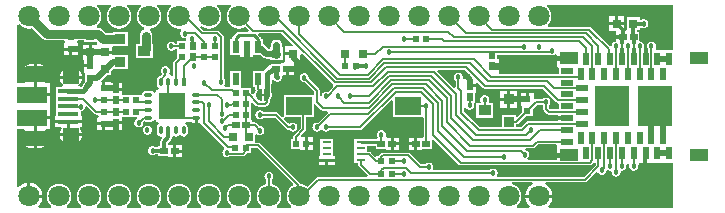
<source format=gtl>
G04 Layer_Physical_Order=1*
G04 Layer_Color=255*
%FSLAX24Y24*%
%MOIN*%
G70*
G01*
G75*
%ADD10C,0.0060*%
%ADD11R,0.0866X0.0866*%
%ADD12O,0.0315X0.0138*%
%ADD13O,0.0138X0.0315*%
%ADD14R,0.0138X0.0315*%
%ADD15R,0.0236X0.0413*%
%ADD16R,0.0354X0.0354*%
%ADD17R,0.0433X0.0354*%
%ADD18R,0.0236X0.0197*%
%ADD19R,0.0315X0.0098*%
%ADD20R,0.0858X0.0630*%
%ADD21R,0.0236X0.0394*%
%ADD22R,0.0394X0.0236*%
%ADD23R,0.1181X0.1339*%
%ADD24R,0.0591X0.0394*%
%ADD25R,0.0984X0.0561*%
%ADD26R,0.0689X0.0157*%
%ADD27R,0.0300X0.0300*%
%ADD28R,0.0315X0.0315*%
%ADD29R,0.0217X0.0217*%
%ADD30R,0.0252X0.0213*%
%ADD31R,0.0213X0.0252*%
%ADD32C,0.0079*%
%ADD33R,0.0217X0.0217*%
%ADD34R,0.0300X0.0300*%
%ADD35C,0.0080*%
%ADD36C,0.0120*%
%ADD37C,0.0180*%
%ADD38C,0.0200*%
%ADD39C,0.0300*%
%ADD40C,0.0240*%
%ADD41C,0.0050*%
%ADD42C,0.0100*%
%ADD43C,0.0150*%
%ADD44R,0.0575X0.0787*%
%ADD45C,0.0709*%
%ADD46O,0.0669X0.0472*%
%ADD47O,0.0551X0.0394*%
%ADD48C,0.0180*%
G36*
X8417Y563D02*
X8442Y546D01*
X8471Y517D01*
X8492Y494D01*
X8515Y455D01*
X8526Y418D01*
X8524Y331D01*
X8514Y303D01*
X8481Y249D01*
X8448Y217D01*
X8412Y194D01*
X8372Y182D01*
X8352Y189D01*
X8340Y210D01*
Y549D01*
X8370Y578D01*
X8417Y563D01*
D02*
G37*
G36*
X8248Y569D02*
X8260Y548D01*
Y209D01*
X8230Y180D01*
X8183Y195D01*
X8158Y212D01*
X8129Y241D01*
X8108Y264D01*
X8085Y303D01*
X8074Y340D01*
X8076Y427D01*
X8086Y455D01*
X8119Y509D01*
X8152Y541D01*
X8188Y564D01*
X8228Y576D01*
X8248Y569D01*
D02*
G37*
G36*
X191Y2724D02*
X195Y2719D01*
X199Y2715D01*
X203Y2711D01*
X207Y2707D01*
X211Y2703D01*
X215Y2699D01*
X219Y2695D01*
X224Y2691D01*
X228Y2688D01*
X232Y2684D01*
X237Y2680D01*
X241Y2677D01*
X246Y2673D01*
X250Y2670D01*
X255Y2666D01*
X259Y2663D01*
X264Y2659D01*
X269Y2656D01*
X273Y2653D01*
X278Y2650D01*
X283Y2647D01*
X288Y2644D01*
X293Y2641D01*
X298Y2638D01*
X303Y2636D01*
X308Y2633D01*
X313Y2630D01*
X318Y2628D01*
X323Y2625D01*
X328Y2623D01*
X334Y2621D01*
X339Y2618D01*
X344Y2616D01*
X349Y2614D01*
X355Y2612D01*
X360Y2610D01*
X365Y2608D01*
X371Y2606D01*
X376Y2605D01*
X382Y2603D01*
X387Y2601D01*
X393Y2600D01*
X398Y2598D01*
X404Y2597D01*
X409Y2596D01*
X415Y2594D01*
X421Y2593D01*
X426Y2592D01*
X432Y2591D01*
X437Y2590D01*
X443Y2590D01*
X449Y2589D01*
X454Y2588D01*
X460Y2588D01*
X466Y2587D01*
X471Y2587D01*
X477Y2586D01*
X483Y2586D01*
X489Y2586D01*
X494Y2586D01*
X500Y2586D01*
X506Y2586D01*
X511Y2586D01*
X517Y2586D01*
X523Y2586D01*
X529Y2587D01*
X534Y2587D01*
X540Y2588D01*
X546Y2588D01*
X551Y2589D01*
X557Y2590D01*
X563Y2590D01*
X568Y2591D01*
X574Y2592D01*
X579Y2593D01*
X585Y2594D01*
X591Y2596D01*
X596Y2597D01*
X602Y2598D01*
X604Y2599D01*
X941Y2262D01*
X944Y2259D01*
X947Y2256D01*
X950Y2253D01*
X953Y2251D01*
X956Y2248D01*
X960Y2245D01*
X963Y2243D01*
X966Y2241D01*
X969Y2238D01*
X972Y2236D01*
X976Y2234D01*
X979Y2232D01*
X983Y2229D01*
X986Y2227D01*
X990Y2226D01*
X993Y2224D01*
X997Y2222D01*
X1000Y2220D01*
X1004Y2218D01*
X1008Y2217D01*
X1011Y2215D01*
X1015Y2214D01*
X1019Y2212D01*
X1023Y2211D01*
X1027Y2210D01*
X1030Y2209D01*
X1034Y2208D01*
X1038Y2206D01*
X1042Y2206D01*
X1046Y2205D01*
X1050Y2204D01*
X1054Y2203D01*
X1058Y2202D01*
X1062Y2202D01*
X1066Y2201D01*
X1070Y2201D01*
X1074Y2201D01*
X1076Y2200D01*
X1078Y2200D01*
X1082Y2200D01*
X1086Y2200D01*
X1090Y2200D01*
X1679D01*
X1708Y2172D01*
X1714Y2140D01*
X1682Y2105D01*
X1682Y2098D01*
Y1956D01*
X2118D01*
Y2098D01*
X2118Y2105D01*
X2086Y2140D01*
X2090Y2162D01*
X2123Y2200D01*
X2340D01*
Y2140D01*
X2755D01*
X2778Y2115D01*
X2784Y2108D01*
X2757Y2050D01*
X2600D01*
Y1800D01*
X2550D01*
Y1750D01*
X2300D01*
Y1550D01*
X2332Y1548D01*
Y1400D01*
X2550D01*
Y1300D01*
X2332D01*
Y1152D01*
X2332D01*
X2372Y1108D01*
Y810D01*
X2337Y775D01*
X2334Y772D01*
X2332Y770D01*
X2330Y767D01*
X2327Y765D01*
X2325Y762D01*
X2323Y759D01*
X2321Y756D01*
X2319Y754D01*
X2317Y751D01*
X2315Y748D01*
X2313Y745D01*
X2311Y742D01*
X2310Y739D01*
X2308Y736D01*
X2306Y733D01*
X2305Y729D01*
X2304Y726D01*
X2302Y723D01*
X2301Y720D01*
X2300Y716D01*
X2298Y713D01*
X2297Y710D01*
X2296Y707D01*
X2295Y703D01*
X2295Y700D01*
X2294Y696D01*
X2270Y673D01*
X2219Y651D01*
X2170Y668D01*
X2151Y716D01*
X2155Y719D01*
X2159Y722D01*
X2163Y725D01*
X2166Y728D01*
X2170Y732D01*
X2174Y735D01*
X2177Y738D01*
X2181Y741D01*
X2184Y745D01*
X2188Y748D01*
X2191Y752D01*
X2194Y755D01*
X2198Y759D01*
X2201Y763D01*
X2204Y766D01*
X2207Y770D01*
X2210Y774D01*
X2213Y778D01*
X2216Y782D01*
X2219Y786D01*
X2221Y790D01*
X2224Y794D01*
X2227Y798D01*
X2229Y802D01*
X2231Y806D01*
X2234Y811D01*
X2236Y815D01*
X2238Y819D01*
X2241Y823D01*
X2243Y828D01*
X2245Y832D01*
X2247Y837D01*
X2249Y841D01*
X2250Y846D01*
X2252Y850D01*
X2254Y855D01*
X2256Y859D01*
X2257Y864D01*
X2258Y869D01*
X2260Y873D01*
X2261Y878D01*
X2262Y883D01*
X2264Y887D01*
X2265Y892D01*
X2266Y897D01*
X2266Y902D01*
X2267Y905D01*
X1524D01*
X1525Y902D01*
X1526Y897D01*
X1527Y892D01*
X1528Y887D01*
X1529Y883D01*
X1530Y878D01*
X1531Y873D01*
X1533Y869D01*
X1534Y864D01*
X1536Y859D01*
X1537Y855D01*
X1539Y850D01*
X1541Y846D01*
X1543Y841D01*
X1545Y837D01*
X1547Y832D01*
X1549Y828D01*
X1551Y823D01*
X1553Y819D01*
X1555Y815D01*
X1557Y811D01*
X1560Y806D01*
X1562Y802D01*
X1565Y798D01*
X1567Y794D01*
X1570Y790D01*
X1573Y786D01*
X1576Y782D01*
X1578Y778D01*
X1581Y774D01*
X1584Y770D01*
X1587Y766D01*
X1591Y763D01*
X1594Y759D01*
X1597Y755D01*
X1600Y752D01*
X1604Y748D01*
X1607Y745D01*
X1610Y741D01*
X1614Y738D01*
X1618Y735D01*
X1621Y732D01*
X1625Y728D01*
X1629Y725D01*
X1632Y722D01*
X1636Y719D01*
X1640Y716D01*
X1620Y667D01*
X1618Y661D01*
X1617Y660D01*
X1610Y651D01*
X1410D01*
Y373D01*
Y117D01*
Y-333D01*
X1370D01*
Y-462D01*
X1815D01*
X2259D01*
Y-333D01*
X2219D01*
Y-178D01*
X2220Y-177D01*
X2223Y-177D01*
X2227Y-177D01*
X2230Y-177D01*
X2234Y-177D01*
X2237Y-176D01*
X2240Y-176D01*
X2244Y-175D01*
X2247Y-175D01*
X2250Y-174D01*
X2253Y-173D01*
X2257Y-173D01*
X2260Y-172D01*
X2263Y-171D01*
X2266Y-170D01*
X2270Y-169D01*
X2273Y-168D01*
X2276Y-166D01*
X2279Y-165D01*
X2282Y-164D01*
X2285Y-162D01*
X2288Y-161D01*
X2291Y-159D01*
X2294Y-158D01*
X2297Y-156D01*
X2300Y-154D01*
X2303Y-152D01*
X2305Y-150D01*
X2308Y-149D01*
X2311Y-147D01*
X2314Y-144D01*
X2316Y-142D01*
X2319Y-140D01*
X2321Y-138D01*
X2324Y-136D01*
X2326Y-133D01*
X2328Y-131D01*
X2331Y-128D01*
X2333Y-126D01*
X2335Y-123D01*
X2337Y-121D01*
X2339Y-118D01*
X2341Y-115D01*
X2343Y-113D01*
X2345Y-110D01*
X2347Y-107D01*
X2349Y-104D01*
X2351Y-101D01*
X2352Y-98D01*
X2354Y-95D01*
X2355Y-92D01*
X2357Y-89D01*
X2358Y-86D01*
X2359Y-83D01*
X2361Y-80D01*
X2362Y-77D01*
X2363Y-74D01*
X2364Y-70D01*
X2365Y-67D01*
X2366Y-64D01*
X2366Y-61D01*
X2367Y-57D01*
X2368Y-54D01*
X2368Y-51D01*
X2369Y-47D01*
X2369Y-44D01*
X2369Y-41D01*
X2370Y-37D01*
X2370Y-34D01*
X2370Y-31D01*
X2370Y-27D01*
X2370Y-24D01*
X2370Y-24D01*
X2391Y-4D01*
X2397Y-2D01*
X2428Y3D01*
X2686Y-255D01*
X2686Y-255D01*
X2688Y-257D01*
X2690Y-259D01*
X2692Y-261D01*
X2694Y-262D01*
X2696Y-264D01*
X2698Y-265D01*
X2701Y-267D01*
X2703Y-268D01*
X2705Y-270D01*
X2707Y-271D01*
X2710Y-272D01*
X2712Y-273D01*
X2714Y-274D01*
X2717Y-275D01*
X2719Y-276D01*
X2722Y-277D01*
X2724Y-278D01*
X2727Y-279D01*
X2729Y-279D01*
X2732Y-280D01*
X2734Y-280D01*
X2737Y-281D01*
X2740Y-281D01*
X2742Y-281D01*
X2745Y-281D01*
X2747Y-282D01*
X2750Y-282D01*
X2750Y-282D01*
X2779D01*
X2822Y-324D01*
Y-343D01*
X2782Y-387D01*
X2782Y-387D01*
X2782Y-387D01*
Y-535D01*
X3000D01*
Y-585D01*
X3050D01*
Y-784D01*
X3218D01*
Y-777D01*
X3340D01*
Y-551D01*
X3390D01*
Y-501D01*
X3596D01*
Y-360D01*
X3849D01*
X3891Y-360D01*
X3951Y-360D01*
X4096D01*
X4114Y-417D01*
X4110Y-418D01*
X4107Y-420D01*
X4104Y-421D01*
X4101Y-422D01*
X4098Y-423D01*
X4095Y-425D01*
X4092Y-426D01*
X4089Y-428D01*
X4086Y-430D01*
X4083Y-431D01*
X4080Y-433D01*
X4077Y-435D01*
X4075Y-437D01*
X4072Y-439D01*
X4069Y-441D01*
X4066Y-443D01*
X4064Y-445D01*
X4061Y-447D01*
X4059Y-449D01*
X4056Y-452D01*
X4054Y-454D01*
X4052Y-456D01*
X4049Y-459D01*
X4047Y-461D01*
X4045Y-464D01*
X4043Y-466D01*
X4041Y-469D01*
X4039Y-472D01*
X4037Y-475D01*
X4035Y-477D01*
X4033Y-480D01*
X4031Y-483D01*
X4030Y-486D01*
X4028Y-489D01*
X4026Y-492D01*
X4025Y-495D01*
X4023Y-498D01*
X4022Y-501D01*
X4021Y-504D01*
X4020Y-507D01*
X4018Y-510D01*
X4017Y-514D01*
X4016Y-517D01*
X4015Y-520D01*
X4015Y-523D01*
X4014Y-527D01*
X4013Y-530D01*
X4012Y-533D01*
X4012Y-537D01*
X4011Y-540D01*
X4011Y-543D01*
X4011Y-547D01*
X4010Y-550D01*
X4010Y-553D01*
X4010Y-557D01*
X4010Y-560D01*
X4010Y-563D01*
X4010Y-567D01*
X4010Y-570D01*
X4011Y-573D01*
X4011Y-577D01*
X4011Y-580D01*
X4012Y-583D01*
X4012Y-587D01*
X4013Y-590D01*
X4014Y-593D01*
X4015Y-597D01*
X4015Y-600D01*
X4016Y-603D01*
X4017Y-606D01*
X4018Y-610D01*
X4020Y-613D01*
X4021Y-616D01*
X4022Y-619D01*
X4023Y-622D01*
X4025Y-625D01*
X4026Y-628D01*
X4028Y-631D01*
X4030Y-634D01*
X4031Y-637D01*
X4033Y-640D01*
X4035Y-643D01*
X4037Y-645D01*
X4039Y-648D01*
X4041Y-651D01*
X4043Y-654D01*
X4045Y-656D01*
X4047Y-659D01*
X4049Y-661D01*
X4052Y-664D01*
X4054Y-666D01*
X4056Y-668D01*
X4059Y-671D01*
X4061Y-673D01*
X4064Y-675D01*
X4066Y-677D01*
X4069Y-679D01*
X4072Y-681D01*
X4075Y-683D01*
X4077Y-685D01*
X4080Y-687D01*
X4083Y-689D01*
X4086Y-690D01*
X4089Y-692D01*
X4092Y-694D01*
X4095Y-695D01*
X4098Y-697D01*
X4101Y-698D01*
X4104Y-699D01*
X4107Y-700D01*
X4110Y-702D01*
X4114Y-703D01*
X4117Y-704D01*
X4120Y-705D01*
X4123Y-705D01*
X4127Y-706D01*
X4130Y-707D01*
X4133Y-708D01*
X4137Y-708D01*
X4140Y-709D01*
X4143Y-709D01*
X4147Y-709D01*
X4150Y-710D01*
X4153Y-710D01*
X4157Y-710D01*
X4160Y-710D01*
X4163Y-710D01*
X4167Y-710D01*
X4170Y-710D01*
X4173Y-709D01*
X4177Y-709D01*
X4180Y-709D01*
X4183Y-708D01*
X4187Y-708D01*
X4190Y-707D01*
X4193Y-706D01*
X4197Y-705D01*
X4200Y-705D01*
X4203Y-704D01*
X4206Y-703D01*
X4210Y-702D01*
X4213Y-700D01*
X4216Y-699D01*
X4219Y-698D01*
X4222Y-697D01*
X4225Y-695D01*
X4228Y-694D01*
X4231Y-692D01*
X4234Y-690D01*
X4237Y-689D01*
X4240Y-687D01*
X4243Y-685D01*
X4245Y-683D01*
X4248Y-681D01*
X4251Y-679D01*
X4254Y-677D01*
X4256Y-675D01*
X4259Y-673D01*
X4261Y-671D01*
X4264Y-668D01*
X4266Y-666D01*
X4268Y-664D01*
X4271Y-661D01*
X4273Y-659D01*
X4275Y-656D01*
X4277Y-654D01*
X4279Y-651D01*
X4281Y-648D01*
X4283Y-645D01*
X4285Y-643D01*
X4287Y-640D01*
X4289Y-637D01*
X4290Y-634D01*
X4292Y-631D01*
X4294Y-628D01*
X4295Y-625D01*
X4297Y-622D01*
X4298Y-619D01*
X4299Y-616D01*
X4300Y-613D01*
X4302Y-610D01*
X4303Y-606D01*
X4304Y-603D01*
X4305Y-600D01*
X4305Y-597D01*
X4306Y-593D01*
X4307Y-590D01*
X4308Y-587D01*
X4308Y-583D01*
X4309Y-580D01*
X4309Y-577D01*
X4309Y-573D01*
X4310Y-570D01*
X4310Y-567D01*
X4310Y-563D01*
X4310Y-560D01*
X4310Y-557D01*
X4310Y-553D01*
X4310Y-550D01*
X4309Y-548D01*
X4349Y-508D01*
X4351Y-508D01*
X4354Y-509D01*
X4357Y-510D01*
X4360Y-511D01*
X4363Y-512D01*
X4366Y-512D01*
X4369Y-513D01*
X4372Y-513D01*
X4375Y-514D01*
X4379Y-514D01*
X4382Y-514D01*
X4385Y-515D01*
X4388Y-515D01*
X4391Y-515D01*
X4568D01*
X4571Y-515D01*
X4575Y-515D01*
X4578Y-514D01*
X4581Y-514D01*
X4584Y-514D01*
X4587Y-513D01*
X4590Y-513D01*
X4593Y-512D01*
X4597Y-512D01*
X4600Y-511D01*
X4603Y-510D01*
X4606Y-509D01*
X4609Y-508D01*
X4612Y-507D01*
X4615Y-506D01*
X4618Y-505D01*
X4621Y-504D01*
X4623Y-502D01*
X4626Y-501D01*
X4629Y-500D01*
X4632Y-498D01*
X4635Y-496D01*
X4637Y-495D01*
X4640Y-493D01*
X4643Y-491D01*
X4645Y-489D01*
X4648Y-487D01*
X4650Y-485D01*
X4653Y-483D01*
X4655Y-481D01*
X4657Y-479D01*
X4659Y-477D01*
X4662Y-475D01*
X4664Y-472D01*
X4666Y-470D01*
X4668Y-468D01*
X4670Y-465D01*
X4672Y-463D01*
X4674Y-460D01*
X4675Y-457D01*
X4677Y-455D01*
X4679Y-452D01*
X4680Y-449D01*
X4682Y-447D01*
X4683Y-444D01*
X4739Y-464D01*
X4742Y-466D01*
Y-533D01*
X4811D01*
X4813Y-536D01*
X4833Y-592D01*
X4830Y-593D01*
X4828Y-595D01*
X4825Y-596D01*
X4822Y-598D01*
X4820Y-600D01*
X4817Y-601D01*
X4814Y-603D01*
X4812Y-605D01*
X4809Y-607D01*
X4807Y-609D01*
X4805Y-611D01*
X4802Y-613D01*
X4800Y-616D01*
X4798Y-618D01*
X4796Y-620D01*
X4794Y-622D01*
X4791Y-625D01*
X4790Y-627D01*
X4788Y-630D01*
X4786Y-632D01*
X4784Y-635D01*
X4782Y-638D01*
X4781Y-640D01*
X4779Y-643D01*
X4777Y-646D01*
X4776Y-649D01*
X4775Y-652D01*
X4773Y-654D01*
X4772Y-657D01*
X4771Y-660D01*
X4770Y-663D01*
X4769Y-666D01*
X4768Y-669D01*
X4767Y-672D01*
X4766Y-675D01*
X4765Y-678D01*
X4765Y-682D01*
X4764Y-685D01*
X4764Y-688D01*
X4763Y-691D01*
X4763Y-694D01*
X4763Y-697D01*
X4762Y-700D01*
X4762Y-704D01*
X4762Y-707D01*
Y-884D01*
X4762Y-887D01*
X4762Y-890D01*
X4763Y-893D01*
X4763Y-896D01*
X4763Y-900D01*
X4764Y-903D01*
X4764Y-906D01*
X4765Y-909D01*
X4765Y-912D01*
X4766Y-915D01*
X4767Y-918D01*
X4768Y-921D01*
X4769Y-924D01*
X4770Y-927D01*
X4771Y-930D01*
X4772Y-933D01*
X4773Y-936D01*
X4775Y-939D01*
X4776Y-942D01*
X4777Y-945D01*
X4779Y-947D01*
X4781Y-950D01*
X4782Y-953D01*
X4784Y-955D01*
X4786Y-958D01*
X4788Y-961D01*
X4790Y-963D01*
X4791Y-966D01*
X4794Y-968D01*
X4796Y-970D01*
X4798Y-973D01*
X4800Y-975D01*
X4802Y-977D01*
X4805Y-979D01*
X4807Y-981D01*
X4809Y-984D01*
X4812Y-985D01*
X4814Y-987D01*
X4817Y-989D01*
X4820Y-991D01*
X4822Y-993D01*
X4825Y-994D01*
X4828Y-996D01*
X4830Y-998D01*
X4833Y-999D01*
X4836Y-1000D01*
X4839Y-1002D01*
X4842Y-1003D01*
X4845Y-1004D01*
X4848Y-1005D01*
X4851Y-1006D01*
X4854Y-1007D01*
X4857Y-1008D01*
X4860Y-1009D01*
X4863Y-1010D01*
X4866Y-1010D01*
X4869Y-1011D01*
X4872Y-1011D01*
X4875Y-1012D01*
X4879Y-1012D01*
X4882Y-1012D01*
X4885Y-1013D01*
X4888Y-1013D01*
X4891Y-1013D01*
X4894Y-1013D01*
X4897Y-1013D01*
X4901Y-1012D01*
X4904Y-1012D01*
X4907Y-1012D01*
X4910Y-1011D01*
X4911Y-1011D01*
X4918Y-1016D01*
X4926Y-1068D01*
X4926Y-1081D01*
X4915Y-1092D01*
X4913Y-1094D01*
X4911Y-1097D01*
X4909Y-1099D01*
X4907Y-1101D01*
X4905Y-1104D01*
X4903Y-1106D01*
X4902Y-1108D01*
X4900Y-1111D01*
X4898Y-1114D01*
X4897Y-1116D01*
X4895Y-1119D01*
X4894Y-1121D01*
X4892Y-1124D01*
X4891Y-1127D01*
X4890Y-1130D01*
X4889Y-1133D01*
X4887Y-1135D01*
X4886Y-1138D01*
X4885Y-1141D01*
X4885Y-1144D01*
X4884Y-1147D01*
X4883Y-1150D01*
X4882Y-1153D01*
X4882Y-1156D01*
X4881Y-1159D01*
X4881Y-1162D01*
X4881Y-1165D01*
X4880Y-1168D01*
X4880Y-1171D01*
X4880Y-1174D01*
X4880Y-1177D01*
Y-1334D01*
X4814D01*
Y-1360D01*
X4710D01*
X4708Y-1359D01*
X4705Y-1357D01*
X4703Y-1355D01*
X4700Y-1353D01*
X4697Y-1351D01*
X4694Y-1350D01*
X4691Y-1348D01*
X4688Y-1346D01*
X4685Y-1345D01*
X4682Y-1343D01*
X4679Y-1342D01*
X4676Y-1341D01*
X4673Y-1340D01*
X4670Y-1338D01*
X4666Y-1337D01*
X4663Y-1336D01*
X4660Y-1335D01*
X4657Y-1335D01*
X4653Y-1334D01*
X4650Y-1333D01*
X4647Y-1332D01*
X4643Y-1332D01*
X4640Y-1331D01*
X4637Y-1331D01*
X4633Y-1331D01*
X4630Y-1330D01*
X4627Y-1330D01*
X4623Y-1330D01*
X4620Y-1330D01*
X4617Y-1330D01*
X4613Y-1330D01*
X4610Y-1330D01*
X4607Y-1331D01*
X4603Y-1331D01*
X4600Y-1331D01*
X4597Y-1332D01*
X4593Y-1332D01*
X4590Y-1333D01*
X4587Y-1334D01*
X4583Y-1335D01*
X4580Y-1335D01*
X4577Y-1336D01*
X4574Y-1337D01*
X4570Y-1338D01*
X4567Y-1340D01*
X4564Y-1341D01*
X4561Y-1342D01*
X4558Y-1343D01*
X4555Y-1345D01*
X4552Y-1346D01*
X4549Y-1348D01*
X4546Y-1350D01*
X4543Y-1351D01*
X4540Y-1353D01*
X4537Y-1355D01*
X4535Y-1357D01*
X4532Y-1359D01*
X4529Y-1361D01*
X4526Y-1363D01*
X4524Y-1365D01*
X4521Y-1367D01*
X4519Y-1369D01*
X4516Y-1372D01*
X4514Y-1374D01*
X4512Y-1376D01*
X4509Y-1379D01*
X4507Y-1381D01*
X4505Y-1384D01*
X4503Y-1386D01*
X4501Y-1389D01*
X4499Y-1392D01*
X4497Y-1395D01*
X4495Y-1397D01*
X4493Y-1400D01*
X4491Y-1403D01*
X4490Y-1406D01*
X4488Y-1409D01*
X4486Y-1412D01*
X4485Y-1415D01*
X4483Y-1418D01*
X4482Y-1421D01*
X4481Y-1424D01*
X4480Y-1427D01*
X4478Y-1430D01*
X4477Y-1434D01*
X4476Y-1437D01*
X4475Y-1440D01*
X4475Y-1443D01*
X4474Y-1447D01*
X4473Y-1450D01*
X4472Y-1453D01*
X4472Y-1457D01*
X4471Y-1460D01*
X4471Y-1463D01*
X4471Y-1467D01*
X4470Y-1470D01*
X4470Y-1473D01*
X4470Y-1477D01*
X4470Y-1480D01*
X4470Y-1483D01*
X4470Y-1487D01*
X4470Y-1490D01*
X4471Y-1493D01*
X4471Y-1497D01*
X4471Y-1500D01*
X4472Y-1503D01*
X4472Y-1507D01*
X4473Y-1510D01*
X4474Y-1513D01*
X4475Y-1517D01*
X4475Y-1520D01*
X4476Y-1523D01*
X4477Y-1526D01*
X4478Y-1530D01*
X4480Y-1533D01*
X4481Y-1536D01*
X4482Y-1539D01*
X4483Y-1542D01*
X4485Y-1545D01*
X4486Y-1548D01*
X4488Y-1551D01*
X4490Y-1554D01*
X4491Y-1557D01*
X4493Y-1560D01*
X4495Y-1563D01*
X4497Y-1565D01*
X4499Y-1568D01*
X4501Y-1571D01*
X4503Y-1574D01*
X4505Y-1576D01*
X4507Y-1579D01*
X4509Y-1581D01*
X4512Y-1584D01*
X4514Y-1586D01*
X4516Y-1588D01*
X4519Y-1591D01*
X4521Y-1593D01*
X4524Y-1595D01*
X4526Y-1597D01*
X4529Y-1599D01*
X4532Y-1601D01*
X4535Y-1603D01*
X4537Y-1605D01*
X4540Y-1607D01*
X4543Y-1609D01*
X4546Y-1610D01*
X4549Y-1612D01*
X4552Y-1614D01*
X4555Y-1615D01*
X4558Y-1617D01*
X4561Y-1618D01*
X4564Y-1619D01*
X4567Y-1620D01*
X4570Y-1622D01*
X4574Y-1623D01*
X4577Y-1624D01*
X4580Y-1625D01*
X4583Y-1625D01*
X4587Y-1626D01*
X4590Y-1627D01*
X4593Y-1628D01*
X4597Y-1628D01*
X4600Y-1629D01*
X4603Y-1629D01*
X4607Y-1629D01*
X4610Y-1630D01*
X4613Y-1630D01*
X4617Y-1630D01*
X4620Y-1630D01*
X4623Y-1630D01*
X4627Y-1630D01*
X4630Y-1630D01*
X4633Y-1629D01*
X4637Y-1629D01*
X4640Y-1629D01*
X4643Y-1628D01*
X4647Y-1628D01*
X4650Y-1627D01*
X4653Y-1626D01*
X4657Y-1625D01*
X4660Y-1625D01*
X4663Y-1624D01*
X4666Y-1623D01*
X4670Y-1622D01*
X4673Y-1620D01*
X4676Y-1619D01*
X4679Y-1618D01*
X4682Y-1617D01*
X4685Y-1615D01*
X4688Y-1614D01*
X4691Y-1612D01*
X4694Y-1610D01*
X4697Y-1609D01*
X4700Y-1607D01*
X4703Y-1605D01*
X4705Y-1603D01*
X4708Y-1601D01*
X4710Y-1600D01*
X4814D01*
Y-1666D01*
X5136D01*
Y-1706D01*
X5312D01*
Y-1500D01*
Y-1294D01*
X5136D01*
X5120Y-1240D01*
Y-1227D01*
X5232Y-1115D01*
X5234Y-1113D01*
X5236Y-1110D01*
X5238Y-1108D01*
X5240Y-1106D01*
X5242Y-1103D01*
X5244Y-1101D01*
X5246Y-1099D01*
X5247Y-1096D01*
X5249Y-1093D01*
X5250Y-1091D01*
X5252Y-1088D01*
X5253Y-1086D01*
X5255Y-1083D01*
X5256Y-1080D01*
X5257Y-1077D01*
X5258Y-1075D01*
X5260Y-1072D01*
X5261Y-1069D01*
X5262Y-1066D01*
X5262Y-1063D01*
X5263Y-1060D01*
X5264Y-1057D01*
X5265Y-1054D01*
X5265Y-1051D01*
X5266Y-1048D01*
X5266Y-1045D01*
X5266Y-1042D01*
X5267Y-1039D01*
X5267Y-1036D01*
X5267Y-1033D01*
X5267Y-1030D01*
Y-1015D01*
X5289Y-995D01*
X5291Y-994D01*
X5304Y-992D01*
X5327Y-988D01*
X5329Y-989D01*
X5331Y-991D01*
X5334Y-993D01*
X5337Y-994D01*
X5339Y-996D01*
X5342Y-998D01*
X5345Y-999D01*
X5348Y-1000D01*
X5351Y-1002D01*
X5354Y-1003D01*
X5357Y-1004D01*
X5360Y-1005D01*
X5363Y-1006D01*
X5366Y-1007D01*
X5369Y-1008D01*
X5372Y-1009D01*
X5375Y-1010D01*
X5378Y-1010D01*
X5381Y-1011D01*
X5384Y-1011D01*
X5387Y-1012D01*
X5390Y-1012D01*
X5393Y-1012D01*
X5397Y-1013D01*
X5400Y-1013D01*
X5403Y-1013D01*
X5406Y-1013D01*
X5409Y-1013D01*
X5412Y-1012D01*
X5416Y-1012D01*
X5419Y-1012D01*
X5422Y-1011D01*
X5425Y-1011D01*
X5428Y-1010D01*
X5431Y-1010D01*
X5434Y-1009D01*
X5437Y-1008D01*
X5440Y-1007D01*
X5443Y-1006D01*
X5446Y-1005D01*
X5449Y-1004D01*
X5452Y-1003D01*
X5455Y-1002D01*
X5458Y-1000D01*
X5461Y-999D01*
X5464Y-998D01*
X5466Y-996D01*
X5469Y-994D01*
X5472Y-993D01*
X5475Y-991D01*
X5477Y-989D01*
X5480Y-987D01*
X5482Y-985D01*
X5485Y-984D01*
X5487Y-981D01*
X5490Y-979D01*
X5492Y-977D01*
X5494Y-975D01*
X5496Y-973D01*
X5505Y-969D01*
X5510Y-968D01*
X5512Y-968D01*
X5513Y-967D01*
X5514Y-967D01*
X5522Y-967D01*
X5539D01*
X5548Y-967D01*
X5549Y-967D01*
X5550Y-968D01*
X5552Y-968D01*
X5557Y-969D01*
X5566Y-973D01*
X5568Y-975D01*
X5570Y-977D01*
X5572Y-979D01*
X5575Y-981D01*
X5577Y-984D01*
X5580Y-985D01*
X5582Y-987D01*
X5585Y-989D01*
X5587Y-991D01*
X5590Y-993D01*
X5593Y-994D01*
X5595Y-996D01*
X5598Y-998D01*
X5601Y-999D01*
X5604Y-1000D01*
X5607Y-1002D01*
X5610Y-1003D01*
X5612Y-1004D01*
X5615Y-1005D01*
X5618Y-1006D01*
X5621Y-1007D01*
X5624Y-1008D01*
X5628Y-1009D01*
X5631Y-1010D01*
X5634Y-1010D01*
X5637Y-1011D01*
X5640Y-1011D01*
X5643Y-1012D01*
X5646Y-1012D01*
X5649Y-1012D01*
X5653Y-1013D01*
X5656Y-1013D01*
X5659Y-1013D01*
X5662Y-1013D01*
X5665Y-1013D01*
X5668Y-1012D01*
X5671Y-1012D01*
X5675Y-1012D01*
X5678Y-1011D01*
X5681Y-1011D01*
X5684Y-1010D01*
X5687Y-1010D01*
X5690Y-1009D01*
X5693Y-1008D01*
X5696Y-1007D01*
X5699Y-1006D01*
X5702Y-1005D01*
X5705Y-1004D01*
X5708Y-1003D01*
X5711Y-1002D01*
X5714Y-1000D01*
X5717Y-999D01*
X5720Y-998D01*
X5722Y-996D01*
X5725Y-994D01*
X5728Y-993D01*
X5730Y-991D01*
X5733Y-989D01*
X5736Y-987D01*
X5738Y-985D01*
X5741Y-984D01*
X5743Y-981D01*
X5745Y-979D01*
X5748Y-977D01*
X5750Y-975D01*
X5752Y-973D01*
X5754Y-970D01*
X5756Y-968D01*
X5759Y-966D01*
X5760Y-963D01*
X5762Y-961D01*
X5764Y-958D01*
X5766Y-955D01*
X5768Y-953D01*
X5769Y-950D01*
X5771Y-947D01*
X5773Y-945D01*
X5774Y-942D01*
X5775Y-939D01*
X5777Y-936D01*
X5778Y-933D01*
X5779Y-930D01*
X5780Y-927D01*
X5781Y-924D01*
X5782Y-921D01*
X5783Y-918D01*
X5784Y-915D01*
X5785Y-912D01*
X5785Y-909D01*
X5786Y-906D01*
X5786Y-903D01*
X5787Y-900D01*
X5787Y-896D01*
X5787Y-893D01*
X5788Y-890D01*
X5788Y-887D01*
X5788Y-884D01*
Y-707D01*
X5788Y-704D01*
X5788Y-700D01*
X5787Y-697D01*
X5787Y-694D01*
X5787Y-691D01*
X5786Y-688D01*
X5786Y-685D01*
X5785Y-682D01*
X5785Y-678D01*
X5784Y-675D01*
X5783Y-672D01*
X5782Y-669D01*
X5781Y-666D01*
X5780Y-663D01*
X5779Y-660D01*
X5778Y-657D01*
X5777Y-654D01*
X5775Y-652D01*
X5774Y-649D01*
X5773Y-646D01*
X5771Y-643D01*
X5769Y-640D01*
X5768Y-638D01*
X5766Y-635D01*
X5764Y-632D01*
X5762Y-630D01*
X5760Y-627D01*
X5759Y-625D01*
X5756Y-622D01*
X5754Y-620D01*
X5752Y-618D01*
X5750Y-616D01*
X5748Y-613D01*
X5745Y-611D01*
X5743Y-609D01*
X5741Y-607D01*
X5738Y-605D01*
X5736Y-603D01*
X5733Y-601D01*
X5730Y-600D01*
X5728Y-598D01*
X5725Y-596D01*
X5722Y-595D01*
X5720Y-593D01*
X5717Y-592D01*
X5737Y-536D01*
X5739Y-533D01*
X5808D01*
Y-533D01*
X5830Y-515D01*
X5835Y-512D01*
X5836Y-512D01*
X5836Y-512D01*
X5836Y-512D01*
X5855Y-510D01*
X5868Y-509D01*
X5870Y-511D01*
X5873Y-513D01*
X5876Y-515D01*
X5878Y-518D01*
X5881Y-520D01*
X5884Y-522D01*
X5887Y-524D01*
X5890Y-526D01*
X5893Y-528D01*
X5896Y-530D01*
X5899Y-531D01*
X5902Y-533D01*
X5906Y-535D01*
X5909Y-536D01*
X5912Y-538D01*
X5915Y-539D01*
X5919Y-541D01*
X5922Y-542D01*
X5925Y-543D01*
X5929Y-544D01*
X5932Y-545D01*
X5936Y-546D01*
X5939Y-547D01*
X5943Y-548D01*
X5946Y-549D01*
X5950Y-550D01*
X5953Y-550D01*
X5957Y-551D01*
X5960Y-551D01*
X5964Y-552D01*
X5967Y-552D01*
X5971Y-552D01*
X5975Y-553D01*
X5978Y-553D01*
X5982Y-553D01*
X6020D01*
Y-384D01*
X6120D01*
Y-553D01*
X6159D01*
X6162Y-553D01*
X6166Y-553D01*
X6170Y-552D01*
X6170Y-552D01*
X6176Y-553D01*
X6189Y-556D01*
X6189Y-556D01*
X6217Y-574D01*
X6220Y-577D01*
X6228Y-586D01*
X6228Y-586D01*
X6231Y-592D01*
X6234Y-597D01*
X6235Y-598D01*
X6235Y-599D01*
X6235Y-601D01*
X6236Y-603D01*
X6237Y-606D01*
X6238Y-608D01*
X6240Y-610D01*
X6241Y-613D01*
X6242Y-615D01*
X6243Y-617D01*
X6245Y-619D01*
X6246Y-622D01*
X6248Y-624D01*
X6249Y-626D01*
X6251Y-628D01*
X6253Y-630D01*
X6255Y-632D01*
X6256Y-634D01*
X6993Y-1370D01*
X6993Y-1370D01*
X6998Y-1380D01*
X6999Y-1382D01*
X6999Y-1384D01*
X7000Y-1386D01*
X7000Y-1388D01*
X7000Y-1389D01*
X7001Y-1390D01*
X7001Y-1391D01*
X7000Y-1408D01*
X6997Y-1431D01*
X6994Y-1444D01*
X6992Y-1446D01*
X6989Y-1449D01*
X6987Y-1451D01*
X6985Y-1454D01*
X6983Y-1456D01*
X6981Y-1459D01*
X6979Y-1462D01*
X6977Y-1465D01*
X6975Y-1467D01*
X6973Y-1470D01*
X6971Y-1473D01*
X6970Y-1476D01*
X6968Y-1479D01*
X6966Y-1482D01*
X6965Y-1485D01*
X6963Y-1488D01*
X6962Y-1491D01*
X6961Y-1494D01*
X6960Y-1497D01*
X6958Y-1500D01*
X6957Y-1504D01*
X6956Y-1507D01*
X6955Y-1510D01*
X6955Y-1513D01*
X6954Y-1517D01*
X6953Y-1520D01*
X6952Y-1523D01*
X6952Y-1527D01*
X6951Y-1530D01*
X6951Y-1533D01*
X6951Y-1537D01*
X6950Y-1540D01*
X6950Y-1543D01*
X6950Y-1547D01*
X6950Y-1550D01*
X6950Y-1553D01*
X6950Y-1557D01*
X6950Y-1560D01*
X6951Y-1563D01*
X6951Y-1567D01*
X6951Y-1570D01*
X6952Y-1573D01*
X6952Y-1577D01*
X6953Y-1580D01*
X6954Y-1583D01*
X6955Y-1587D01*
X6955Y-1590D01*
X6956Y-1593D01*
X6957Y-1596D01*
X6958Y-1600D01*
X6960Y-1603D01*
X6961Y-1606D01*
X6962Y-1609D01*
X6963Y-1612D01*
X6965Y-1615D01*
X6966Y-1618D01*
X6968Y-1621D01*
X6970Y-1624D01*
X6971Y-1627D01*
X6973Y-1630D01*
X6975Y-1633D01*
X6977Y-1635D01*
X6979Y-1638D01*
X6981Y-1641D01*
X6983Y-1644D01*
X6985Y-1646D01*
X6987Y-1649D01*
X6989Y-1651D01*
X6992Y-1654D01*
X6994Y-1656D01*
X6996Y-1658D01*
X6999Y-1661D01*
X7001Y-1663D01*
X7004Y-1665D01*
X7006Y-1667D01*
X7009Y-1669D01*
X7012Y-1671D01*
X7015Y-1673D01*
X7017Y-1675D01*
X7020Y-1677D01*
X7023Y-1679D01*
X7026Y-1680D01*
X7029Y-1682D01*
X7032Y-1684D01*
X7035Y-1685D01*
X7038Y-1687D01*
X7041Y-1688D01*
X7044Y-1689D01*
X7047Y-1690D01*
X7050Y-1692D01*
X7054Y-1693D01*
X7057Y-1694D01*
X7060Y-1695D01*
X7063Y-1695D01*
X7067Y-1696D01*
X7070Y-1697D01*
X7073Y-1698D01*
X7077Y-1698D01*
X7080Y-1699D01*
X7083Y-1699D01*
X7087Y-1699D01*
X7090Y-1700D01*
X7093Y-1700D01*
X7097Y-1700D01*
X7100Y-1700D01*
X7103Y-1700D01*
X7107Y-1700D01*
X7110Y-1700D01*
X7113Y-1699D01*
X7117Y-1699D01*
X7120Y-1699D01*
X7123Y-1698D01*
X7127Y-1698D01*
X7130Y-1697D01*
X7133Y-1696D01*
X7137Y-1695D01*
X7140Y-1695D01*
X7143Y-1694D01*
X7146Y-1693D01*
X7150Y-1692D01*
X7153Y-1690D01*
X7156Y-1689D01*
X7159Y-1688D01*
X7162Y-1687D01*
X7165Y-1685D01*
X7168Y-1684D01*
X7171Y-1682D01*
X7174Y-1680D01*
X7177Y-1679D01*
X7180Y-1677D01*
X7183Y-1675D01*
X7185Y-1673D01*
X7188Y-1671D01*
X7191Y-1669D01*
X7192Y-1668D01*
X7622D01*
X7624Y-1668D01*
X7627Y-1668D01*
X7630Y-1668D01*
X7632Y-1668D01*
X7635Y-1667D01*
X7637Y-1667D01*
X7640Y-1666D01*
X7642Y-1666D01*
X7645Y-1665D01*
X7648Y-1664D01*
X7650Y-1664D01*
X7653Y-1663D01*
X7655Y-1662D01*
X7657Y-1661D01*
X7660Y-1660D01*
X7662Y-1659D01*
X7664Y-1657D01*
X7667Y-1656D01*
X7669Y-1655D01*
X7671Y-1653D01*
X7673Y-1652D01*
X7675Y-1650D01*
X7678Y-1649D01*
X7680Y-1647D01*
X7682Y-1646D01*
X7684Y-1644D01*
X7685Y-1642D01*
X7779Y-1548D01*
X7905D01*
Y-1390D01*
X8103D01*
X9288Y-2576D01*
X9291Y-2582D01*
X9294Y-2590D01*
X9295Y-2594D01*
X9295Y-2598D01*
X9295Y-2601D01*
X9294Y-2605D01*
X9285Y-2641D01*
X9278Y-2650D01*
X9273Y-2653D01*
X9269Y-2656D01*
X9264Y-2659D01*
X9259Y-2663D01*
X9255Y-2666D01*
X9250Y-2670D01*
X9246Y-2673D01*
X9241Y-2677D01*
X9237Y-2680D01*
X9232Y-2684D01*
X9228Y-2688D01*
X9224Y-2691D01*
X9219Y-2695D01*
X9215Y-2699D01*
X9211Y-2703D01*
X9207Y-2707D01*
X9203Y-2711D01*
X9199Y-2715D01*
X9195Y-2719D01*
X9191Y-2724D01*
X9188Y-2728D01*
X9184Y-2732D01*
X9180Y-2737D01*
X9177Y-2741D01*
X9173Y-2746D01*
X9170Y-2750D01*
X9166Y-2755D01*
X9163Y-2759D01*
X9160Y-2764D01*
X9156Y-2769D01*
X9153Y-2773D01*
X9150Y-2778D01*
X9147Y-2783D01*
X9144Y-2788D01*
X9141Y-2793D01*
X9138Y-2798D01*
X9136Y-2803D01*
X9133Y-2808D01*
X9130Y-2813D01*
X9128Y-2818D01*
X9125Y-2823D01*
X9123Y-2828D01*
X9121Y-2834D01*
X9118Y-2839D01*
X9116Y-2844D01*
X9114Y-2849D01*
X9112Y-2855D01*
X9110Y-2860D01*
X9108Y-2865D01*
X9106Y-2871D01*
X9105Y-2876D01*
X9103Y-2882D01*
X9101Y-2887D01*
X9100Y-2893D01*
X9098Y-2898D01*
X9097Y-2904D01*
X9096Y-2909D01*
X9094Y-2915D01*
X9093Y-2921D01*
X9092Y-2926D01*
X9091Y-2932D01*
X9090Y-2937D01*
X9090Y-2943D01*
X9089Y-2949D01*
X9088Y-2954D01*
X9088Y-2960D01*
X9087Y-2966D01*
X9087Y-2971D01*
X9086Y-2977D01*
X9086Y-2983D01*
X9086Y-2989D01*
X9086Y-2994D01*
X9086Y-3000D01*
X9086Y-3006D01*
X9086Y-3011D01*
X9086Y-3017D01*
X9086Y-3023D01*
X9087Y-3029D01*
X9087Y-3034D01*
X9088Y-3040D01*
X9088Y-3046D01*
X9089Y-3051D01*
X9090Y-3057D01*
X9090Y-3063D01*
X9091Y-3068D01*
X9092Y-3074D01*
X9093Y-3079D01*
X9094Y-3085D01*
X9096Y-3091D01*
X9097Y-3096D01*
X9098Y-3102D01*
X9100Y-3107D01*
X9101Y-3113D01*
X9103Y-3118D01*
X9105Y-3124D01*
X9106Y-3129D01*
X9108Y-3135D01*
X9110Y-3140D01*
X9112Y-3145D01*
X9114Y-3151D01*
X9116Y-3156D01*
X9118Y-3161D01*
X9121Y-3166D01*
X9123Y-3172D01*
X9125Y-3177D01*
X9128Y-3182D01*
X9130Y-3187D01*
X9133Y-3192D01*
X9136Y-3197D01*
X9138Y-3202D01*
X9141Y-3207D01*
X9144Y-3212D01*
X9147Y-3217D01*
X9150Y-3222D01*
X9153Y-3227D01*
X9156Y-3231D01*
X9160Y-3236D01*
X9163Y-3241D01*
X9166Y-3245D01*
X9170Y-3250D01*
X9173Y-3254D01*
X9177Y-3259D01*
X9180Y-3263D01*
X9184Y-3268D01*
X9188Y-3272D01*
X9191Y-3276D01*
X9195Y-3281D01*
X9199Y-3285D01*
X9203Y-3289D01*
X9207Y-3293D01*
X9211Y-3297D01*
X9215Y-3301D01*
X9219Y-3305D01*
X9224Y-3309D01*
X9228Y-3312D01*
X9223Y-3361D01*
X9222Y-3364D01*
X9221Y-3368D01*
X9219Y-3372D01*
X9215Y-3379D01*
X9206Y-3390D01*
X8794D01*
X8785Y-3379D01*
X8781Y-3372D01*
X8779Y-3368D01*
X8778Y-3364D01*
X8777Y-3361D01*
X8772Y-3312D01*
X8776Y-3309D01*
X8781Y-3305D01*
X8785Y-3301D01*
X8789Y-3297D01*
X8793Y-3293D01*
X8797Y-3289D01*
X8801Y-3285D01*
X8805Y-3281D01*
X8809Y-3276D01*
X8812Y-3272D01*
X8816Y-3268D01*
X8820Y-3263D01*
X8823Y-3259D01*
X8827Y-3254D01*
X8830Y-3250D01*
X8834Y-3245D01*
X8837Y-3241D01*
X8840Y-3236D01*
X8844Y-3231D01*
X8847Y-3227D01*
X8850Y-3222D01*
X8853Y-3217D01*
X8856Y-3212D01*
X8859Y-3207D01*
X8862Y-3202D01*
X8864Y-3197D01*
X8867Y-3192D01*
X8870Y-3187D01*
X8872Y-3182D01*
X8875Y-3177D01*
X8877Y-3172D01*
X8879Y-3166D01*
X8882Y-3161D01*
X8884Y-3156D01*
X8886Y-3151D01*
X8888Y-3145D01*
X8890Y-3140D01*
X8892Y-3135D01*
X8894Y-3129D01*
X8895Y-3124D01*
X8897Y-3118D01*
X8899Y-3113D01*
X8900Y-3107D01*
X8902Y-3102D01*
X8903Y-3096D01*
X8904Y-3091D01*
X8906Y-3085D01*
X8907Y-3079D01*
X8908Y-3074D01*
X8909Y-3068D01*
X8910Y-3063D01*
X8910Y-3057D01*
X8911Y-3051D01*
X8912Y-3046D01*
X8912Y-3040D01*
X8913Y-3034D01*
X8913Y-3029D01*
X8914Y-3023D01*
X8914Y-3017D01*
X8914Y-3011D01*
X8914Y-3006D01*
X8914Y-3000D01*
X8914Y-2994D01*
X8914Y-2989D01*
X8914Y-2983D01*
X8914Y-2977D01*
X8913Y-2971D01*
X8913Y-2966D01*
X8912Y-2960D01*
X8912Y-2954D01*
X8911Y-2949D01*
X8910Y-2943D01*
X8910Y-2937D01*
X8909Y-2932D01*
X8908Y-2926D01*
X8907Y-2921D01*
X8906Y-2915D01*
X8904Y-2909D01*
X8903Y-2904D01*
X8902Y-2898D01*
X8900Y-2893D01*
X8899Y-2887D01*
X8897Y-2882D01*
X8895Y-2876D01*
X8894Y-2871D01*
X8892Y-2865D01*
X8890Y-2860D01*
X8888Y-2855D01*
X8886Y-2849D01*
X8884Y-2844D01*
X8882Y-2839D01*
X8879Y-2834D01*
X8877Y-2828D01*
X8875Y-2823D01*
X8872Y-2818D01*
X8870Y-2813D01*
X8867Y-2808D01*
X8864Y-2803D01*
X8862Y-2798D01*
X8859Y-2793D01*
X8856Y-2788D01*
X8853Y-2783D01*
X8850Y-2778D01*
X8847Y-2773D01*
X8844Y-2769D01*
X8840Y-2764D01*
X8837Y-2759D01*
X8834Y-2755D01*
X8830Y-2750D01*
X8827Y-2746D01*
X8823Y-2741D01*
X8820Y-2737D01*
X8816Y-2732D01*
X8812Y-2728D01*
X8809Y-2724D01*
X8805Y-2719D01*
X8801Y-2715D01*
X8797Y-2711D01*
X8793Y-2707D01*
X8789Y-2703D01*
X8785Y-2699D01*
X8781Y-2695D01*
X8776Y-2691D01*
X8772Y-2688D01*
X8768Y-2684D01*
X8763Y-2680D01*
X8759Y-2677D01*
X8754Y-2673D01*
X8750Y-2670D01*
X8745Y-2666D01*
X8741Y-2663D01*
X8736Y-2659D01*
X8731Y-2656D01*
X8727Y-2653D01*
X8722Y-2650D01*
X8717Y-2647D01*
X8712Y-2644D01*
X8707Y-2641D01*
X8702Y-2638D01*
X8697Y-2636D01*
X8692Y-2633D01*
X8687Y-2630D01*
X8682Y-2628D01*
X8677Y-2625D01*
X8672Y-2623D01*
X8666Y-2621D01*
X8661Y-2618D01*
X8656Y-2616D01*
X8651Y-2614D01*
X8645Y-2612D01*
X8640Y-2610D01*
X8635Y-2608D01*
X8629Y-2606D01*
X8624Y-2605D01*
X8618Y-2603D01*
X8613Y-2601D01*
X8607Y-2600D01*
X8602Y-2598D01*
X8596Y-2597D01*
X8591Y-2596D01*
X8590Y-2596D01*
Y-2460D01*
X8591Y-2459D01*
X8594Y-2457D01*
X8596Y-2455D01*
X8599Y-2453D01*
X8601Y-2451D01*
X8604Y-2448D01*
X8606Y-2446D01*
X8608Y-2444D01*
X8611Y-2441D01*
X8613Y-2439D01*
X8615Y-2436D01*
X8617Y-2434D01*
X8619Y-2431D01*
X8621Y-2428D01*
X8623Y-2425D01*
X8625Y-2423D01*
X8627Y-2420D01*
X8629Y-2417D01*
X8630Y-2414D01*
X8632Y-2411D01*
X8634Y-2408D01*
X8635Y-2405D01*
X8637Y-2402D01*
X8638Y-2399D01*
X8639Y-2396D01*
X8640Y-2393D01*
X8642Y-2390D01*
X8643Y-2386D01*
X8644Y-2383D01*
X8645Y-2380D01*
X8645Y-2377D01*
X8646Y-2373D01*
X8647Y-2370D01*
X8648Y-2367D01*
X8648Y-2363D01*
X8649Y-2360D01*
X8649Y-2357D01*
X8649Y-2353D01*
X8650Y-2350D01*
X8650Y-2347D01*
X8650Y-2343D01*
X8650Y-2340D01*
X8650Y-2337D01*
X8650Y-2333D01*
X8650Y-2330D01*
X8649Y-2327D01*
X8649Y-2323D01*
X8649Y-2320D01*
X8648Y-2317D01*
X8648Y-2313D01*
X8647Y-2310D01*
X8646Y-2307D01*
X8645Y-2303D01*
X8645Y-2300D01*
X8644Y-2297D01*
X8643Y-2294D01*
X8642Y-2290D01*
X8640Y-2287D01*
X8639Y-2284D01*
X8638Y-2281D01*
X8637Y-2278D01*
X8635Y-2275D01*
X8634Y-2272D01*
X8632Y-2269D01*
X8630Y-2266D01*
X8629Y-2263D01*
X8627Y-2260D01*
X8625Y-2257D01*
X8623Y-2255D01*
X8621Y-2252D01*
X8619Y-2249D01*
X8617Y-2246D01*
X8615Y-2244D01*
X8613Y-2241D01*
X8611Y-2239D01*
X8608Y-2236D01*
X8606Y-2234D01*
X8604Y-2232D01*
X8601Y-2229D01*
X8599Y-2227D01*
X8596Y-2225D01*
X8594Y-2223D01*
X8591Y-2221D01*
X8588Y-2219D01*
X8585Y-2217D01*
X8583Y-2215D01*
X8580Y-2213D01*
X8577Y-2211D01*
X8574Y-2210D01*
X8571Y-2208D01*
X8568Y-2206D01*
X8565Y-2205D01*
X8562Y-2203D01*
X8559Y-2202D01*
X8556Y-2201D01*
X8553Y-2200D01*
X8550Y-2198D01*
X8546Y-2197D01*
X8543Y-2196D01*
X8540Y-2195D01*
X8537Y-2195D01*
X8533Y-2194D01*
X8530Y-2193D01*
X8527Y-2192D01*
X8523Y-2192D01*
X8520Y-2191D01*
X8517Y-2191D01*
X8513Y-2191D01*
X8510Y-2190D01*
X8507Y-2190D01*
X8503Y-2190D01*
X8500Y-2190D01*
X8497Y-2190D01*
X8493Y-2190D01*
X8490Y-2190D01*
X8487Y-2191D01*
X8483Y-2191D01*
X8480Y-2191D01*
X8477Y-2192D01*
X8473Y-2192D01*
X8470Y-2193D01*
X8467Y-2194D01*
X8463Y-2195D01*
X8460Y-2195D01*
X8457Y-2196D01*
X8454Y-2197D01*
X8450Y-2198D01*
X8447Y-2200D01*
X8444Y-2201D01*
X8441Y-2202D01*
X8438Y-2203D01*
X8435Y-2205D01*
X8432Y-2206D01*
X8429Y-2208D01*
X8426Y-2210D01*
X8423Y-2211D01*
X8420Y-2213D01*
X8417Y-2215D01*
X8415Y-2217D01*
X8412Y-2219D01*
X8409Y-2221D01*
X8406Y-2223D01*
X8404Y-2225D01*
X8401Y-2227D01*
X8399Y-2229D01*
X8396Y-2232D01*
X8394Y-2234D01*
X8392Y-2236D01*
X8389Y-2239D01*
X8387Y-2241D01*
X8385Y-2244D01*
X8383Y-2246D01*
X8381Y-2249D01*
X8379Y-2252D01*
X8377Y-2255D01*
X8375Y-2257D01*
X8373Y-2260D01*
X8371Y-2263D01*
X8370Y-2266D01*
X8368Y-2269D01*
X8366Y-2272D01*
X8365Y-2275D01*
X8363Y-2278D01*
X8362Y-2281D01*
X8361Y-2284D01*
X8360Y-2287D01*
X8358Y-2290D01*
X8357Y-2294D01*
X8356Y-2297D01*
X8355Y-2300D01*
X8355Y-2303D01*
X8354Y-2307D01*
X8353Y-2310D01*
X8352Y-2313D01*
X8352Y-2317D01*
X8351Y-2320D01*
X8351Y-2323D01*
X8351Y-2327D01*
X8350Y-2330D01*
X8350Y-2333D01*
X8350Y-2337D01*
X8350Y-2340D01*
X8350Y-2343D01*
X8350Y-2347D01*
X8350Y-2350D01*
X8351Y-2353D01*
X8351Y-2357D01*
X8351Y-2360D01*
X8352Y-2363D01*
X8352Y-2367D01*
X8353Y-2370D01*
X8354Y-2373D01*
X8355Y-2377D01*
X8355Y-2380D01*
X8356Y-2383D01*
X8357Y-2386D01*
X8358Y-2390D01*
X8360Y-2393D01*
X8361Y-2396D01*
X8362Y-2399D01*
X8363Y-2402D01*
X8365Y-2405D01*
X8366Y-2408D01*
X8368Y-2411D01*
X8370Y-2414D01*
X8371Y-2417D01*
X8373Y-2420D01*
X8375Y-2423D01*
X8377Y-2425D01*
X8379Y-2428D01*
X8381Y-2431D01*
X8383Y-2434D01*
X8385Y-2436D01*
X8387Y-2439D01*
X8389Y-2441D01*
X8392Y-2444D01*
X8394Y-2446D01*
X8396Y-2448D01*
X8399Y-2451D01*
X8401Y-2453D01*
X8404Y-2455D01*
X8406Y-2457D01*
X8409Y-2459D01*
X8410Y-2460D01*
Y-2596D01*
X8409Y-2596D01*
X8404Y-2597D01*
X8398Y-2598D01*
X8393Y-2600D01*
X8387Y-2601D01*
X8382Y-2603D01*
X8376Y-2605D01*
X8371Y-2606D01*
X8365Y-2608D01*
X8360Y-2610D01*
X8355Y-2612D01*
X8349Y-2614D01*
X8344Y-2616D01*
X8339Y-2618D01*
X8334Y-2621D01*
X8328Y-2623D01*
X8323Y-2625D01*
X8318Y-2628D01*
X8313Y-2630D01*
X8308Y-2633D01*
X8303Y-2636D01*
X8298Y-2638D01*
X8293Y-2641D01*
X8288Y-2644D01*
X8283Y-2647D01*
X8278Y-2650D01*
X8273Y-2653D01*
X8269Y-2656D01*
X8264Y-2659D01*
X8259Y-2663D01*
X8255Y-2666D01*
X8250Y-2670D01*
X8246Y-2673D01*
X8241Y-2677D01*
X8237Y-2680D01*
X8232Y-2684D01*
X8228Y-2688D01*
X8224Y-2691D01*
X8219Y-2695D01*
X8215Y-2699D01*
X8211Y-2703D01*
X8207Y-2707D01*
X8203Y-2711D01*
X8199Y-2715D01*
X8195Y-2719D01*
X8191Y-2724D01*
X8188Y-2728D01*
X8184Y-2732D01*
X8180Y-2737D01*
X8177Y-2741D01*
X8173Y-2746D01*
X8170Y-2750D01*
X8166Y-2755D01*
X8163Y-2759D01*
X8160Y-2764D01*
X8156Y-2769D01*
X8153Y-2773D01*
X8150Y-2778D01*
X8147Y-2783D01*
X8144Y-2788D01*
X8141Y-2793D01*
X8138Y-2798D01*
X8136Y-2803D01*
X8133Y-2808D01*
X8130Y-2813D01*
X8128Y-2818D01*
X8125Y-2823D01*
X8123Y-2828D01*
X8121Y-2834D01*
X8118Y-2839D01*
X8116Y-2844D01*
X8114Y-2849D01*
X8112Y-2855D01*
X8110Y-2860D01*
X8108Y-2865D01*
X8106Y-2871D01*
X8105Y-2876D01*
X8103Y-2882D01*
X8101Y-2887D01*
X8100Y-2893D01*
X8098Y-2898D01*
X8097Y-2904D01*
X8096Y-2909D01*
X8094Y-2915D01*
X8093Y-2921D01*
X8092Y-2926D01*
X8091Y-2932D01*
X8090Y-2937D01*
X8090Y-2943D01*
X8089Y-2949D01*
X8088Y-2954D01*
X8088Y-2960D01*
X8087Y-2966D01*
X8087Y-2971D01*
X8086Y-2977D01*
X8086Y-2983D01*
X8086Y-2989D01*
X8086Y-2994D01*
X8086Y-3000D01*
X8086Y-3006D01*
X8086Y-3011D01*
X8086Y-3017D01*
X8086Y-3023D01*
X8087Y-3029D01*
X8087Y-3034D01*
X8088Y-3040D01*
X8088Y-3046D01*
X8089Y-3051D01*
X8090Y-3057D01*
X8090Y-3063D01*
X8091Y-3068D01*
X8092Y-3074D01*
X8093Y-3079D01*
X8094Y-3085D01*
X8096Y-3091D01*
X8097Y-3096D01*
X8098Y-3102D01*
X8100Y-3107D01*
X8101Y-3113D01*
X8103Y-3118D01*
X8105Y-3124D01*
X8106Y-3129D01*
X8108Y-3135D01*
X8110Y-3140D01*
X8112Y-3145D01*
X8114Y-3151D01*
X8116Y-3156D01*
X8118Y-3161D01*
X8121Y-3166D01*
X8123Y-3172D01*
X8125Y-3177D01*
X8128Y-3182D01*
X8130Y-3187D01*
X8133Y-3192D01*
X8136Y-3197D01*
X8138Y-3202D01*
X8141Y-3207D01*
X8144Y-3212D01*
X8147Y-3217D01*
X8150Y-3222D01*
X8153Y-3227D01*
X8156Y-3231D01*
X8160Y-3236D01*
X8163Y-3241D01*
X8166Y-3245D01*
X8170Y-3250D01*
X8173Y-3254D01*
X8177Y-3259D01*
X8180Y-3263D01*
X8184Y-3268D01*
X8188Y-3272D01*
X8191Y-3276D01*
X8195Y-3281D01*
X8199Y-3285D01*
X8203Y-3289D01*
X8207Y-3293D01*
X8211Y-3297D01*
X8215Y-3301D01*
X8219Y-3305D01*
X8224Y-3309D01*
X8228Y-3312D01*
X8223Y-3361D01*
X8222Y-3364D01*
X8221Y-3368D01*
X8219Y-3372D01*
X8215Y-3379D01*
X8206Y-3390D01*
X7794D01*
X7785Y-3379D01*
X7781Y-3372D01*
X7779Y-3368D01*
X7778Y-3364D01*
X7777Y-3361D01*
X7772Y-3312D01*
X7776Y-3309D01*
X7781Y-3305D01*
X7785Y-3301D01*
X7789Y-3297D01*
X7793Y-3293D01*
X7797Y-3289D01*
X7801Y-3285D01*
X7805Y-3281D01*
X7809Y-3276D01*
X7812Y-3272D01*
X7816Y-3268D01*
X7820Y-3263D01*
X7823Y-3259D01*
X7827Y-3254D01*
X7830Y-3250D01*
X7834Y-3245D01*
X7837Y-3241D01*
X7840Y-3236D01*
X7844Y-3231D01*
X7847Y-3227D01*
X7850Y-3222D01*
X7853Y-3217D01*
X7856Y-3212D01*
X7859Y-3207D01*
X7862Y-3202D01*
X7864Y-3197D01*
X7867Y-3192D01*
X7870Y-3187D01*
X7872Y-3182D01*
X7875Y-3177D01*
X7877Y-3172D01*
X7879Y-3166D01*
X7882Y-3161D01*
X7884Y-3156D01*
X7886Y-3151D01*
X7888Y-3145D01*
X7890Y-3140D01*
X7892Y-3135D01*
X7894Y-3129D01*
X7895Y-3124D01*
X7897Y-3118D01*
X7899Y-3113D01*
X7900Y-3107D01*
X7902Y-3102D01*
X7903Y-3096D01*
X7904Y-3091D01*
X7906Y-3085D01*
X7907Y-3079D01*
X7908Y-3074D01*
X7909Y-3068D01*
X7910Y-3063D01*
X7910Y-3057D01*
X7911Y-3051D01*
X7912Y-3046D01*
X7912Y-3040D01*
X7913Y-3034D01*
X7913Y-3029D01*
X7914Y-3023D01*
X7914Y-3017D01*
X7914Y-3011D01*
X7914Y-3006D01*
X7914Y-3000D01*
X7914Y-2994D01*
X7914Y-2989D01*
X7914Y-2983D01*
X7914Y-2977D01*
X7913Y-2971D01*
X7913Y-2966D01*
X7912Y-2960D01*
X7912Y-2954D01*
X7911Y-2949D01*
X7910Y-2943D01*
X7910Y-2937D01*
X7909Y-2932D01*
X7908Y-2926D01*
X7907Y-2921D01*
X7906Y-2915D01*
X7904Y-2909D01*
X7903Y-2904D01*
X7902Y-2898D01*
X7900Y-2893D01*
X7899Y-2887D01*
X7897Y-2882D01*
X7895Y-2876D01*
X7894Y-2871D01*
X7892Y-2865D01*
X7890Y-2860D01*
X7888Y-2855D01*
X7886Y-2849D01*
X7884Y-2844D01*
X7882Y-2839D01*
X7879Y-2834D01*
X7877Y-2828D01*
X7875Y-2823D01*
X7872Y-2818D01*
X7870Y-2813D01*
X7867Y-2808D01*
X7864Y-2803D01*
X7862Y-2798D01*
X7859Y-2793D01*
X7856Y-2788D01*
X7853Y-2783D01*
X7850Y-2778D01*
X7847Y-2773D01*
X7844Y-2769D01*
X7840Y-2764D01*
X7837Y-2759D01*
X7834Y-2755D01*
X7830Y-2750D01*
X7827Y-2746D01*
X7823Y-2741D01*
X7820Y-2737D01*
X7816Y-2732D01*
X7812Y-2728D01*
X7809Y-2724D01*
X7805Y-2719D01*
X7801Y-2715D01*
X7797Y-2711D01*
X7793Y-2707D01*
X7789Y-2703D01*
X7785Y-2699D01*
X7781Y-2695D01*
X7776Y-2691D01*
X7772Y-2688D01*
X7768Y-2684D01*
X7763Y-2680D01*
X7759Y-2677D01*
X7754Y-2673D01*
X7750Y-2670D01*
X7745Y-2666D01*
X7741Y-2663D01*
X7736Y-2659D01*
X7731Y-2656D01*
X7727Y-2653D01*
X7722Y-2650D01*
X7717Y-2647D01*
X7712Y-2644D01*
X7707Y-2641D01*
X7702Y-2638D01*
X7697Y-2636D01*
X7692Y-2633D01*
X7687Y-2630D01*
X7682Y-2628D01*
X7677Y-2625D01*
X7672Y-2623D01*
X7666Y-2621D01*
X7661Y-2618D01*
X7656Y-2616D01*
X7651Y-2614D01*
X7645Y-2612D01*
X7640Y-2610D01*
X7635Y-2608D01*
X7629Y-2606D01*
X7624Y-2605D01*
X7618Y-2603D01*
X7613Y-2601D01*
X7607Y-2600D01*
X7602Y-2598D01*
X7596Y-2597D01*
X7591Y-2596D01*
X7585Y-2594D01*
X7579Y-2593D01*
X7574Y-2592D01*
X7568Y-2591D01*
X7563Y-2590D01*
X7557Y-2590D01*
X7551Y-2589D01*
X7546Y-2588D01*
X7540Y-2588D01*
X7534Y-2587D01*
X7529Y-2587D01*
X7523Y-2586D01*
X7517Y-2586D01*
X7511Y-2586D01*
X7506Y-2586D01*
X7500Y-2586D01*
X7494Y-2586D01*
X7489Y-2586D01*
X7483Y-2586D01*
X7477Y-2586D01*
X7471Y-2587D01*
X7466Y-2587D01*
X7460Y-2588D01*
X7454Y-2588D01*
X7449Y-2589D01*
X7443Y-2590D01*
X7437Y-2590D01*
X7432Y-2591D01*
X7426Y-2592D01*
X7421Y-2593D01*
X7415Y-2594D01*
X7409Y-2596D01*
X7404Y-2597D01*
X7398Y-2598D01*
X7393Y-2600D01*
X7387Y-2601D01*
X7382Y-2603D01*
X7376Y-2605D01*
X7371Y-2606D01*
X7365Y-2608D01*
X7360Y-2610D01*
X7355Y-2612D01*
X7349Y-2614D01*
X7344Y-2616D01*
X7339Y-2618D01*
X7334Y-2621D01*
X7328Y-2623D01*
X7323Y-2625D01*
X7318Y-2628D01*
X7313Y-2630D01*
X7308Y-2633D01*
X7303Y-2636D01*
X7298Y-2638D01*
X7293Y-2641D01*
X7288Y-2644D01*
X7283Y-2647D01*
X7278Y-2650D01*
X7273Y-2653D01*
X7269Y-2656D01*
X7264Y-2659D01*
X7259Y-2663D01*
X7255Y-2666D01*
X7250Y-2670D01*
X7246Y-2673D01*
X7241Y-2677D01*
X7237Y-2680D01*
X7232Y-2684D01*
X7228Y-2688D01*
X7224Y-2691D01*
X7219Y-2695D01*
X7215Y-2699D01*
X7211Y-2703D01*
X7207Y-2707D01*
X7203Y-2711D01*
X7199Y-2715D01*
X7195Y-2719D01*
X7191Y-2724D01*
X7188Y-2728D01*
X7184Y-2732D01*
X7180Y-2737D01*
X7177Y-2741D01*
X7173Y-2746D01*
X7170Y-2750D01*
X7166Y-2755D01*
X7163Y-2759D01*
X7160Y-2764D01*
X7156Y-2769D01*
X7153Y-2773D01*
X7150Y-2778D01*
X7147Y-2783D01*
X7144Y-2788D01*
X7141Y-2793D01*
X7138Y-2798D01*
X7136Y-2803D01*
X7133Y-2808D01*
X7130Y-2813D01*
X7128Y-2818D01*
X7125Y-2823D01*
X7123Y-2828D01*
X7121Y-2834D01*
X7118Y-2839D01*
X7116Y-2844D01*
X7114Y-2849D01*
X7112Y-2855D01*
X7110Y-2860D01*
X7108Y-2865D01*
X7106Y-2871D01*
X7105Y-2876D01*
X7103Y-2882D01*
X7101Y-2887D01*
X7100Y-2893D01*
X7098Y-2898D01*
X7097Y-2904D01*
X7096Y-2909D01*
X7094Y-2915D01*
X7093Y-2921D01*
X7092Y-2926D01*
X7091Y-2932D01*
X7090Y-2937D01*
X7090Y-2943D01*
X7089Y-2949D01*
X7088Y-2954D01*
X7088Y-2960D01*
X7087Y-2966D01*
X7087Y-2971D01*
X7086Y-2977D01*
X7086Y-2983D01*
X7086Y-2989D01*
X7086Y-2994D01*
X7086Y-3000D01*
X7086Y-3006D01*
X7086Y-3011D01*
X7086Y-3017D01*
X7086Y-3023D01*
X7087Y-3029D01*
X7087Y-3034D01*
X7088Y-3040D01*
X7088Y-3046D01*
X7089Y-3051D01*
X7090Y-3057D01*
X7090Y-3063D01*
X7091Y-3068D01*
X7092Y-3074D01*
X7093Y-3079D01*
X7094Y-3085D01*
X7096Y-3091D01*
X7097Y-3096D01*
X7098Y-3102D01*
X7100Y-3107D01*
X7101Y-3113D01*
X7103Y-3118D01*
X7105Y-3124D01*
X7106Y-3129D01*
X7108Y-3135D01*
X7110Y-3140D01*
X7112Y-3145D01*
X7114Y-3151D01*
X7116Y-3156D01*
X7118Y-3161D01*
X7121Y-3166D01*
X7123Y-3172D01*
X7125Y-3177D01*
X7128Y-3182D01*
X7130Y-3187D01*
X7133Y-3192D01*
X7136Y-3197D01*
X7138Y-3202D01*
X7141Y-3207D01*
X7144Y-3212D01*
X7147Y-3217D01*
X7150Y-3222D01*
X7153Y-3227D01*
X7156Y-3231D01*
X7160Y-3236D01*
X7163Y-3241D01*
X7166Y-3245D01*
X7170Y-3250D01*
X7173Y-3254D01*
X7177Y-3259D01*
X7180Y-3263D01*
X7184Y-3268D01*
X7188Y-3272D01*
X7191Y-3276D01*
X7195Y-3281D01*
X7199Y-3285D01*
X7203Y-3289D01*
X7207Y-3293D01*
X7211Y-3297D01*
X7215Y-3301D01*
X7219Y-3305D01*
X7224Y-3309D01*
X7228Y-3312D01*
X7223Y-3361D01*
X7222Y-3364D01*
X7221Y-3368D01*
X7219Y-3372D01*
X7215Y-3379D01*
X7206Y-3390D01*
X6794D01*
X6785Y-3379D01*
X6781Y-3372D01*
X6779Y-3368D01*
X6778Y-3364D01*
X6777Y-3361D01*
X6772Y-3312D01*
X6776Y-3309D01*
X6781Y-3305D01*
X6785Y-3301D01*
X6789Y-3297D01*
X6793Y-3293D01*
X6797Y-3289D01*
X6801Y-3285D01*
X6805Y-3281D01*
X6809Y-3276D01*
X6812Y-3272D01*
X6816Y-3268D01*
X6820Y-3263D01*
X6823Y-3259D01*
X6827Y-3254D01*
X6830Y-3250D01*
X6834Y-3245D01*
X6837Y-3241D01*
X6840Y-3236D01*
X6844Y-3231D01*
X6847Y-3227D01*
X6850Y-3222D01*
X6853Y-3217D01*
X6856Y-3212D01*
X6859Y-3207D01*
X6862Y-3202D01*
X6864Y-3197D01*
X6867Y-3192D01*
X6870Y-3187D01*
X6872Y-3182D01*
X6875Y-3177D01*
X6877Y-3172D01*
X6879Y-3166D01*
X6882Y-3161D01*
X6884Y-3156D01*
X6886Y-3151D01*
X6888Y-3145D01*
X6890Y-3140D01*
X6892Y-3135D01*
X6894Y-3129D01*
X6895Y-3124D01*
X6897Y-3118D01*
X6899Y-3113D01*
X6900Y-3107D01*
X6902Y-3102D01*
X6903Y-3096D01*
X6904Y-3091D01*
X6906Y-3085D01*
X6907Y-3079D01*
X6908Y-3074D01*
X6909Y-3068D01*
X6910Y-3063D01*
X6910Y-3057D01*
X6911Y-3051D01*
X6912Y-3046D01*
X6912Y-3040D01*
X6913Y-3034D01*
X6913Y-3029D01*
X6914Y-3023D01*
X6914Y-3017D01*
X6914Y-3011D01*
X6914Y-3006D01*
X6914Y-3000D01*
X6914Y-2994D01*
X6914Y-2989D01*
X6914Y-2983D01*
X6914Y-2977D01*
X6913Y-2971D01*
X6913Y-2966D01*
X6912Y-2960D01*
X6912Y-2954D01*
X6911Y-2949D01*
X6910Y-2943D01*
X6910Y-2937D01*
X6909Y-2932D01*
X6908Y-2926D01*
X6907Y-2921D01*
X6906Y-2915D01*
X6904Y-2909D01*
X6903Y-2904D01*
X6902Y-2898D01*
X6900Y-2893D01*
X6899Y-2887D01*
X6897Y-2882D01*
X6895Y-2876D01*
X6894Y-2871D01*
X6892Y-2865D01*
X6890Y-2860D01*
X6888Y-2855D01*
X6886Y-2849D01*
X6884Y-2844D01*
X6882Y-2839D01*
X6879Y-2834D01*
X6877Y-2828D01*
X6875Y-2823D01*
X6872Y-2818D01*
X6870Y-2813D01*
X6867Y-2808D01*
X6864Y-2803D01*
X6862Y-2798D01*
X6859Y-2793D01*
X6856Y-2788D01*
X6853Y-2783D01*
X6850Y-2778D01*
X6847Y-2773D01*
X6844Y-2769D01*
X6840Y-2764D01*
X6837Y-2759D01*
X6834Y-2755D01*
X6830Y-2750D01*
X6827Y-2746D01*
X6823Y-2741D01*
X6820Y-2737D01*
X6816Y-2732D01*
X6812Y-2728D01*
X6809Y-2724D01*
X6805Y-2719D01*
X6801Y-2715D01*
X6797Y-2711D01*
X6793Y-2707D01*
X6789Y-2703D01*
X6785Y-2699D01*
X6781Y-2695D01*
X6776Y-2691D01*
X6772Y-2688D01*
X6768Y-2684D01*
X6763Y-2680D01*
X6759Y-2677D01*
X6754Y-2673D01*
X6750Y-2670D01*
X6745Y-2666D01*
X6741Y-2663D01*
X6736Y-2659D01*
X6731Y-2656D01*
X6727Y-2653D01*
X6722Y-2650D01*
X6717Y-2647D01*
X6712Y-2644D01*
X6707Y-2641D01*
X6702Y-2638D01*
X6697Y-2636D01*
X6692Y-2633D01*
X6687Y-2630D01*
X6682Y-2628D01*
X6677Y-2625D01*
X6672Y-2623D01*
X6666Y-2621D01*
X6661Y-2618D01*
X6656Y-2616D01*
X6651Y-2614D01*
X6645Y-2612D01*
X6640Y-2610D01*
X6635Y-2608D01*
X6629Y-2606D01*
X6624Y-2605D01*
X6618Y-2603D01*
X6613Y-2601D01*
X6607Y-2600D01*
X6602Y-2598D01*
X6596Y-2597D01*
X6591Y-2596D01*
X6585Y-2594D01*
X6579Y-2593D01*
X6574Y-2592D01*
X6568Y-2591D01*
X6563Y-2590D01*
X6557Y-2590D01*
X6551Y-2589D01*
X6546Y-2588D01*
X6540Y-2588D01*
X6534Y-2587D01*
X6529Y-2587D01*
X6523Y-2586D01*
X6517Y-2586D01*
X6511Y-2586D01*
X6506Y-2586D01*
X6500Y-2586D01*
X6494Y-2586D01*
X6489Y-2586D01*
X6483Y-2586D01*
X6477Y-2586D01*
X6471Y-2587D01*
X6466Y-2587D01*
X6460Y-2588D01*
X6454Y-2588D01*
X6449Y-2589D01*
X6443Y-2590D01*
X6437Y-2590D01*
X6432Y-2591D01*
X6426Y-2592D01*
X6421Y-2593D01*
X6415Y-2594D01*
X6409Y-2596D01*
X6404Y-2597D01*
X6398Y-2598D01*
X6393Y-2600D01*
X6387Y-2601D01*
X6382Y-2603D01*
X6376Y-2605D01*
X6371Y-2606D01*
X6365Y-2608D01*
X6360Y-2610D01*
X6355Y-2612D01*
X6349Y-2614D01*
X6344Y-2616D01*
X6339Y-2618D01*
X6334Y-2621D01*
X6328Y-2623D01*
X6323Y-2625D01*
X6318Y-2628D01*
X6313Y-2630D01*
X6308Y-2633D01*
X6303Y-2636D01*
X6298Y-2638D01*
X6293Y-2641D01*
X6288Y-2644D01*
X6283Y-2647D01*
X6278Y-2650D01*
X6273Y-2653D01*
X6269Y-2656D01*
X6264Y-2659D01*
X6259Y-2663D01*
X6255Y-2666D01*
X6250Y-2670D01*
X6246Y-2673D01*
X6241Y-2677D01*
X6237Y-2680D01*
X6232Y-2684D01*
X6228Y-2688D01*
X6224Y-2691D01*
X6219Y-2695D01*
X6215Y-2699D01*
X6211Y-2703D01*
X6207Y-2707D01*
X6203Y-2711D01*
X6199Y-2715D01*
X6195Y-2719D01*
X6191Y-2724D01*
X6188Y-2728D01*
X6184Y-2732D01*
X6180Y-2737D01*
X6177Y-2741D01*
X6173Y-2746D01*
X6170Y-2750D01*
X6166Y-2755D01*
X6163Y-2759D01*
X6160Y-2764D01*
X6156Y-2769D01*
X6153Y-2773D01*
X6150Y-2778D01*
X6147Y-2783D01*
X6144Y-2788D01*
X6141Y-2793D01*
X6138Y-2798D01*
X6136Y-2803D01*
X6133Y-2808D01*
X6130Y-2813D01*
X6128Y-2818D01*
X6125Y-2823D01*
X6123Y-2828D01*
X6121Y-2834D01*
X6118Y-2839D01*
X6116Y-2844D01*
X6114Y-2849D01*
X6112Y-2855D01*
X6110Y-2860D01*
X6108Y-2865D01*
X6106Y-2871D01*
X6105Y-2876D01*
X6103Y-2882D01*
X6101Y-2887D01*
X6100Y-2893D01*
X6098Y-2898D01*
X6097Y-2904D01*
X6096Y-2909D01*
X6094Y-2915D01*
X6093Y-2921D01*
X6092Y-2926D01*
X6091Y-2932D01*
X6090Y-2937D01*
X6090Y-2943D01*
X6089Y-2949D01*
X6088Y-2954D01*
X6088Y-2960D01*
X6087Y-2966D01*
X6087Y-2971D01*
X6086Y-2977D01*
X6086Y-2983D01*
X6086Y-2989D01*
X6086Y-2994D01*
X6086Y-3000D01*
X6086Y-3006D01*
X6086Y-3011D01*
X6086Y-3017D01*
X6086Y-3023D01*
X6087Y-3029D01*
X6087Y-3034D01*
X6088Y-3040D01*
X6088Y-3046D01*
X6089Y-3051D01*
X6090Y-3057D01*
X6090Y-3063D01*
X6091Y-3068D01*
X6092Y-3074D01*
X6093Y-3079D01*
X6094Y-3085D01*
X6096Y-3091D01*
X6097Y-3096D01*
X6098Y-3102D01*
X6100Y-3107D01*
X6101Y-3113D01*
X6103Y-3118D01*
X6105Y-3124D01*
X6106Y-3129D01*
X6108Y-3135D01*
X6110Y-3140D01*
X6112Y-3145D01*
X6114Y-3151D01*
X6116Y-3156D01*
X6118Y-3161D01*
X6121Y-3166D01*
X6123Y-3172D01*
X6125Y-3177D01*
X6128Y-3182D01*
X6130Y-3187D01*
X6133Y-3192D01*
X6136Y-3197D01*
X6138Y-3202D01*
X6141Y-3207D01*
X6144Y-3212D01*
X6147Y-3217D01*
X6150Y-3222D01*
X6153Y-3227D01*
X6156Y-3231D01*
X6160Y-3236D01*
X6163Y-3241D01*
X6166Y-3245D01*
X6170Y-3250D01*
X6173Y-3254D01*
X6177Y-3259D01*
X6180Y-3263D01*
X6184Y-3268D01*
X6188Y-3272D01*
X6191Y-3276D01*
X6195Y-3281D01*
X6199Y-3285D01*
X6203Y-3289D01*
X6207Y-3293D01*
X6211Y-3297D01*
X6215Y-3301D01*
X6219Y-3305D01*
X6224Y-3309D01*
X6228Y-3312D01*
X6223Y-3361D01*
X6222Y-3364D01*
X6221Y-3368D01*
X6219Y-3372D01*
X6215Y-3379D01*
X6206Y-3390D01*
X5794D01*
X5785Y-3379D01*
X5781Y-3372D01*
X5779Y-3368D01*
X5778Y-3364D01*
X5777Y-3361D01*
X5772Y-3312D01*
X5776Y-3309D01*
X5781Y-3305D01*
X5785Y-3301D01*
X5789Y-3297D01*
X5793Y-3293D01*
X5797Y-3289D01*
X5801Y-3285D01*
X5805Y-3281D01*
X5809Y-3276D01*
X5812Y-3272D01*
X5816Y-3268D01*
X5820Y-3263D01*
X5823Y-3259D01*
X5827Y-3254D01*
X5830Y-3250D01*
X5834Y-3245D01*
X5837Y-3241D01*
X5840Y-3236D01*
X5844Y-3231D01*
X5847Y-3227D01*
X5850Y-3222D01*
X5853Y-3217D01*
X5856Y-3212D01*
X5859Y-3207D01*
X5862Y-3202D01*
X5864Y-3197D01*
X5867Y-3192D01*
X5870Y-3187D01*
X5872Y-3182D01*
X5875Y-3177D01*
X5877Y-3172D01*
X5879Y-3166D01*
X5882Y-3161D01*
X5884Y-3156D01*
X5886Y-3151D01*
X5888Y-3145D01*
X5890Y-3140D01*
X5892Y-3135D01*
X5894Y-3129D01*
X5895Y-3124D01*
X5897Y-3118D01*
X5899Y-3113D01*
X5900Y-3107D01*
X5902Y-3102D01*
X5903Y-3096D01*
X5904Y-3091D01*
X5906Y-3085D01*
X5907Y-3079D01*
X5908Y-3074D01*
X5909Y-3068D01*
X5910Y-3063D01*
X5910Y-3057D01*
X5911Y-3051D01*
X5912Y-3046D01*
X5912Y-3040D01*
X5913Y-3034D01*
X5913Y-3029D01*
X5914Y-3023D01*
X5914Y-3017D01*
X5914Y-3011D01*
X5914Y-3006D01*
X5914Y-3000D01*
X5914Y-2994D01*
X5914Y-2989D01*
X5914Y-2983D01*
X5914Y-2977D01*
X5913Y-2971D01*
X5913Y-2966D01*
X5912Y-2960D01*
X5912Y-2954D01*
X5911Y-2949D01*
X5910Y-2943D01*
X5910Y-2937D01*
X5909Y-2932D01*
X5908Y-2926D01*
X5907Y-2921D01*
X5906Y-2915D01*
X5904Y-2909D01*
X5903Y-2904D01*
X5902Y-2898D01*
X5900Y-2893D01*
X5899Y-2887D01*
X5897Y-2882D01*
X5895Y-2876D01*
X5894Y-2871D01*
X5892Y-2865D01*
X5890Y-2860D01*
X5888Y-2855D01*
X5886Y-2849D01*
X5884Y-2844D01*
X5882Y-2839D01*
X5879Y-2834D01*
X5877Y-2828D01*
X5875Y-2823D01*
X5872Y-2818D01*
X5870Y-2813D01*
X5867Y-2808D01*
X5864Y-2803D01*
X5862Y-2798D01*
X5859Y-2793D01*
X5856Y-2788D01*
X5853Y-2783D01*
X5850Y-2778D01*
X5847Y-2773D01*
X5844Y-2769D01*
X5840Y-2764D01*
X5837Y-2759D01*
X5834Y-2755D01*
X5830Y-2750D01*
X5827Y-2746D01*
X5823Y-2741D01*
X5820Y-2737D01*
X5816Y-2732D01*
X5812Y-2728D01*
X5809Y-2724D01*
X5805Y-2719D01*
X5801Y-2715D01*
X5797Y-2711D01*
X5793Y-2707D01*
X5789Y-2703D01*
X5785Y-2699D01*
X5781Y-2695D01*
X5776Y-2691D01*
X5772Y-2688D01*
X5768Y-2684D01*
X5763Y-2680D01*
X5759Y-2677D01*
X5754Y-2673D01*
X5750Y-2670D01*
X5745Y-2666D01*
X5741Y-2663D01*
X5736Y-2659D01*
X5731Y-2656D01*
X5727Y-2653D01*
X5722Y-2650D01*
X5717Y-2647D01*
X5712Y-2644D01*
X5707Y-2641D01*
X5702Y-2638D01*
X5697Y-2636D01*
X5692Y-2633D01*
X5687Y-2630D01*
X5682Y-2628D01*
X5677Y-2625D01*
X5672Y-2623D01*
X5666Y-2621D01*
X5661Y-2618D01*
X5656Y-2616D01*
X5651Y-2614D01*
X5645Y-2612D01*
X5640Y-2610D01*
X5635Y-2608D01*
X5629Y-2606D01*
X5624Y-2605D01*
X5618Y-2603D01*
X5613Y-2601D01*
X5607Y-2600D01*
X5602Y-2598D01*
X5596Y-2597D01*
X5591Y-2596D01*
X5585Y-2594D01*
X5579Y-2593D01*
X5574Y-2592D01*
X5568Y-2591D01*
X5563Y-2590D01*
X5557Y-2590D01*
X5551Y-2589D01*
X5546Y-2588D01*
X5540Y-2588D01*
X5534Y-2587D01*
X5529Y-2587D01*
X5523Y-2586D01*
X5517Y-2586D01*
X5511Y-2586D01*
X5506Y-2586D01*
X5500Y-2586D01*
X5494Y-2586D01*
X5489Y-2586D01*
X5483Y-2586D01*
X5477Y-2586D01*
X5471Y-2587D01*
X5466Y-2587D01*
X5460Y-2588D01*
X5454Y-2588D01*
X5449Y-2589D01*
X5443Y-2590D01*
X5437Y-2590D01*
X5432Y-2591D01*
X5426Y-2592D01*
X5421Y-2593D01*
X5415Y-2594D01*
X5409Y-2596D01*
X5404Y-2597D01*
X5398Y-2598D01*
X5393Y-2600D01*
X5387Y-2601D01*
X5382Y-2603D01*
X5376Y-2605D01*
X5371Y-2606D01*
X5365Y-2608D01*
X5360Y-2610D01*
X5355Y-2612D01*
X5349Y-2614D01*
X5344Y-2616D01*
X5339Y-2618D01*
X5334Y-2621D01*
X5328Y-2623D01*
X5323Y-2625D01*
X5318Y-2628D01*
X5313Y-2630D01*
X5308Y-2633D01*
X5303Y-2636D01*
X5298Y-2638D01*
X5293Y-2641D01*
X5288Y-2644D01*
X5283Y-2647D01*
X5278Y-2650D01*
X5273Y-2653D01*
X5269Y-2656D01*
X5264Y-2659D01*
X5259Y-2663D01*
X5255Y-2666D01*
X5250Y-2670D01*
X5246Y-2673D01*
X5241Y-2677D01*
X5237Y-2680D01*
X5232Y-2684D01*
X5228Y-2688D01*
X5224Y-2691D01*
X5219Y-2695D01*
X5215Y-2699D01*
X5211Y-2703D01*
X5207Y-2707D01*
X5203Y-2711D01*
X5199Y-2715D01*
X5195Y-2719D01*
X5191Y-2724D01*
X5188Y-2728D01*
X5184Y-2732D01*
X5180Y-2737D01*
X5177Y-2741D01*
X5173Y-2746D01*
X5170Y-2750D01*
X5166Y-2755D01*
X5163Y-2759D01*
X5160Y-2764D01*
X5156Y-2769D01*
X5153Y-2773D01*
X5150Y-2778D01*
X5147Y-2783D01*
X5144Y-2788D01*
X5141Y-2793D01*
X5138Y-2798D01*
X5136Y-2803D01*
X5133Y-2808D01*
X5130Y-2813D01*
X5128Y-2818D01*
X5125Y-2823D01*
X5123Y-2828D01*
X5121Y-2834D01*
X5118Y-2839D01*
X5116Y-2844D01*
X5114Y-2849D01*
X5112Y-2855D01*
X5110Y-2860D01*
X5108Y-2865D01*
X5106Y-2871D01*
X5105Y-2876D01*
X5103Y-2882D01*
X5101Y-2887D01*
X5100Y-2893D01*
X5098Y-2898D01*
X5097Y-2904D01*
X5096Y-2909D01*
X5094Y-2915D01*
X5093Y-2921D01*
X5092Y-2926D01*
X5091Y-2932D01*
X5090Y-2937D01*
X5090Y-2943D01*
X5089Y-2949D01*
X5088Y-2954D01*
X5088Y-2960D01*
X5087Y-2966D01*
X5087Y-2971D01*
X5086Y-2977D01*
X5086Y-2983D01*
X5086Y-2989D01*
X5086Y-2994D01*
X5086Y-3000D01*
X5086Y-3006D01*
X5086Y-3011D01*
X5086Y-3017D01*
X5086Y-3023D01*
X5087Y-3029D01*
X5087Y-3034D01*
X5088Y-3040D01*
X5088Y-3046D01*
X5089Y-3051D01*
X5090Y-3057D01*
X5090Y-3063D01*
X5091Y-3068D01*
X5092Y-3074D01*
X5093Y-3079D01*
X5094Y-3085D01*
X5096Y-3091D01*
X5097Y-3096D01*
X5098Y-3102D01*
X5100Y-3107D01*
X5101Y-3113D01*
X5103Y-3118D01*
X5105Y-3124D01*
X5106Y-3129D01*
X5108Y-3135D01*
X5110Y-3140D01*
X5112Y-3145D01*
X5114Y-3151D01*
X5116Y-3156D01*
X5118Y-3161D01*
X5121Y-3166D01*
X5123Y-3172D01*
X5125Y-3177D01*
X5128Y-3182D01*
X5130Y-3187D01*
X5133Y-3192D01*
X5136Y-3197D01*
X5138Y-3202D01*
X5141Y-3207D01*
X5144Y-3212D01*
X5147Y-3217D01*
X5150Y-3222D01*
X5153Y-3227D01*
X5156Y-3231D01*
X5160Y-3236D01*
X5163Y-3241D01*
X5166Y-3245D01*
X5170Y-3250D01*
X5173Y-3254D01*
X5177Y-3259D01*
X5180Y-3263D01*
X5184Y-3268D01*
X5188Y-3272D01*
X5191Y-3276D01*
X5195Y-3281D01*
X5199Y-3285D01*
X5203Y-3289D01*
X5207Y-3293D01*
X5211Y-3297D01*
X5215Y-3301D01*
X5219Y-3305D01*
X5224Y-3309D01*
X5228Y-3312D01*
X5223Y-3361D01*
X5222Y-3364D01*
X5221Y-3368D01*
X5219Y-3372D01*
X5215Y-3379D01*
X5206Y-3390D01*
X4794D01*
X4785Y-3379D01*
X4781Y-3372D01*
X4779Y-3368D01*
X4778Y-3364D01*
X4777Y-3361D01*
X4772Y-3312D01*
X4776Y-3309D01*
X4781Y-3305D01*
X4785Y-3301D01*
X4789Y-3297D01*
X4793Y-3293D01*
X4797Y-3289D01*
X4801Y-3285D01*
X4805Y-3281D01*
X4809Y-3276D01*
X4812Y-3272D01*
X4816Y-3268D01*
X4820Y-3263D01*
X4823Y-3259D01*
X4827Y-3254D01*
X4830Y-3250D01*
X4834Y-3245D01*
X4837Y-3241D01*
X4841Y-3236D01*
X4844Y-3231D01*
X4847Y-3227D01*
X4850Y-3222D01*
X4853Y-3217D01*
X4856Y-3212D01*
X4859Y-3207D01*
X4862Y-3202D01*
X4864Y-3197D01*
X4867Y-3192D01*
X4870Y-3187D01*
X4872Y-3182D01*
X4875Y-3177D01*
X4877Y-3172D01*
X4879Y-3166D01*
X4882Y-3161D01*
X4884Y-3156D01*
X4886Y-3151D01*
X4888Y-3145D01*
X4890Y-3140D01*
X4892Y-3135D01*
X4894Y-3129D01*
X4895Y-3124D01*
X4897Y-3118D01*
X4899Y-3113D01*
X4900Y-3107D01*
X4902Y-3102D01*
X4903Y-3096D01*
X4904Y-3091D01*
X4906Y-3085D01*
X4907Y-3079D01*
X4908Y-3074D01*
X4909Y-3068D01*
X4910Y-3063D01*
X4910Y-3057D01*
X4911Y-3051D01*
X4912Y-3046D01*
X4912Y-3040D01*
X4913Y-3034D01*
X4913Y-3029D01*
X4914Y-3023D01*
X4914Y-3017D01*
X4914Y-3011D01*
X4914Y-3006D01*
X4914Y-3000D01*
X4914Y-2994D01*
X4914Y-2989D01*
X4914Y-2983D01*
X4914Y-2977D01*
X4913Y-2971D01*
X4913Y-2966D01*
X4912Y-2960D01*
X4912Y-2954D01*
X4911Y-2949D01*
X4910Y-2943D01*
X4910Y-2937D01*
X4909Y-2932D01*
X4908Y-2926D01*
X4907Y-2921D01*
X4906Y-2915D01*
X4904Y-2909D01*
X4903Y-2904D01*
X4902Y-2898D01*
X4900Y-2893D01*
X4899Y-2887D01*
X4897Y-2882D01*
X4895Y-2876D01*
X4894Y-2871D01*
X4892Y-2865D01*
X4890Y-2860D01*
X4888Y-2855D01*
X4886Y-2849D01*
X4884Y-2844D01*
X4882Y-2839D01*
X4879Y-2834D01*
X4877Y-2828D01*
X4875Y-2823D01*
X4872Y-2818D01*
X4870Y-2813D01*
X4867Y-2808D01*
X4864Y-2803D01*
X4862Y-2798D01*
X4859Y-2793D01*
X4856Y-2788D01*
X4853Y-2783D01*
X4850Y-2778D01*
X4847Y-2773D01*
X4844Y-2769D01*
X4841Y-2764D01*
X4837Y-2759D01*
X4834Y-2755D01*
X4830Y-2750D01*
X4827Y-2746D01*
X4823Y-2741D01*
X4820Y-2737D01*
X4816Y-2732D01*
X4812Y-2728D01*
X4809Y-2724D01*
X4805Y-2719D01*
X4801Y-2715D01*
X4797Y-2711D01*
X4793Y-2707D01*
X4789Y-2703D01*
X4785Y-2699D01*
X4781Y-2695D01*
X4776Y-2691D01*
X4772Y-2688D01*
X4768Y-2684D01*
X4763Y-2680D01*
X4759Y-2677D01*
X4754Y-2673D01*
X4750Y-2670D01*
X4745Y-2666D01*
X4741Y-2663D01*
X4736Y-2659D01*
X4731Y-2656D01*
X4727Y-2653D01*
X4722Y-2650D01*
X4717Y-2647D01*
X4712Y-2644D01*
X4707Y-2641D01*
X4702Y-2638D01*
X4697Y-2636D01*
X4692Y-2633D01*
X4687Y-2630D01*
X4682Y-2628D01*
X4677Y-2625D01*
X4672Y-2623D01*
X4666Y-2621D01*
X4661Y-2618D01*
X4656Y-2616D01*
X4651Y-2614D01*
X4645Y-2612D01*
X4640Y-2610D01*
X4635Y-2608D01*
X4629Y-2606D01*
X4624Y-2605D01*
X4618Y-2603D01*
X4613Y-2601D01*
X4607Y-2600D01*
X4602Y-2598D01*
X4596Y-2597D01*
X4591Y-2596D01*
X4585Y-2594D01*
X4579Y-2593D01*
X4574Y-2592D01*
X4568Y-2591D01*
X4563Y-2590D01*
X4557Y-2590D01*
X4551Y-2589D01*
X4546Y-2588D01*
X4540Y-2588D01*
X4534Y-2587D01*
X4529Y-2587D01*
X4523Y-2586D01*
X4517Y-2586D01*
X4511Y-2586D01*
X4506Y-2586D01*
X4500Y-2586D01*
X4494Y-2586D01*
X4489Y-2586D01*
X4483Y-2586D01*
X4477Y-2586D01*
X4471Y-2587D01*
X4466Y-2587D01*
X4460Y-2588D01*
X4454Y-2588D01*
X4449Y-2589D01*
X4443Y-2590D01*
X4437Y-2590D01*
X4432Y-2591D01*
X4426Y-2592D01*
X4421Y-2593D01*
X4415Y-2594D01*
X4409Y-2596D01*
X4404Y-2597D01*
X4398Y-2598D01*
X4393Y-2600D01*
X4387Y-2601D01*
X4382Y-2603D01*
X4376Y-2605D01*
X4371Y-2606D01*
X4365Y-2608D01*
X4360Y-2610D01*
X4355Y-2612D01*
X4349Y-2614D01*
X4344Y-2616D01*
X4339Y-2618D01*
X4334Y-2621D01*
X4328Y-2623D01*
X4323Y-2625D01*
X4318Y-2628D01*
X4313Y-2630D01*
X4308Y-2633D01*
X4303Y-2636D01*
X4298Y-2638D01*
X4293Y-2641D01*
X4288Y-2644D01*
X4283Y-2647D01*
X4278Y-2650D01*
X4273Y-2653D01*
X4269Y-2656D01*
X4264Y-2659D01*
X4259Y-2663D01*
X4255Y-2666D01*
X4250Y-2670D01*
X4246Y-2673D01*
X4241Y-2677D01*
X4237Y-2680D01*
X4232Y-2684D01*
X4228Y-2688D01*
X4224Y-2691D01*
X4219Y-2695D01*
X4215Y-2699D01*
X4211Y-2703D01*
X4207Y-2707D01*
X4203Y-2711D01*
X4199Y-2715D01*
X4195Y-2719D01*
X4191Y-2724D01*
X4188Y-2728D01*
X4184Y-2732D01*
X4180Y-2737D01*
X4177Y-2741D01*
X4173Y-2746D01*
X4170Y-2750D01*
X4166Y-2755D01*
X4163Y-2759D01*
X4160Y-2764D01*
X4156Y-2769D01*
X4153Y-2773D01*
X4150Y-2778D01*
X4147Y-2783D01*
X4144Y-2788D01*
X4141Y-2793D01*
X4138Y-2798D01*
X4136Y-2803D01*
X4133Y-2808D01*
X4130Y-2813D01*
X4128Y-2818D01*
X4125Y-2823D01*
X4123Y-2828D01*
X4121Y-2834D01*
X4118Y-2839D01*
X4116Y-2844D01*
X4114Y-2849D01*
X4112Y-2855D01*
X4110Y-2860D01*
X4108Y-2865D01*
X4106Y-2871D01*
X4105Y-2876D01*
X4103Y-2882D01*
X4101Y-2887D01*
X4100Y-2893D01*
X4098Y-2898D01*
X4097Y-2904D01*
X4096Y-2909D01*
X4094Y-2915D01*
X4093Y-2921D01*
X4092Y-2926D01*
X4091Y-2932D01*
X4090Y-2937D01*
X4090Y-2943D01*
X4089Y-2949D01*
X4088Y-2954D01*
X4088Y-2960D01*
X4087Y-2966D01*
X4087Y-2971D01*
X4086Y-2977D01*
X4086Y-2983D01*
X4086Y-2989D01*
X4086Y-2994D01*
X4086Y-3000D01*
X4086Y-3006D01*
X4086Y-3011D01*
X4086Y-3017D01*
X4086Y-3023D01*
X4087Y-3029D01*
X4087Y-3034D01*
X4088Y-3040D01*
X4088Y-3046D01*
X4089Y-3051D01*
X4090Y-3057D01*
X4090Y-3063D01*
X4091Y-3068D01*
X4092Y-3074D01*
X4093Y-3079D01*
X4094Y-3085D01*
X4096Y-3091D01*
X4097Y-3096D01*
X4098Y-3102D01*
X4100Y-3107D01*
X4101Y-3113D01*
X4103Y-3118D01*
X4105Y-3124D01*
X4106Y-3129D01*
X4108Y-3135D01*
X4110Y-3140D01*
X4112Y-3145D01*
X4114Y-3151D01*
X4116Y-3156D01*
X4118Y-3161D01*
X4121Y-3166D01*
X4123Y-3172D01*
X4125Y-3177D01*
X4128Y-3182D01*
X4130Y-3187D01*
X4133Y-3192D01*
X4136Y-3197D01*
X4138Y-3202D01*
X4141Y-3207D01*
X4144Y-3212D01*
X4147Y-3217D01*
X4150Y-3222D01*
X4153Y-3227D01*
X4156Y-3231D01*
X4160Y-3236D01*
X4163Y-3241D01*
X4166Y-3245D01*
X4170Y-3250D01*
X4173Y-3254D01*
X4177Y-3259D01*
X4180Y-3263D01*
X4184Y-3268D01*
X4188Y-3272D01*
X4191Y-3276D01*
X4195Y-3281D01*
X4199Y-3285D01*
X4203Y-3289D01*
X4207Y-3293D01*
X4211Y-3297D01*
X4215Y-3301D01*
X4219Y-3305D01*
X4224Y-3309D01*
X4228Y-3312D01*
X4223Y-3361D01*
X4222Y-3364D01*
X4221Y-3368D01*
X4219Y-3372D01*
X4215Y-3379D01*
X4206Y-3390D01*
X3794D01*
X3785Y-3379D01*
X3781Y-3372D01*
X3779Y-3368D01*
X3778Y-3364D01*
X3777Y-3361D01*
X3772Y-3312D01*
X3776Y-3309D01*
X3781Y-3305D01*
X3785Y-3301D01*
X3789Y-3297D01*
X3793Y-3293D01*
X3797Y-3289D01*
X3801Y-3285D01*
X3805Y-3281D01*
X3809Y-3276D01*
X3812Y-3272D01*
X3816Y-3268D01*
X3820Y-3263D01*
X3823Y-3259D01*
X3827Y-3254D01*
X3830Y-3250D01*
X3834Y-3245D01*
X3837Y-3241D01*
X3841Y-3236D01*
X3844Y-3231D01*
X3847Y-3227D01*
X3850Y-3222D01*
X3853Y-3217D01*
X3856Y-3212D01*
X3859Y-3207D01*
X3862Y-3202D01*
X3864Y-3197D01*
X3867Y-3192D01*
X3870Y-3187D01*
X3872Y-3182D01*
X3875Y-3177D01*
X3877Y-3172D01*
X3879Y-3166D01*
X3882Y-3161D01*
X3884Y-3156D01*
X3886Y-3151D01*
X3888Y-3145D01*
X3890Y-3140D01*
X3892Y-3135D01*
X3894Y-3129D01*
X3895Y-3124D01*
X3897Y-3118D01*
X3899Y-3113D01*
X3900Y-3107D01*
X3902Y-3102D01*
X3903Y-3096D01*
X3904Y-3091D01*
X3906Y-3085D01*
X3907Y-3079D01*
X3908Y-3074D01*
X3909Y-3068D01*
X3910Y-3063D01*
X3910Y-3057D01*
X3911Y-3051D01*
X3912Y-3046D01*
X3912Y-3040D01*
X3913Y-3034D01*
X3913Y-3029D01*
X3914Y-3023D01*
X3914Y-3017D01*
X3914Y-3011D01*
X3914Y-3006D01*
X3914Y-3000D01*
X3914Y-2994D01*
X3914Y-2989D01*
X3914Y-2983D01*
X3914Y-2977D01*
X3913Y-2971D01*
X3913Y-2966D01*
X3912Y-2960D01*
X3912Y-2954D01*
X3911Y-2949D01*
X3910Y-2943D01*
X3910Y-2937D01*
X3909Y-2932D01*
X3908Y-2926D01*
X3907Y-2921D01*
X3906Y-2915D01*
X3904Y-2909D01*
X3903Y-2904D01*
X3902Y-2898D01*
X3900Y-2893D01*
X3899Y-2887D01*
X3897Y-2882D01*
X3895Y-2876D01*
X3894Y-2871D01*
X3892Y-2865D01*
X3890Y-2860D01*
X3888Y-2855D01*
X3886Y-2849D01*
X3884Y-2844D01*
X3882Y-2839D01*
X3879Y-2834D01*
X3877Y-2828D01*
X3875Y-2823D01*
X3872Y-2818D01*
X3870Y-2813D01*
X3867Y-2808D01*
X3864Y-2803D01*
X3862Y-2798D01*
X3859Y-2793D01*
X3856Y-2788D01*
X3853Y-2783D01*
X3850Y-2778D01*
X3847Y-2773D01*
X3844Y-2769D01*
X3841Y-2764D01*
X3837Y-2759D01*
X3834Y-2755D01*
X3830Y-2750D01*
X3827Y-2746D01*
X3823Y-2741D01*
X3820Y-2737D01*
X3816Y-2732D01*
X3812Y-2728D01*
X3809Y-2724D01*
X3805Y-2719D01*
X3801Y-2715D01*
X3797Y-2711D01*
X3793Y-2707D01*
X3789Y-2703D01*
X3785Y-2699D01*
X3781Y-2695D01*
X3776Y-2691D01*
X3772Y-2688D01*
X3768Y-2684D01*
X3763Y-2680D01*
X3759Y-2677D01*
X3754Y-2673D01*
X3750Y-2670D01*
X3745Y-2666D01*
X3741Y-2663D01*
X3736Y-2659D01*
X3731Y-2656D01*
X3727Y-2653D01*
X3722Y-2650D01*
X3717Y-2647D01*
X3712Y-2644D01*
X3707Y-2641D01*
X3702Y-2638D01*
X3697Y-2636D01*
X3692Y-2633D01*
X3687Y-2630D01*
X3682Y-2628D01*
X3677Y-2625D01*
X3672Y-2623D01*
X3666Y-2621D01*
X3661Y-2618D01*
X3656Y-2616D01*
X3651Y-2614D01*
X3645Y-2612D01*
X3640Y-2610D01*
X3635Y-2608D01*
X3629Y-2606D01*
X3624Y-2605D01*
X3618Y-2603D01*
X3613Y-2601D01*
X3607Y-2600D01*
X3602Y-2598D01*
X3596Y-2597D01*
X3591Y-2596D01*
X3585Y-2594D01*
X3579Y-2593D01*
X3574Y-2592D01*
X3568Y-2591D01*
X3563Y-2590D01*
X3557Y-2590D01*
X3551Y-2589D01*
X3546Y-2588D01*
X3540Y-2588D01*
X3534Y-2587D01*
X3529Y-2587D01*
X3523Y-2586D01*
X3517Y-2586D01*
X3511Y-2586D01*
X3506Y-2586D01*
X3500Y-2586D01*
X3494Y-2586D01*
X3489Y-2586D01*
X3483Y-2586D01*
X3477Y-2586D01*
X3471Y-2587D01*
X3466Y-2587D01*
X3460Y-2588D01*
X3454Y-2588D01*
X3449Y-2589D01*
X3443Y-2590D01*
X3437Y-2590D01*
X3432Y-2591D01*
X3426Y-2592D01*
X3421Y-2593D01*
X3415Y-2594D01*
X3409Y-2596D01*
X3404Y-2597D01*
X3398Y-2598D01*
X3393Y-2600D01*
X3387Y-2601D01*
X3382Y-2603D01*
X3376Y-2605D01*
X3371Y-2606D01*
X3365Y-2608D01*
X3360Y-2610D01*
X3355Y-2612D01*
X3349Y-2614D01*
X3344Y-2616D01*
X3339Y-2618D01*
X3334Y-2621D01*
X3328Y-2623D01*
X3323Y-2625D01*
X3318Y-2628D01*
X3313Y-2630D01*
X3308Y-2633D01*
X3303Y-2636D01*
X3298Y-2638D01*
X3293Y-2641D01*
X3288Y-2644D01*
X3283Y-2647D01*
X3278Y-2650D01*
X3273Y-2653D01*
X3269Y-2656D01*
X3264Y-2659D01*
X3259Y-2663D01*
X3255Y-2666D01*
X3250Y-2670D01*
X3246Y-2673D01*
X3241Y-2677D01*
X3237Y-2680D01*
X3232Y-2684D01*
X3228Y-2688D01*
X3224Y-2691D01*
X3219Y-2695D01*
X3215Y-2699D01*
X3211Y-2703D01*
X3207Y-2707D01*
X3203Y-2711D01*
X3199Y-2715D01*
X3195Y-2719D01*
X3191Y-2724D01*
X3188Y-2728D01*
X3184Y-2732D01*
X3180Y-2737D01*
X3177Y-2741D01*
X3173Y-2746D01*
X3170Y-2750D01*
X3166Y-2755D01*
X3163Y-2759D01*
X3160Y-2764D01*
X3156Y-2769D01*
X3153Y-2773D01*
X3150Y-2778D01*
X3147Y-2783D01*
X3144Y-2788D01*
X3141Y-2793D01*
X3138Y-2798D01*
X3136Y-2803D01*
X3133Y-2808D01*
X3130Y-2813D01*
X3128Y-2818D01*
X3125Y-2823D01*
X3123Y-2828D01*
X3121Y-2834D01*
X3118Y-2839D01*
X3116Y-2844D01*
X3114Y-2849D01*
X3112Y-2855D01*
X3110Y-2860D01*
X3108Y-2865D01*
X3106Y-2871D01*
X3105Y-2876D01*
X3103Y-2882D01*
X3101Y-2887D01*
X3100Y-2893D01*
X3098Y-2898D01*
X3097Y-2904D01*
X3096Y-2909D01*
X3094Y-2915D01*
X3093Y-2921D01*
X3092Y-2926D01*
X3091Y-2932D01*
X3090Y-2937D01*
X3090Y-2943D01*
X3089Y-2949D01*
X3088Y-2954D01*
X3088Y-2960D01*
X3087Y-2966D01*
X3087Y-2971D01*
X3086Y-2977D01*
X3086Y-2983D01*
X3086Y-2989D01*
X3086Y-2994D01*
X3086Y-3000D01*
X3086Y-3006D01*
X3086Y-3011D01*
X3086Y-3017D01*
X3086Y-3023D01*
X3087Y-3029D01*
X3087Y-3034D01*
X3088Y-3040D01*
X3088Y-3046D01*
X3089Y-3051D01*
X3090Y-3057D01*
X3090Y-3063D01*
X3091Y-3068D01*
X3092Y-3074D01*
X3093Y-3079D01*
X3094Y-3085D01*
X3096Y-3091D01*
X3097Y-3096D01*
X3098Y-3102D01*
X3100Y-3107D01*
X3101Y-3113D01*
X3103Y-3118D01*
X3105Y-3124D01*
X3106Y-3129D01*
X3108Y-3135D01*
X3110Y-3140D01*
X3112Y-3145D01*
X3114Y-3151D01*
X3116Y-3156D01*
X3118Y-3161D01*
X3121Y-3166D01*
X3123Y-3172D01*
X3125Y-3177D01*
X3128Y-3182D01*
X3130Y-3187D01*
X3133Y-3192D01*
X3136Y-3197D01*
X3138Y-3202D01*
X3141Y-3207D01*
X3144Y-3212D01*
X3147Y-3217D01*
X3150Y-3222D01*
X3153Y-3227D01*
X3156Y-3231D01*
X3160Y-3236D01*
X3163Y-3241D01*
X3166Y-3245D01*
X3170Y-3250D01*
X3173Y-3254D01*
X3177Y-3259D01*
X3180Y-3263D01*
X3184Y-3268D01*
X3188Y-3272D01*
X3191Y-3276D01*
X3195Y-3281D01*
X3199Y-3285D01*
X3203Y-3289D01*
X3207Y-3293D01*
X3211Y-3297D01*
X3215Y-3301D01*
X3219Y-3305D01*
X3224Y-3309D01*
X3228Y-3312D01*
X3223Y-3361D01*
X3222Y-3364D01*
X3221Y-3368D01*
X3219Y-3372D01*
X3215Y-3379D01*
X3206Y-3390D01*
X2794D01*
X2785Y-3379D01*
X2781Y-3372D01*
X2779Y-3368D01*
X2778Y-3364D01*
X2777Y-3361D01*
X2772Y-3312D01*
X2776Y-3309D01*
X2781Y-3305D01*
X2785Y-3301D01*
X2789Y-3297D01*
X2793Y-3293D01*
X2797Y-3289D01*
X2801Y-3285D01*
X2805Y-3281D01*
X2809Y-3276D01*
X2812Y-3272D01*
X2816Y-3268D01*
X2820Y-3263D01*
X2823Y-3259D01*
X2827Y-3254D01*
X2830Y-3250D01*
X2834Y-3245D01*
X2837Y-3241D01*
X2840Y-3236D01*
X2844Y-3231D01*
X2847Y-3227D01*
X2850Y-3222D01*
X2853Y-3217D01*
X2856Y-3212D01*
X2859Y-3207D01*
X2862Y-3202D01*
X2864Y-3197D01*
X2867Y-3192D01*
X2870Y-3187D01*
X2872Y-3182D01*
X2875Y-3177D01*
X2877Y-3172D01*
X2879Y-3166D01*
X2882Y-3161D01*
X2884Y-3156D01*
X2886Y-3151D01*
X2888Y-3145D01*
X2890Y-3140D01*
X2892Y-3135D01*
X2894Y-3129D01*
X2895Y-3124D01*
X2897Y-3118D01*
X2899Y-3113D01*
X2900Y-3107D01*
X2902Y-3102D01*
X2903Y-3096D01*
X2904Y-3091D01*
X2906Y-3085D01*
X2907Y-3079D01*
X2908Y-3074D01*
X2909Y-3068D01*
X2910Y-3063D01*
X2910Y-3057D01*
X2911Y-3051D01*
X2912Y-3046D01*
X2912Y-3040D01*
X2913Y-3034D01*
X2913Y-3029D01*
X2914Y-3023D01*
X2914Y-3017D01*
X2914Y-3011D01*
X2914Y-3006D01*
X2914Y-3000D01*
X2914Y-2994D01*
X2914Y-2989D01*
X2914Y-2983D01*
X2914Y-2977D01*
X2913Y-2971D01*
X2913Y-2966D01*
X2912Y-2960D01*
X2912Y-2954D01*
X2911Y-2949D01*
X2910Y-2943D01*
X2910Y-2937D01*
X2909Y-2932D01*
X2908Y-2926D01*
X2907Y-2921D01*
X2906Y-2915D01*
X2904Y-2909D01*
X2903Y-2904D01*
X2902Y-2898D01*
X2900Y-2893D01*
X2899Y-2887D01*
X2897Y-2882D01*
X2895Y-2876D01*
X2894Y-2871D01*
X2892Y-2865D01*
X2890Y-2860D01*
X2888Y-2855D01*
X2886Y-2849D01*
X2884Y-2844D01*
X2882Y-2839D01*
X2879Y-2834D01*
X2877Y-2828D01*
X2875Y-2823D01*
X2872Y-2818D01*
X2870Y-2813D01*
X2867Y-2808D01*
X2864Y-2803D01*
X2862Y-2798D01*
X2859Y-2793D01*
X2856Y-2788D01*
X2853Y-2783D01*
X2850Y-2778D01*
X2847Y-2773D01*
X2844Y-2769D01*
X2840Y-2764D01*
X2837Y-2759D01*
X2834Y-2755D01*
X2830Y-2750D01*
X2827Y-2746D01*
X2823Y-2741D01*
X2820Y-2737D01*
X2816Y-2732D01*
X2812Y-2728D01*
X2809Y-2724D01*
X2805Y-2719D01*
X2801Y-2715D01*
X2797Y-2711D01*
X2793Y-2707D01*
X2789Y-2703D01*
X2785Y-2699D01*
X2781Y-2695D01*
X2776Y-2691D01*
X2772Y-2688D01*
X2768Y-2684D01*
X2763Y-2680D01*
X2759Y-2677D01*
X2754Y-2673D01*
X2750Y-2670D01*
X2745Y-2666D01*
X2741Y-2663D01*
X2736Y-2659D01*
X2731Y-2656D01*
X2727Y-2653D01*
X2722Y-2650D01*
X2717Y-2647D01*
X2712Y-2644D01*
X2707Y-2641D01*
X2702Y-2638D01*
X2697Y-2636D01*
X2692Y-2633D01*
X2687Y-2630D01*
X2682Y-2628D01*
X2677Y-2625D01*
X2672Y-2623D01*
X2666Y-2621D01*
X2661Y-2618D01*
X2656Y-2616D01*
X2651Y-2614D01*
X2645Y-2612D01*
X2640Y-2610D01*
X2635Y-2608D01*
X2629Y-2606D01*
X2624Y-2605D01*
X2618Y-2603D01*
X2613Y-2601D01*
X2607Y-2600D01*
X2602Y-2598D01*
X2596Y-2597D01*
X2591Y-2596D01*
X2585Y-2594D01*
X2579Y-2593D01*
X2574Y-2592D01*
X2568Y-2591D01*
X2563Y-2590D01*
X2557Y-2590D01*
X2551Y-2589D01*
X2546Y-2588D01*
X2540Y-2588D01*
X2534Y-2587D01*
X2529Y-2587D01*
X2523Y-2586D01*
X2517Y-2586D01*
X2511Y-2586D01*
X2506Y-2586D01*
X2500Y-2586D01*
X2494Y-2586D01*
X2489Y-2586D01*
X2483Y-2586D01*
X2477Y-2586D01*
X2471Y-2587D01*
X2466Y-2587D01*
X2460Y-2588D01*
X2454Y-2588D01*
X2449Y-2589D01*
X2443Y-2590D01*
X2437Y-2590D01*
X2432Y-2591D01*
X2426Y-2592D01*
X2421Y-2593D01*
X2415Y-2594D01*
X2409Y-2596D01*
X2404Y-2597D01*
X2398Y-2598D01*
X2393Y-2600D01*
X2387Y-2601D01*
X2382Y-2603D01*
X2376Y-2605D01*
X2371Y-2606D01*
X2365Y-2608D01*
X2360Y-2610D01*
X2355Y-2612D01*
X2349Y-2614D01*
X2344Y-2616D01*
X2339Y-2618D01*
X2334Y-2621D01*
X2328Y-2623D01*
X2323Y-2625D01*
X2318Y-2628D01*
X2313Y-2630D01*
X2308Y-2633D01*
X2303Y-2636D01*
X2298Y-2638D01*
X2293Y-2641D01*
X2288Y-2644D01*
X2283Y-2647D01*
X2278Y-2650D01*
X2273Y-2653D01*
X2269Y-2656D01*
X2264Y-2659D01*
X2259Y-2663D01*
X2255Y-2666D01*
X2250Y-2670D01*
X2246Y-2673D01*
X2241Y-2677D01*
X2237Y-2680D01*
X2232Y-2684D01*
X2228Y-2688D01*
X2224Y-2691D01*
X2219Y-2695D01*
X2215Y-2699D01*
X2211Y-2703D01*
X2207Y-2707D01*
X2203Y-2711D01*
X2199Y-2715D01*
X2195Y-2719D01*
X2191Y-2724D01*
X2188Y-2728D01*
X2184Y-2732D01*
X2180Y-2737D01*
X2177Y-2741D01*
X2173Y-2746D01*
X2170Y-2750D01*
X2166Y-2755D01*
X2163Y-2759D01*
X2160Y-2764D01*
X2156Y-2769D01*
X2153Y-2773D01*
X2150Y-2778D01*
X2147Y-2783D01*
X2144Y-2788D01*
X2141Y-2793D01*
X2138Y-2798D01*
X2136Y-2803D01*
X2133Y-2808D01*
X2130Y-2813D01*
X2128Y-2818D01*
X2125Y-2823D01*
X2123Y-2828D01*
X2121Y-2834D01*
X2118Y-2839D01*
X2116Y-2844D01*
X2114Y-2849D01*
X2112Y-2855D01*
X2110Y-2860D01*
X2108Y-2865D01*
X2106Y-2871D01*
X2105Y-2876D01*
X2103Y-2882D01*
X2101Y-2887D01*
X2100Y-2893D01*
X2098Y-2898D01*
X2097Y-2904D01*
X2096Y-2909D01*
X2094Y-2915D01*
X2093Y-2921D01*
X2092Y-2926D01*
X2091Y-2932D01*
X2090Y-2937D01*
X2090Y-2943D01*
X2089Y-2949D01*
X2088Y-2954D01*
X2088Y-2960D01*
X2087Y-2966D01*
X2087Y-2971D01*
X2086Y-2977D01*
X2086Y-2983D01*
X2086Y-2989D01*
X2086Y-2994D01*
X2086Y-3000D01*
X2086Y-3006D01*
X2086Y-3011D01*
X2086Y-3017D01*
X2086Y-3023D01*
X2087Y-3029D01*
X2087Y-3034D01*
X2088Y-3040D01*
X2088Y-3046D01*
X2089Y-3051D01*
X2090Y-3057D01*
X2090Y-3063D01*
X2091Y-3068D01*
X2092Y-3074D01*
X2093Y-3079D01*
X2094Y-3085D01*
X2096Y-3091D01*
X2097Y-3096D01*
X2098Y-3102D01*
X2100Y-3107D01*
X2101Y-3113D01*
X2103Y-3118D01*
X2105Y-3124D01*
X2106Y-3129D01*
X2108Y-3135D01*
X2110Y-3140D01*
X2112Y-3145D01*
X2114Y-3151D01*
X2116Y-3156D01*
X2118Y-3161D01*
X2121Y-3166D01*
X2123Y-3172D01*
X2125Y-3177D01*
X2128Y-3182D01*
X2130Y-3187D01*
X2133Y-3192D01*
X2136Y-3197D01*
X2138Y-3202D01*
X2141Y-3207D01*
X2144Y-3212D01*
X2147Y-3217D01*
X2150Y-3222D01*
X2153Y-3227D01*
X2156Y-3231D01*
X2160Y-3236D01*
X2163Y-3241D01*
X2166Y-3245D01*
X2170Y-3250D01*
X2173Y-3254D01*
X2177Y-3259D01*
X2180Y-3263D01*
X2184Y-3268D01*
X2188Y-3272D01*
X2191Y-3276D01*
X2195Y-3281D01*
X2199Y-3285D01*
X2203Y-3289D01*
X2207Y-3293D01*
X2211Y-3297D01*
X2215Y-3301D01*
X2219Y-3305D01*
X2224Y-3309D01*
X2228Y-3312D01*
X2223Y-3361D01*
X2222Y-3364D01*
X2221Y-3368D01*
X2219Y-3372D01*
X2215Y-3379D01*
X2206Y-3390D01*
X1794D01*
X1785Y-3379D01*
X1781Y-3372D01*
X1779Y-3368D01*
X1778Y-3364D01*
X1777Y-3361D01*
X1772Y-3312D01*
X1776Y-3309D01*
X1781Y-3305D01*
X1785Y-3301D01*
X1789Y-3297D01*
X1793Y-3293D01*
X1797Y-3289D01*
X1801Y-3285D01*
X1805Y-3281D01*
X1809Y-3276D01*
X1812Y-3272D01*
X1816Y-3268D01*
X1820Y-3263D01*
X1823Y-3259D01*
X1827Y-3254D01*
X1830Y-3250D01*
X1834Y-3245D01*
X1837Y-3241D01*
X1840Y-3236D01*
X1844Y-3231D01*
X1847Y-3227D01*
X1850Y-3222D01*
X1853Y-3217D01*
X1856Y-3212D01*
X1859Y-3207D01*
X1862Y-3202D01*
X1864Y-3197D01*
X1867Y-3192D01*
X1870Y-3187D01*
X1872Y-3182D01*
X1875Y-3177D01*
X1877Y-3172D01*
X1879Y-3166D01*
X1882Y-3161D01*
X1884Y-3156D01*
X1886Y-3151D01*
X1888Y-3145D01*
X1890Y-3140D01*
X1892Y-3135D01*
X1894Y-3129D01*
X1895Y-3124D01*
X1897Y-3118D01*
X1899Y-3113D01*
X1900Y-3107D01*
X1902Y-3102D01*
X1903Y-3096D01*
X1904Y-3091D01*
X1906Y-3085D01*
X1907Y-3079D01*
X1908Y-3074D01*
X1909Y-3068D01*
X1910Y-3063D01*
X1910Y-3057D01*
X1911Y-3051D01*
X1912Y-3046D01*
X1912Y-3040D01*
X1913Y-3034D01*
X1913Y-3029D01*
X1914Y-3023D01*
X1914Y-3017D01*
X1914Y-3011D01*
X1914Y-3006D01*
X1914Y-3000D01*
X1914Y-2994D01*
X1914Y-2989D01*
X1914Y-2983D01*
X1914Y-2977D01*
X1913Y-2971D01*
X1913Y-2966D01*
X1912Y-2960D01*
X1912Y-2954D01*
X1911Y-2949D01*
X1910Y-2943D01*
X1910Y-2937D01*
X1909Y-2932D01*
X1908Y-2926D01*
X1907Y-2921D01*
X1906Y-2915D01*
X1904Y-2909D01*
X1903Y-2904D01*
X1902Y-2898D01*
X1900Y-2893D01*
X1899Y-2887D01*
X1897Y-2882D01*
X1895Y-2876D01*
X1894Y-2871D01*
X1892Y-2865D01*
X1890Y-2860D01*
X1888Y-2855D01*
X1886Y-2849D01*
X1884Y-2844D01*
X1882Y-2839D01*
X1879Y-2834D01*
X1877Y-2828D01*
X1875Y-2823D01*
X1872Y-2818D01*
X1870Y-2813D01*
X1867Y-2808D01*
X1864Y-2803D01*
X1862Y-2798D01*
X1859Y-2793D01*
X1856Y-2788D01*
X1853Y-2783D01*
X1850Y-2778D01*
X1847Y-2773D01*
X1844Y-2769D01*
X1840Y-2764D01*
X1837Y-2759D01*
X1834Y-2755D01*
X1830Y-2750D01*
X1827Y-2746D01*
X1823Y-2741D01*
X1820Y-2737D01*
X1816Y-2732D01*
X1812Y-2728D01*
X1809Y-2724D01*
X1805Y-2719D01*
X1801Y-2715D01*
X1797Y-2711D01*
X1793Y-2707D01*
X1789Y-2703D01*
X1785Y-2699D01*
X1781Y-2695D01*
X1776Y-2691D01*
X1772Y-2688D01*
X1768Y-2684D01*
X1763Y-2680D01*
X1759Y-2677D01*
X1754Y-2673D01*
X1750Y-2670D01*
X1745Y-2666D01*
X1741Y-2663D01*
X1736Y-2659D01*
X1731Y-2656D01*
X1727Y-2653D01*
X1722Y-2650D01*
X1717Y-2647D01*
X1712Y-2644D01*
X1707Y-2641D01*
X1702Y-2638D01*
X1697Y-2636D01*
X1692Y-2633D01*
X1687Y-2630D01*
X1682Y-2628D01*
X1677Y-2625D01*
X1672Y-2623D01*
X1666Y-2621D01*
X1661Y-2618D01*
X1656Y-2616D01*
X1651Y-2614D01*
X1645Y-2612D01*
X1640Y-2610D01*
X1635Y-2608D01*
X1629Y-2606D01*
X1624Y-2605D01*
X1618Y-2603D01*
X1613Y-2601D01*
X1607Y-2600D01*
X1602Y-2598D01*
X1596Y-2597D01*
X1591Y-2596D01*
X1585Y-2594D01*
X1579Y-2593D01*
X1574Y-2592D01*
X1568Y-2591D01*
X1563Y-2590D01*
X1557Y-2590D01*
X1551Y-2589D01*
X1546Y-2588D01*
X1540Y-2588D01*
X1534Y-2587D01*
X1529Y-2587D01*
X1523Y-2586D01*
X1517Y-2586D01*
X1511Y-2586D01*
X1506Y-2586D01*
X1500Y-2586D01*
X1494Y-2586D01*
X1489Y-2586D01*
X1483Y-2586D01*
X1477Y-2586D01*
X1471Y-2587D01*
X1466Y-2587D01*
X1460Y-2588D01*
X1454Y-2588D01*
X1449Y-2589D01*
X1443Y-2590D01*
X1437Y-2590D01*
X1432Y-2591D01*
X1426Y-2592D01*
X1421Y-2593D01*
X1415Y-2594D01*
X1409Y-2596D01*
X1404Y-2597D01*
X1398Y-2598D01*
X1393Y-2600D01*
X1387Y-2601D01*
X1382Y-2603D01*
X1376Y-2605D01*
X1371Y-2606D01*
X1365Y-2608D01*
X1360Y-2610D01*
X1355Y-2612D01*
X1349Y-2614D01*
X1344Y-2616D01*
X1339Y-2618D01*
X1334Y-2621D01*
X1328Y-2623D01*
X1323Y-2625D01*
X1318Y-2628D01*
X1313Y-2630D01*
X1308Y-2633D01*
X1303Y-2636D01*
X1298Y-2638D01*
X1293Y-2641D01*
X1288Y-2644D01*
X1283Y-2647D01*
X1278Y-2650D01*
X1273Y-2653D01*
X1269Y-2656D01*
X1264Y-2659D01*
X1259Y-2663D01*
X1255Y-2666D01*
X1250Y-2670D01*
X1246Y-2673D01*
X1241Y-2677D01*
X1237Y-2680D01*
X1232Y-2684D01*
X1228Y-2688D01*
X1224Y-2691D01*
X1219Y-2695D01*
X1215Y-2699D01*
X1211Y-2703D01*
X1207Y-2707D01*
X1203Y-2711D01*
X1199Y-2715D01*
X1195Y-2719D01*
X1191Y-2724D01*
X1188Y-2728D01*
X1184Y-2732D01*
X1180Y-2737D01*
X1177Y-2741D01*
X1173Y-2746D01*
X1170Y-2750D01*
X1166Y-2755D01*
X1163Y-2759D01*
X1160Y-2764D01*
X1156Y-2769D01*
X1153Y-2773D01*
X1150Y-2778D01*
X1147Y-2783D01*
X1144Y-2788D01*
X1141Y-2793D01*
X1138Y-2798D01*
X1136Y-2803D01*
X1133Y-2808D01*
X1130Y-2813D01*
X1128Y-2818D01*
X1125Y-2823D01*
X1123Y-2828D01*
X1121Y-2834D01*
X1118Y-2839D01*
X1116Y-2844D01*
X1114Y-2849D01*
X1112Y-2855D01*
X1110Y-2860D01*
X1108Y-2865D01*
X1106Y-2871D01*
X1105Y-2876D01*
X1103Y-2882D01*
X1101Y-2887D01*
X1100Y-2893D01*
X1098Y-2898D01*
X1097Y-2904D01*
X1096Y-2909D01*
X1094Y-2915D01*
X1093Y-2921D01*
X1092Y-2926D01*
X1091Y-2932D01*
X1090Y-2937D01*
X1090Y-2943D01*
X1089Y-2949D01*
X1088Y-2954D01*
X1088Y-2960D01*
X1087Y-2966D01*
X1087Y-2971D01*
X1086Y-2977D01*
X1086Y-2983D01*
X1086Y-2989D01*
X1086Y-2994D01*
X1086Y-3000D01*
X1086Y-3006D01*
X1086Y-3011D01*
X1086Y-3017D01*
X1086Y-3023D01*
X1087Y-3029D01*
X1087Y-3034D01*
X1088Y-3040D01*
X1088Y-3046D01*
X1089Y-3051D01*
X1090Y-3057D01*
X1090Y-3063D01*
X1091Y-3068D01*
X1092Y-3074D01*
X1093Y-3079D01*
X1094Y-3085D01*
X1096Y-3091D01*
X1097Y-3096D01*
X1098Y-3102D01*
X1100Y-3107D01*
X1101Y-3113D01*
X1103Y-3118D01*
X1105Y-3124D01*
X1106Y-3129D01*
X1108Y-3135D01*
X1110Y-3140D01*
X1112Y-3145D01*
X1114Y-3151D01*
X1116Y-3156D01*
X1118Y-3161D01*
X1121Y-3166D01*
X1123Y-3172D01*
X1125Y-3177D01*
X1128Y-3182D01*
X1130Y-3187D01*
X1133Y-3192D01*
X1136Y-3197D01*
X1138Y-3202D01*
X1141Y-3207D01*
X1144Y-3212D01*
X1147Y-3217D01*
X1150Y-3222D01*
X1153Y-3227D01*
X1156Y-3231D01*
X1160Y-3236D01*
X1163Y-3241D01*
X1166Y-3245D01*
X1170Y-3250D01*
X1173Y-3254D01*
X1177Y-3259D01*
X1180Y-3263D01*
X1184Y-3268D01*
X1188Y-3272D01*
X1191Y-3276D01*
X1195Y-3281D01*
X1199Y-3285D01*
X1203Y-3289D01*
X1207Y-3293D01*
X1211Y-3297D01*
X1215Y-3301D01*
X1219Y-3305D01*
X1224Y-3309D01*
X1228Y-3312D01*
X1223Y-3361D01*
X1222Y-3364D01*
X1221Y-3368D01*
X1219Y-3372D01*
X1215Y-3379D01*
X1206Y-3390D01*
X835D01*
X818Y-3366D01*
X815Y-3361D01*
X814Y-3356D01*
X812Y-3330D01*
X813Y-3330D01*
X817Y-3325D01*
X821Y-3321D01*
X825Y-3317D01*
X830Y-3313D01*
X834Y-3308D01*
X838Y-3304D01*
X842Y-3300D01*
X845Y-3295D01*
X849Y-3291D01*
X853Y-3286D01*
X857Y-3281D01*
X860Y-3277D01*
X864Y-3272D01*
X868Y-3267D01*
X871Y-3262D01*
X874Y-3257D01*
X878Y-3252D01*
X881Y-3247D01*
X884Y-3242D01*
X887Y-3237D01*
X890Y-3232D01*
X893Y-3227D01*
X896Y-3222D01*
X899Y-3217D01*
X902Y-3212D01*
X905Y-3206D01*
X907Y-3201D01*
X910Y-3196D01*
X913Y-3190D01*
X915Y-3185D01*
X917Y-3179D01*
X920Y-3174D01*
X922Y-3168D01*
X924Y-3163D01*
X926Y-3157D01*
X928Y-3152D01*
X930Y-3146D01*
X932Y-3140D01*
X934Y-3135D01*
X936Y-3129D01*
X937Y-3123D01*
X939Y-3118D01*
X940Y-3112D01*
X942Y-3106D01*
X943Y-3100D01*
X944Y-3094D01*
X946Y-3089D01*
X947Y-3083D01*
X948Y-3077D01*
X949Y-3071D01*
X950Y-3065D01*
X950Y-3059D01*
X951Y-3053D01*
X952Y-3050D01*
X500D01*
Y-3000D01*
X450D01*
Y-2548D01*
X447Y-2549D01*
X441Y-2550D01*
X435Y-2550D01*
X429Y-2551D01*
X423Y-2552D01*
X417Y-2553D01*
X411Y-2554D01*
X406Y-2556D01*
X400Y-2557D01*
X394Y-2558D01*
X388Y-2560D01*
X382Y-2561D01*
X377Y-2563D01*
X371Y-2564D01*
X365Y-2566D01*
X360Y-2568D01*
X354Y-2570D01*
X348Y-2572D01*
X343Y-2574D01*
X337Y-2576D01*
X332Y-2578D01*
X326Y-2580D01*
X321Y-2583D01*
X315Y-2585D01*
X310Y-2587D01*
X304Y-2590D01*
X299Y-2593D01*
X294Y-2595D01*
X288Y-2598D01*
X283Y-2601D01*
X278Y-2604D01*
X273Y-2607D01*
X268Y-2610D01*
X263Y-2613D01*
X258Y-2616D01*
X253Y-2619D01*
X248Y-2622D01*
X243Y-2626D01*
X238Y-2629D01*
X233Y-2632D01*
X228Y-2636D01*
X223Y-2640D01*
X219Y-2643D01*
X214Y-2647D01*
X209Y-2651D01*
X205Y-2655D01*
X200Y-2658D01*
X196Y-2662D01*
X192Y-2666D01*
X187Y-2670D01*
X183Y-2675D01*
X179Y-2679D01*
X175Y-2683D01*
X170Y-2687D01*
X170Y-2688D01*
X144Y-2686D01*
X139Y-2685D01*
X134Y-2682D01*
X110Y-2665D01*
Y-759D01*
X341D01*
X383Y-811D01*
X383Y-819D01*
X382Y-821D01*
X378Y-824D01*
X377Y-825D01*
X380Y-824D01*
X387Y-822D01*
X394Y-820D01*
X402Y-819D01*
X410Y-817D01*
X419Y-817D01*
X1022D01*
X1022Y-811D01*
X1064Y-759D01*
X1196D01*
Y-429D01*
X604D01*
Y-329D01*
X1196D01*
Y-2D01*
Y329D01*
X604D01*
Y429D01*
X1196D01*
Y759D01*
X1064D01*
X1022Y811D01*
X1022Y817D01*
X419D01*
X410Y817D01*
X402Y819D01*
X394Y820D01*
X387Y822D01*
X380Y824D01*
X377Y825D01*
X378Y824D01*
X382Y821D01*
X383Y819D01*
X383Y811D01*
X341Y759D01*
X110D01*
Y2706D01*
X121Y2715D01*
X128Y2719D01*
X132Y2721D01*
X136Y2722D01*
X139Y2723D01*
X188Y2728D01*
X191Y2724D01*
D02*
G37*
G36*
X10622Y728D02*
X10624Y726D01*
X10624Y726D01*
X10627Y723D01*
X10630Y719D01*
X10632Y715D01*
X10634Y708D01*
X10640Y671D01*
X10640Y670D01*
X10640Y669D01*
X10639Y668D01*
X10634Y651D01*
X10454Y471D01*
X10453Y471D01*
X10450Y472D01*
X10446Y474D01*
X10443Y475D01*
X10440Y475D01*
X10437Y476D01*
X10433Y477D01*
X10430Y478D01*
X10427Y478D01*
X10423Y479D01*
X10420Y480D01*
X10417Y480D01*
X10413Y480D01*
X10410Y481D01*
X10407Y481D01*
X10403Y481D01*
X10400Y481D01*
X10397Y481D01*
X10393Y481D01*
X10390Y481D01*
X10387Y480D01*
X10383Y480D01*
X10380Y480D01*
X10377Y479D01*
X10373Y478D01*
X10370Y478D01*
X10367Y477D01*
X10363Y476D01*
X10360Y475D01*
X10357Y475D01*
X10354Y474D01*
X10350Y472D01*
X10347Y471D01*
X10344Y470D01*
X10341Y469D01*
X10338Y467D01*
X10335Y466D01*
X10332Y465D01*
X10329Y463D01*
X10326Y461D01*
X10323Y460D01*
X10320Y458D01*
X10317Y456D01*
X10315Y454D01*
X10312Y452D01*
X10309Y450D01*
X10306Y448D01*
X10304Y446D01*
X10301Y444D01*
X10299Y442D01*
X10296Y439D01*
X10294Y437D01*
X10292Y435D01*
X10289Y432D01*
X10287Y430D01*
X10285Y427D01*
X10283Y424D01*
X10281Y422D01*
X10279Y419D01*
X10277Y416D01*
X10275Y414D01*
X10273Y411D01*
X10271Y408D01*
X10270Y405D01*
X10268Y402D01*
X10266Y399D01*
X10265Y396D01*
X10263Y393D01*
X10262Y390D01*
X10261Y387D01*
X10260Y384D01*
X10258Y380D01*
X10257Y377D01*
X10256Y374D01*
X10255Y371D01*
X10255Y368D01*
X10254Y364D01*
X10253Y361D01*
X10252Y358D01*
X10252Y354D01*
X10251Y351D01*
X10251Y348D01*
X10251Y344D01*
X10250Y341D01*
X10250Y338D01*
X10250Y334D01*
X10250Y333D01*
X10190Y333D01*
Y523D01*
X10190Y526D01*
X10190Y529D01*
X10190Y531D01*
X10189Y534D01*
X10189Y536D01*
X10189Y539D01*
X10188Y542D01*
X10188Y544D01*
X10187Y547D01*
X10186Y549D01*
X10185Y552D01*
X10185Y554D01*
X10184Y557D01*
X10183Y559D01*
X10182Y561D01*
X10180Y564D01*
X10179Y566D01*
X10178Y568D01*
X10177Y571D01*
X10175Y573D01*
X10174Y575D01*
X10172Y577D01*
X10171Y579D01*
X10169Y581D01*
X10167Y583D01*
X10165Y585D01*
X10164Y587D01*
X9822Y929D01*
X9822Y930D01*
X9822Y933D01*
X9823Y937D01*
X9823Y940D01*
X9823Y943D01*
X9823Y947D01*
X9823Y950D01*
X9823Y953D01*
X9823Y957D01*
X9823Y960D01*
X9823Y963D01*
X9822Y967D01*
X9822Y970D01*
X9821Y973D01*
X9821Y977D01*
X9820Y980D01*
X9820Y983D01*
X9819Y987D01*
X9818Y990D01*
X9817Y993D01*
X9816Y996D01*
X9815Y1000D01*
X9814Y1003D01*
X9813Y1006D01*
X9811Y1009D01*
X9810Y1012D01*
X9808Y1015D01*
X9807Y1018D01*
X9805Y1021D01*
X9804Y1024D01*
X9802Y1027D01*
X9800Y1030D01*
X9798Y1033D01*
X9797Y1035D01*
X9795Y1038D01*
X9793Y1041D01*
X9791Y1044D01*
X9788Y1046D01*
X9786Y1049D01*
X9784Y1051D01*
X9782Y1054D01*
X9779Y1056D01*
X9777Y1058D01*
X9775Y1061D01*
X9772Y1063D01*
X9769Y1065D01*
X9767Y1067D01*
X9764Y1069D01*
X9761Y1071D01*
X9759Y1073D01*
X9756Y1075D01*
X9753Y1077D01*
X9750Y1079D01*
X9747Y1080D01*
X9744Y1082D01*
X9741Y1084D01*
X9738Y1085D01*
X9735Y1087D01*
X9732Y1088D01*
X9729Y1089D01*
X9726Y1090D01*
X9723Y1092D01*
X9720Y1093D01*
X9716Y1094D01*
X9713Y1095D01*
X9710Y1095D01*
X9707Y1096D01*
X9703Y1097D01*
X9700Y1098D01*
X9697Y1098D01*
X9693Y1099D01*
X9690Y1099D01*
X9687Y1099D01*
X9683Y1100D01*
X9680Y1100D01*
X9677Y1100D01*
X9673Y1100D01*
X9670Y1100D01*
X9667Y1100D01*
X9663Y1100D01*
X9660Y1099D01*
X9657Y1099D01*
X9653Y1099D01*
X9650Y1098D01*
X9647Y1098D01*
X9643Y1097D01*
X9640Y1096D01*
X9637Y1095D01*
X9633Y1095D01*
X9630Y1094D01*
X9627Y1093D01*
X9624Y1092D01*
X9621Y1090D01*
X9617Y1089D01*
X9614Y1088D01*
X9611Y1087D01*
X9608Y1085D01*
X9605Y1084D01*
X9602Y1082D01*
X9599Y1080D01*
X9596Y1079D01*
X9593Y1077D01*
X9591Y1075D01*
X9588Y1073D01*
X9585Y1071D01*
X9582Y1069D01*
X9580Y1067D01*
X9577Y1065D01*
X9575Y1063D01*
X9572Y1061D01*
X9570Y1058D01*
X9567Y1056D01*
X9565Y1054D01*
X9563Y1051D01*
X9560Y1049D01*
X9558Y1046D01*
X9556Y1044D01*
X9554Y1041D01*
X9552Y1038D01*
X9550Y1035D01*
X9548Y1033D01*
X9546Y1030D01*
X9545Y1027D01*
X9543Y1024D01*
X9541Y1021D01*
X9540Y1018D01*
X9538Y1015D01*
X9537Y1012D01*
X9535Y1009D01*
X9534Y1006D01*
X9533Y1003D01*
X9532Y1000D01*
X9531Y996D01*
X9530Y993D01*
X9529Y990D01*
X9528Y987D01*
X9527Y983D01*
X9526Y980D01*
X9526Y977D01*
X9525Y973D01*
X9525Y970D01*
X9524Y967D01*
X9524Y963D01*
X9524Y960D01*
X9523Y957D01*
X9523Y953D01*
X9523Y950D01*
X9523Y947D01*
X9523Y943D01*
X9524Y940D01*
X9524Y937D01*
X9524Y933D01*
X9525Y930D01*
X9525Y927D01*
X9526Y923D01*
X9526Y920D01*
X9527Y917D01*
X9528Y913D01*
X9529Y910D01*
X9530Y907D01*
X9531Y904D01*
X9532Y900D01*
X9533Y897D01*
X9534Y894D01*
X9535Y891D01*
X9537Y888D01*
X9538Y885D01*
X9540Y882D01*
X9541Y879D01*
X9543Y876D01*
X9545Y873D01*
X9546Y870D01*
X9548Y867D01*
X9550Y865D01*
X9552Y862D01*
X9554Y859D01*
X9556Y856D01*
X9558Y854D01*
X9560Y851D01*
X9563Y849D01*
X9565Y846D01*
X9567Y844D01*
X9570Y842D01*
X9572Y839D01*
X9575Y837D01*
X9577Y835D01*
X9580Y833D01*
X9582Y831D01*
X9585Y829D01*
X9588Y827D01*
X9591Y825D01*
X9593Y823D01*
X9596Y821D01*
X9599Y820D01*
X9602Y818D01*
X9605Y816D01*
X9608Y815D01*
X9611Y813D01*
X9614Y812D01*
X9617Y811D01*
X9621Y810D01*
X9624Y808D01*
X9627Y807D01*
X9630Y806D01*
X9633Y805D01*
X9637Y805D01*
X9640Y804D01*
X9643Y803D01*
X9647Y802D01*
X9650Y802D01*
X9653Y801D01*
X9657Y801D01*
X9660Y801D01*
X9663Y800D01*
X9667Y800D01*
X9670Y800D01*
X9673Y800D01*
X9677Y800D01*
X9680Y800D01*
X9683Y800D01*
X9687Y801D01*
X9690Y801D01*
X9693Y801D01*
X9695Y802D01*
X10010Y486D01*
Y426D01*
X9989Y375D01*
X9950Y375D01*
X9011D01*
Y-323D01*
X9011Y-349D01*
X8951Y-374D01*
X8804Y-226D01*
X8802Y-225D01*
X8800Y-223D01*
X8798Y-221D01*
X8796Y-219D01*
X8794Y-218D01*
X8792Y-216D01*
X8789Y-215D01*
X8787Y-213D01*
X8785Y-212D01*
X8783Y-211D01*
X8780Y-210D01*
X8778Y-208D01*
X8776Y-207D01*
X8773Y-206D01*
X8771Y-205D01*
X8768Y-205D01*
X8766Y-204D01*
X8763Y-203D01*
X8761Y-202D01*
X8758Y-202D01*
X8756Y-201D01*
X8753Y-201D01*
X8750Y-201D01*
X8748Y-200D01*
X8745Y-200D01*
X8743Y-200D01*
X8740Y-200D01*
X8320D01*
X8319Y-199D01*
X8317Y-196D01*
X8315Y-194D01*
X8313Y-191D01*
X8311Y-189D01*
X8308Y-186D01*
X8306Y-184D01*
X8304Y-182D01*
X8301Y-179D01*
X8299Y-177D01*
X8296Y-175D01*
X8294Y-173D01*
X8291Y-171D01*
X8288Y-169D01*
X8285Y-167D01*
X8283Y-165D01*
X8280Y-163D01*
X8277Y-161D01*
X8274Y-160D01*
X8271Y-158D01*
X8268Y-156D01*
X8265Y-155D01*
X8262Y-153D01*
X8259Y-152D01*
X8256Y-151D01*
X8253Y-150D01*
X8250Y-148D01*
X8246Y-147D01*
X8243Y-146D01*
X8240Y-145D01*
X8237Y-145D01*
X8233Y-144D01*
X8230Y-143D01*
X8227Y-142D01*
X8223Y-142D01*
X8220Y-141D01*
X8217Y-141D01*
X8213Y-141D01*
X8210Y-140D01*
X8207Y-140D01*
X8203Y-140D01*
X8200Y-140D01*
X8197Y-140D01*
X8193Y-140D01*
X8190Y-140D01*
X8187Y-141D01*
X8183Y-141D01*
X8180Y-141D01*
X8177Y-142D01*
X8173Y-142D01*
X8170Y-143D01*
X8167Y-144D01*
X8163Y-145D01*
X8160Y-145D01*
X8157Y-146D01*
X8154Y-147D01*
X8150Y-148D01*
X8147Y-150D01*
X8144Y-151D01*
X8141Y-152D01*
X8138Y-153D01*
X8135Y-155D01*
X8132Y-156D01*
X8129Y-158D01*
X8126Y-160D01*
X8123Y-161D01*
X8120Y-163D01*
X8117Y-165D01*
X8115Y-167D01*
X8112Y-169D01*
X8109Y-171D01*
X8106Y-173D01*
X8104Y-175D01*
X8101Y-177D01*
X8099Y-179D01*
X8096Y-182D01*
X8094Y-184D01*
X8092Y-186D01*
X8089Y-189D01*
X8087Y-191D01*
X8085Y-194D01*
X8083Y-196D01*
X8081Y-199D01*
X8079Y-202D01*
X8077Y-205D01*
X8075Y-207D01*
X8073Y-210D01*
X8071Y-213D01*
X8070Y-216D01*
X8068Y-219D01*
X8066Y-222D01*
X8065Y-225D01*
X8063Y-228D01*
X8062Y-231D01*
X8061Y-234D01*
X8060Y-237D01*
X8058Y-240D01*
X8057Y-244D01*
X8056Y-247D01*
X8055Y-250D01*
X8055Y-253D01*
X8054Y-257D01*
X8053Y-260D01*
X8052Y-263D01*
X8052Y-267D01*
X8051Y-270D01*
X8051Y-273D01*
X8051Y-277D01*
X8050Y-280D01*
X8050Y-283D01*
X8050Y-287D01*
X8050Y-290D01*
X8050Y-293D01*
X8050Y-297D01*
X8050Y-300D01*
X8051Y-303D01*
X8051Y-307D01*
X8051Y-310D01*
X8052Y-313D01*
X8052Y-317D01*
X8053Y-320D01*
X8054Y-323D01*
X8055Y-327D01*
X8055Y-330D01*
X8056Y-333D01*
X8057Y-336D01*
X8058Y-340D01*
X8060Y-343D01*
X8061Y-346D01*
X8062Y-349D01*
X8063Y-352D01*
X8065Y-355D01*
X8066Y-358D01*
X8068Y-361D01*
X8070Y-364D01*
X8071Y-367D01*
X8073Y-370D01*
X8075Y-373D01*
X8077Y-375D01*
X8079Y-378D01*
X8081Y-381D01*
X8083Y-384D01*
X8085Y-386D01*
X8087Y-389D01*
X8089Y-391D01*
X8092Y-394D01*
X8094Y-396D01*
X8096Y-398D01*
X8099Y-401D01*
X8101Y-403D01*
X8104Y-405D01*
X8106Y-407D01*
X8109Y-409D01*
X8112Y-411D01*
X8115Y-413D01*
X8117Y-415D01*
X8120Y-417D01*
X8123Y-419D01*
X8126Y-420D01*
X8129Y-422D01*
X8132Y-424D01*
X8135Y-425D01*
X8138Y-427D01*
X8141Y-428D01*
X8144Y-429D01*
X8147Y-430D01*
X8150Y-432D01*
X8154Y-433D01*
X8157Y-434D01*
X8160Y-435D01*
X8163Y-435D01*
X8167Y-436D01*
X8170Y-437D01*
X8173Y-438D01*
X8177Y-438D01*
X8180Y-439D01*
X8183Y-439D01*
X8187Y-439D01*
X8190Y-440D01*
X8193Y-440D01*
X8197Y-440D01*
X8200Y-440D01*
X8203Y-440D01*
X8207Y-440D01*
X8210Y-440D01*
X8213Y-439D01*
X8217Y-439D01*
X8220Y-439D01*
X8223Y-438D01*
X8227Y-438D01*
X8230Y-437D01*
X8233Y-436D01*
X8237Y-435D01*
X8240Y-435D01*
X8243Y-434D01*
X8246Y-433D01*
X8250Y-432D01*
X8253Y-430D01*
X8256Y-429D01*
X8259Y-428D01*
X8262Y-427D01*
X8265Y-425D01*
X8268Y-424D01*
X8271Y-422D01*
X8274Y-420D01*
X8277Y-419D01*
X8280Y-417D01*
X8283Y-415D01*
X8285Y-413D01*
X8288Y-411D01*
X8291Y-409D01*
X8294Y-407D01*
X8296Y-405D01*
X8299Y-403D01*
X8301Y-401D01*
X8304Y-398D01*
X8306Y-396D01*
X8308Y-394D01*
X8311Y-391D01*
X8313Y-389D01*
X8315Y-386D01*
X8317Y-384D01*
X8319Y-381D01*
X8320Y-380D01*
X8703D01*
X9086Y-764D01*
X9086Y-764D01*
X9088Y-765D01*
X9090Y-767D01*
X9092Y-769D01*
X9094Y-771D01*
X9096Y-772D01*
X9098Y-774D01*
X9101Y-775D01*
X9103Y-777D01*
X9105Y-778D01*
X9107Y-779D01*
X9110Y-780D01*
X9112Y-782D01*
X9114Y-783D01*
X9117Y-784D01*
X9119Y-785D01*
X9122Y-785D01*
X9124Y-786D01*
X9127Y-787D01*
X9129Y-788D01*
X9132Y-788D01*
X9134Y-789D01*
X9137Y-789D01*
X9140Y-789D01*
X9142Y-790D01*
X9145Y-790D01*
X9147Y-790D01*
X9150Y-790D01*
X9150Y-790D01*
X9180D01*
X9181Y-791D01*
X9183Y-794D01*
X9185Y-796D01*
X9187Y-799D01*
X9189Y-801D01*
X9192Y-804D01*
X9194Y-806D01*
X9196Y-808D01*
X9199Y-811D01*
X9201Y-813D01*
X9204Y-815D01*
X9206Y-817D01*
X9209Y-819D01*
X9212Y-821D01*
X9215Y-823D01*
X9217Y-825D01*
X9220Y-827D01*
X9223Y-829D01*
X9226Y-830D01*
X9229Y-832D01*
X9232Y-834D01*
X9235Y-835D01*
X9238Y-837D01*
X9241Y-838D01*
X9244Y-839D01*
X9247Y-840D01*
X9250Y-842D01*
X9254Y-843D01*
X9257Y-844D01*
X9260Y-845D01*
X9263Y-845D01*
X9267Y-846D01*
X9270Y-847D01*
X9273Y-848D01*
X9277Y-848D01*
X9280Y-849D01*
X9283Y-849D01*
X9287Y-849D01*
X9290Y-850D01*
X9293Y-850D01*
X9297Y-850D01*
X9300Y-850D01*
X9303Y-850D01*
X9307Y-850D01*
X9310Y-850D01*
X9313Y-849D01*
X9317Y-849D01*
X9320Y-849D01*
X9323Y-848D01*
X9327Y-848D01*
X9330Y-847D01*
X9333Y-846D01*
X9337Y-845D01*
X9340Y-845D01*
X9343Y-844D01*
X9346Y-843D01*
X9350Y-842D01*
X9353Y-840D01*
X9356Y-839D01*
X9359Y-838D01*
X9362Y-837D01*
X9365Y-835D01*
X9368Y-834D01*
X9371Y-832D01*
X9374Y-830D01*
X9377Y-829D01*
X9380Y-827D01*
X9383Y-825D01*
X9385Y-823D01*
X9388Y-821D01*
X9391Y-819D01*
X9394Y-817D01*
X9396Y-815D01*
X9399Y-813D01*
X9401Y-811D01*
X9404Y-808D01*
X9406Y-806D01*
X9408Y-804D01*
X9411Y-801D01*
X9413Y-799D01*
X9415Y-796D01*
X9417Y-794D01*
X9419Y-791D01*
X9421Y-788D01*
X9423Y-785D01*
X9425Y-783D01*
X9427Y-780D01*
X9429Y-777D01*
X9430Y-774D01*
X9432Y-771D01*
X9434Y-768D01*
X9435Y-765D01*
X9437Y-762D01*
X9438Y-759D01*
X9439Y-756D01*
X9440Y-753D01*
X9442Y-750D01*
X9443Y-746D01*
X9444Y-743D01*
X9445Y-740D01*
X9445Y-737D01*
X9446Y-733D01*
X9447Y-730D01*
X9448Y-727D01*
X9448Y-723D01*
X9449Y-720D01*
X9449Y-717D01*
X9449Y-713D01*
X9450Y-710D01*
X9450Y-707D01*
X9450Y-703D01*
X9450Y-700D01*
X9450Y-697D01*
X9450Y-693D01*
X9450Y-690D01*
X9449Y-687D01*
X9449Y-683D01*
X9449Y-680D01*
X9448Y-677D01*
X9448Y-673D01*
X9447Y-670D01*
X9446Y-667D01*
X9445Y-663D01*
X9445Y-660D01*
X9444Y-657D01*
X9443Y-654D01*
X9442Y-650D01*
X9440Y-647D01*
X9439Y-644D01*
X9438Y-641D01*
X9437Y-638D01*
X9435Y-635D01*
X9434Y-632D01*
X9432Y-629D01*
X9430Y-626D01*
X9429Y-623D01*
X9427Y-620D01*
X9425Y-617D01*
X9423Y-615D01*
X9421Y-612D01*
X9419Y-609D01*
X9417Y-606D01*
X9415Y-604D01*
X9413Y-601D01*
X9411Y-599D01*
X9408Y-596D01*
X9406Y-594D01*
X9404Y-592D01*
X9401Y-589D01*
X9399Y-587D01*
X9396Y-585D01*
X9394Y-583D01*
X9391Y-581D01*
X9388Y-579D01*
X9385Y-577D01*
X9383Y-575D01*
X9380Y-573D01*
X9377Y-571D01*
X9374Y-570D01*
X9371Y-568D01*
X9368Y-566D01*
X9365Y-565D01*
X9362Y-563D01*
X9359Y-562D01*
X9356Y-561D01*
X9353Y-560D01*
X9350Y-558D01*
X9346Y-557D01*
X9343Y-556D01*
X9340Y-555D01*
X9337Y-555D01*
X9333Y-554D01*
X9330Y-553D01*
X9327Y-552D01*
X9323Y-552D01*
X9320Y-551D01*
X9317Y-551D01*
X9313Y-551D01*
X9310Y-550D01*
X9307Y-550D01*
X9303Y-550D01*
X9300Y-550D01*
X9297Y-550D01*
X9293Y-550D01*
X9290Y-550D01*
X9287Y-551D01*
X9283Y-551D01*
X9280Y-551D01*
X9277Y-552D01*
X9273Y-552D01*
X9270Y-553D01*
X9267Y-554D01*
X9263Y-555D01*
X9260Y-555D01*
X9257Y-556D01*
X9254Y-557D01*
X9250Y-558D01*
X9247Y-560D01*
X9244Y-561D01*
X9241Y-562D01*
X9238Y-563D01*
X9235Y-565D01*
X9232Y-566D01*
X9229Y-568D01*
X9226Y-570D01*
X9223Y-571D01*
X9220Y-573D01*
X9217Y-575D01*
X9215Y-577D01*
X9212Y-579D01*
X9209Y-581D01*
X9206Y-583D01*
X9204Y-585D01*
X9201Y-587D01*
X9199Y-589D01*
X9196Y-592D01*
X9194Y-594D01*
X9149Y-569D01*
X9146Y-568D01*
X9143Y-565D01*
X9141Y-563D01*
X9012Y-435D01*
X9037Y-375D01*
X9060Y-375D01*
X9560D01*
Y-737D01*
X9332Y-965D01*
X9330Y-967D01*
X9328Y-969D01*
X9327Y-971D01*
X9325Y-973D01*
X9323Y-975D01*
X9322Y-977D01*
X9320Y-979D01*
X9319Y-981D01*
X9318Y-984D01*
X9316Y-986D01*
X9315Y-988D01*
X9314Y-991D01*
X9313Y-993D01*
X9312Y-996D01*
X9311Y-998D01*
X9310Y-1000D01*
X9309Y-1003D01*
X9309Y-1005D01*
X9308Y-1008D01*
X9308Y-1011D01*
X9307Y-1013D01*
X9307Y-1016D01*
X9306Y-1018D01*
X9306Y-1021D01*
X9306Y-1024D01*
X9306Y-1026D01*
X9306Y-1029D01*
Y-1082D01*
X9227D01*
Y-1418D01*
X9542D01*
Y-1458D01*
X9700D01*
Y-1250D01*
Y-1042D01*
X9595D01*
X9570Y-982D01*
X9714Y-838D01*
X9714Y-838D01*
X9715Y-836D01*
X9717Y-834D01*
X9719Y-832D01*
X9721Y-830D01*
X9722Y-828D01*
X9724Y-826D01*
X9725Y-824D01*
X9727Y-822D01*
X9728Y-819D01*
X9729Y-817D01*
X9730Y-815D01*
X9732Y-812D01*
X9733Y-810D01*
X9734Y-808D01*
X9735Y-805D01*
X9735Y-803D01*
X9736Y-800D01*
X9737Y-798D01*
X9738Y-795D01*
X9738Y-793D01*
X9739Y-790D01*
X9739Y-787D01*
X9739Y-785D01*
X9740Y-782D01*
X9740Y-780D01*
X9740Y-777D01*
X9740Y-774D01*
Y-375D01*
X9989D01*
Y49D01*
X10001Y59D01*
X10049Y74D01*
X10246Y-124D01*
X10248Y-125D01*
X10250Y-127D01*
X10252Y-129D01*
X10254Y-131D01*
X10256Y-132D01*
X10258Y-134D01*
X10261Y-135D01*
X10263Y-137D01*
X10265Y-138D01*
X10267Y-139D01*
X10270Y-140D01*
X10272Y-142D01*
X10274Y-143D01*
X10277Y-144D01*
X10279Y-145D01*
X10282Y-145D01*
X10284Y-146D01*
X10287Y-147D01*
X10289Y-148D01*
X10292Y-148D01*
X10294Y-149D01*
X10297Y-149D01*
X10300Y-149D01*
X10302Y-150D01*
X10305Y-150D01*
X10307Y-150D01*
X10310Y-150D01*
X10310Y-150D01*
X10440D01*
X10460Y-179D01*
X10463Y-210D01*
X10121Y-552D01*
X10120Y-551D01*
X10117Y-551D01*
X10113Y-551D01*
X10110Y-550D01*
X10107Y-550D01*
X10103Y-550D01*
X10100Y-550D01*
X10097Y-550D01*
X10093Y-550D01*
X10090Y-550D01*
X10087Y-551D01*
X10083Y-551D01*
X10080Y-551D01*
X10077Y-552D01*
X10073Y-552D01*
X10070Y-553D01*
X10067Y-554D01*
X10063Y-555D01*
X10060Y-555D01*
X10057Y-556D01*
X10054Y-557D01*
X10050Y-558D01*
X10047Y-560D01*
X10044Y-561D01*
X10041Y-562D01*
X10038Y-563D01*
X10035Y-565D01*
X10032Y-566D01*
X10029Y-568D01*
X10026Y-570D01*
X10023Y-571D01*
X10020Y-573D01*
X10017Y-575D01*
X10015Y-577D01*
X10012Y-579D01*
X10009Y-581D01*
X10006Y-583D01*
X10004Y-585D01*
X10001Y-587D01*
X9999Y-589D01*
X9996Y-592D01*
X9994Y-594D01*
X9992Y-596D01*
X9989Y-599D01*
X9987Y-601D01*
X9985Y-604D01*
X9983Y-606D01*
X9981Y-609D01*
X9979Y-612D01*
X9977Y-615D01*
X9975Y-617D01*
X9973Y-620D01*
X9971Y-623D01*
X9970Y-626D01*
X9968Y-629D01*
X9966Y-632D01*
X9965Y-635D01*
X9963Y-638D01*
X9962Y-641D01*
X9961Y-644D01*
X9960Y-647D01*
X9958Y-650D01*
X9957Y-654D01*
X9956Y-657D01*
X9955Y-660D01*
X9955Y-663D01*
X9954Y-667D01*
X9953Y-670D01*
X9952Y-673D01*
X9952Y-677D01*
X9951Y-680D01*
X9951Y-683D01*
X9951Y-687D01*
X9950Y-690D01*
X9950Y-693D01*
X9950Y-697D01*
X9950Y-700D01*
X9950Y-703D01*
X9950Y-707D01*
X9950Y-710D01*
X9951Y-713D01*
X9951Y-717D01*
X9951Y-720D01*
X9952Y-723D01*
X9952Y-727D01*
X9953Y-730D01*
X9954Y-733D01*
X9955Y-737D01*
X9955Y-740D01*
X9956Y-743D01*
X9957Y-746D01*
X9958Y-750D01*
X9960Y-753D01*
X9961Y-756D01*
X9962Y-759D01*
X9963Y-762D01*
X9965Y-765D01*
X9966Y-768D01*
X9968Y-771D01*
X9970Y-774D01*
X9971Y-777D01*
X9973Y-780D01*
X9975Y-783D01*
X9977Y-785D01*
X9979Y-788D01*
X9981Y-791D01*
X9983Y-794D01*
X9985Y-796D01*
X9987Y-799D01*
X9989Y-801D01*
X9992Y-804D01*
X9994Y-806D01*
X9996Y-808D01*
X9999Y-811D01*
X10001Y-813D01*
X10004Y-815D01*
X10006Y-817D01*
X10009Y-819D01*
X10012Y-821D01*
X10015Y-823D01*
X10017Y-825D01*
X10020Y-827D01*
X10023Y-829D01*
X10026Y-830D01*
X10029Y-832D01*
X10032Y-834D01*
X10035Y-835D01*
X10038Y-837D01*
X10041Y-838D01*
X10044Y-839D01*
X10047Y-840D01*
X10050Y-842D01*
X10054Y-843D01*
X10057Y-844D01*
X10060Y-845D01*
X10063Y-845D01*
X10067Y-846D01*
X10070Y-847D01*
X10073Y-848D01*
X10077Y-848D01*
X10080Y-849D01*
X10083Y-849D01*
X10087Y-849D01*
X10090Y-850D01*
X10093Y-850D01*
X10097Y-850D01*
X10100Y-850D01*
X10103Y-850D01*
X10107Y-850D01*
X10110Y-850D01*
X10113Y-849D01*
X10117Y-849D01*
X10120Y-849D01*
X10123Y-848D01*
X10127Y-848D01*
X10130Y-847D01*
X10133Y-846D01*
X10137Y-845D01*
X10140Y-845D01*
X10143Y-844D01*
X10146Y-843D01*
X10150Y-842D01*
X10153Y-840D01*
X10156Y-839D01*
X10159Y-838D01*
X10162Y-837D01*
X10165Y-835D01*
X10168Y-834D01*
X10171Y-832D01*
X10174Y-830D01*
X10177Y-829D01*
X10180Y-827D01*
X10183Y-825D01*
X10185Y-823D01*
X10188Y-821D01*
X10191Y-819D01*
X10194Y-817D01*
X10196Y-815D01*
X10199Y-813D01*
X10201Y-811D01*
X10204Y-808D01*
X10206Y-806D01*
X10208Y-804D01*
X10211Y-801D01*
X10213Y-799D01*
X10215Y-796D01*
X10228Y-791D01*
X10232Y-790D01*
X10234Y-789D01*
X10235Y-789D01*
X10237Y-789D01*
X10250Y-789D01*
X10263Y-789D01*
X10265Y-789D01*
X10266Y-789D01*
X10268Y-790D01*
X10272Y-791D01*
X10285Y-796D01*
X10287Y-799D01*
X10289Y-801D01*
X10292Y-804D01*
X10294Y-806D01*
X10296Y-808D01*
X10299Y-811D01*
X10301Y-813D01*
X10304Y-815D01*
X10306Y-817D01*
X10309Y-819D01*
X10312Y-821D01*
X10315Y-823D01*
X10317Y-825D01*
X10320Y-827D01*
X10323Y-829D01*
X10326Y-830D01*
X10329Y-832D01*
X10332Y-834D01*
X10335Y-835D01*
X10338Y-837D01*
X10341Y-838D01*
X10344Y-839D01*
X10347Y-840D01*
X10350Y-842D01*
X10354Y-843D01*
X10357Y-844D01*
X10360Y-845D01*
X10363Y-845D01*
X10367Y-846D01*
X10370Y-847D01*
X10373Y-848D01*
X10377Y-848D01*
X10380Y-849D01*
X10383Y-849D01*
X10387Y-849D01*
X10390Y-850D01*
X10393Y-850D01*
X10397Y-850D01*
X10400Y-850D01*
X10403Y-850D01*
X10407Y-850D01*
X10410Y-850D01*
X10413Y-849D01*
X10417Y-849D01*
X10420Y-849D01*
X10423Y-848D01*
X10427Y-848D01*
X10430Y-847D01*
X10433Y-846D01*
X10437Y-845D01*
X10440Y-845D01*
X10443Y-844D01*
X10446Y-843D01*
X10450Y-842D01*
X10453Y-840D01*
X10456Y-839D01*
X10459Y-838D01*
X10462Y-837D01*
X10465Y-835D01*
X10468Y-834D01*
X10471Y-832D01*
X10474Y-830D01*
X10477Y-829D01*
X10480Y-827D01*
X10483Y-825D01*
X10485Y-823D01*
X10488Y-821D01*
X10491Y-819D01*
X10494Y-817D01*
X10496Y-815D01*
X10499Y-813D01*
X10501Y-811D01*
X10504Y-808D01*
X10506Y-806D01*
X10508Y-804D01*
X10511Y-801D01*
X10513Y-799D01*
X10515Y-796D01*
X10517Y-794D01*
X10519Y-791D01*
X10520Y-790D01*
X11551D01*
X11553Y-790D01*
X11556Y-790D01*
X11559Y-790D01*
X11561Y-789D01*
X11564Y-789D01*
X11566Y-789D01*
X11569Y-788D01*
X11571Y-788D01*
X11574Y-787D01*
X11576Y-786D01*
X11579Y-785D01*
X11581Y-785D01*
X11584Y-784D01*
X11586Y-783D01*
X11589Y-782D01*
X11591Y-780D01*
X11593Y-779D01*
X11596Y-778D01*
X11598Y-777D01*
X11600Y-775D01*
X11602Y-774D01*
X11604Y-772D01*
X11607Y-771D01*
X11609Y-769D01*
X11611Y-767D01*
X11612Y-765D01*
X11614Y-764D01*
X12577Y200D01*
X12633Y177D01*
Y-375D01*
X13611D01*
X13660Y-402D01*
Y-1010D01*
X13614Y-1044D01*
X13438D01*
Y-1250D01*
Y-1456D01*
X13614D01*
Y-1416D01*
X13936D01*
Y-1140D01*
X13996Y-1115D01*
X14831Y-1950D01*
X14831Y-1950D01*
X14833Y-1951D01*
X14835Y-1953D01*
X14837Y-1955D01*
X14839Y-1957D01*
X14841Y-1958D01*
X14843Y-1960D01*
X14845Y-1961D01*
X14847Y-1963D01*
X14849Y-1964D01*
X14852Y-1965D01*
X14854Y-1966D01*
X14856Y-1968D01*
X14859Y-1969D01*
X14861Y-1970D01*
X14864Y-1971D01*
X14866Y-1971D01*
X14869Y-1972D01*
X14871Y-1973D01*
X14874Y-1974D01*
X14876Y-1974D01*
X14879Y-1975D01*
X14881Y-1975D01*
X14884Y-1975D01*
X14887Y-1976D01*
X14889Y-1976D01*
X14892Y-1976D01*
X14894Y-1976D01*
X14894Y-1976D01*
X18050D01*
X18053Y-1976D01*
X18055Y-1976D01*
X18058Y-1976D01*
X18060Y-1975D01*
X18063Y-1975D01*
X18066Y-1975D01*
X18068Y-1974D01*
X18071Y-1974D01*
X18073Y-1973D01*
X18076Y-1972D01*
X18078Y-1971D01*
X18080Y-1971D01*
X18168D01*
X18168Y-1971D01*
X19194D01*
X19197Y-1971D01*
X19199Y-1971D01*
X19202Y-1971D01*
X19205Y-1970D01*
X19207Y-1970D01*
X19210Y-1970D01*
X19212Y-1969D01*
X19215Y-1969D01*
X19217Y-1968D01*
X19220Y-1967D01*
X19222Y-1966D01*
X19224Y-1966D01*
X19227Y-1965D01*
X19229Y-1964D01*
X19232Y-1962D01*
X19234Y-1961D01*
X19236Y-1960D01*
X19238Y-1959D01*
X19240Y-1957D01*
X19243Y-1956D01*
X19245Y-1954D01*
X19247Y-1953D01*
X19249Y-1951D01*
X19251Y-1950D01*
X19253Y-1948D01*
X19254Y-1946D01*
X19303Y-1898D01*
X19388D01*
Y-1963D01*
X18991Y-2360D01*
X16135D01*
X16117Y-2345D01*
X16115Y-2343D01*
X16114Y-2342D01*
X16114Y-2341D01*
X16114Y-2340D01*
X16113Y-2340D01*
X16113Y-2340D01*
X16102Y-2301D01*
X16104Y-2298D01*
X16105Y-2295D01*
X16107Y-2292D01*
X16108Y-2289D01*
X16109Y-2286D01*
X16110Y-2283D01*
X16112Y-2280D01*
X16113Y-2276D01*
X16114Y-2273D01*
X16115Y-2270D01*
X16115Y-2267D01*
X16116Y-2263D01*
X16117Y-2260D01*
X16118Y-2257D01*
X16118Y-2253D01*
X16119Y-2250D01*
X16119Y-2247D01*
X16119Y-2243D01*
X16120Y-2240D01*
X16120Y-2237D01*
X16120Y-2233D01*
X16120Y-2230D01*
X16120Y-2227D01*
X16120Y-2223D01*
X16120Y-2220D01*
X16119Y-2217D01*
X16119Y-2213D01*
X16119Y-2210D01*
X16118Y-2207D01*
X16118Y-2203D01*
X16117Y-2200D01*
X16116Y-2197D01*
X16115Y-2193D01*
X16115Y-2190D01*
X16114Y-2187D01*
X16113Y-2184D01*
X16112Y-2180D01*
X16110Y-2177D01*
X16109Y-2174D01*
X16108Y-2171D01*
X16107Y-2168D01*
X16105Y-2165D01*
X16104Y-2162D01*
X16102Y-2159D01*
X16100Y-2156D01*
X16099Y-2153D01*
X16097Y-2150D01*
X16095Y-2147D01*
X16093Y-2145D01*
X16091Y-2142D01*
X16089Y-2139D01*
X16087Y-2136D01*
X16085Y-2134D01*
X16083Y-2131D01*
X16081Y-2129D01*
X16078Y-2126D01*
X16076Y-2124D01*
X16074Y-2122D01*
X16071Y-2119D01*
X16069Y-2117D01*
X16066Y-2115D01*
X16064Y-2113D01*
X16061Y-2111D01*
X16058Y-2109D01*
X16055Y-2107D01*
X16053Y-2105D01*
X16050Y-2103D01*
X16047Y-2101D01*
X16044Y-2100D01*
X16041Y-2098D01*
X16038Y-2096D01*
X16035Y-2095D01*
X16032Y-2093D01*
X16029Y-2092D01*
X16026Y-2091D01*
X16023Y-2090D01*
X16020Y-2088D01*
X16016Y-2087D01*
X16013Y-2086D01*
X16010Y-2085D01*
X16007Y-2085D01*
X16003Y-2084D01*
X16000Y-2083D01*
X15997Y-2082D01*
X15993Y-2082D01*
X15990Y-2081D01*
X15987Y-2081D01*
X15983Y-2081D01*
X15980Y-2080D01*
X15977Y-2080D01*
X15973Y-2080D01*
X15970Y-2080D01*
X15967Y-2080D01*
X15963Y-2080D01*
X15960Y-2080D01*
X15957Y-2081D01*
X15953Y-2081D01*
X15950Y-2081D01*
X15947Y-2082D01*
X15943Y-2082D01*
X15940Y-2083D01*
X15937Y-2084D01*
X15933Y-2085D01*
X15930Y-2085D01*
X15927Y-2086D01*
X15924Y-2087D01*
X15920Y-2088D01*
X15917Y-2090D01*
X15914Y-2091D01*
X15911Y-2092D01*
X15908Y-2093D01*
X15905Y-2095D01*
X15902Y-2096D01*
X15899Y-2098D01*
X15896Y-2100D01*
X15893Y-2101D01*
X15890Y-2103D01*
X15887Y-2105D01*
X15885Y-2107D01*
X15882Y-2109D01*
X15879Y-2111D01*
X15876Y-2113D01*
X15874Y-2115D01*
X15871Y-2117D01*
X15869Y-2119D01*
X15866Y-2122D01*
X15864Y-2124D01*
X15862Y-2126D01*
X15859Y-2129D01*
X15857Y-2131D01*
X15855Y-2134D01*
X15853Y-2136D01*
X15851Y-2139D01*
X15850Y-2140D01*
X14009D01*
X13995Y-2131D01*
X13991Y-2127D01*
X13990Y-2126D01*
X13989Y-2126D01*
X13988Y-2125D01*
X13988Y-2124D01*
X13987Y-2123D01*
X13987Y-2123D01*
X13970Y-2083D01*
X13972Y-2080D01*
X13973Y-2076D01*
X13974Y-2073D01*
X13975Y-2070D01*
X13975Y-2067D01*
X13976Y-2063D01*
X13977Y-2060D01*
X13978Y-2057D01*
X13978Y-2053D01*
X13979Y-2050D01*
X13979Y-2047D01*
X13979Y-2043D01*
X13980Y-2040D01*
X13980Y-2037D01*
X13980Y-2033D01*
X13980Y-2030D01*
X13980Y-2027D01*
X13980Y-2023D01*
X13980Y-2020D01*
X13979Y-2017D01*
X13979Y-2013D01*
X13979Y-2010D01*
X13978Y-2007D01*
X13978Y-2003D01*
X13977Y-2000D01*
X13976Y-1997D01*
X13975Y-1993D01*
X13975Y-1990D01*
X13974Y-1987D01*
X13973Y-1984D01*
X13972Y-1980D01*
X13970Y-1977D01*
X13969Y-1974D01*
X13968Y-1971D01*
X13967Y-1968D01*
X13965Y-1965D01*
X13964Y-1962D01*
X13962Y-1959D01*
X13960Y-1956D01*
X13959Y-1953D01*
X13957Y-1950D01*
X13955Y-1947D01*
X13953Y-1945D01*
X13951Y-1942D01*
X13949Y-1939D01*
X13947Y-1936D01*
X13945Y-1934D01*
X13943Y-1931D01*
X13941Y-1929D01*
X13938Y-1926D01*
X13936Y-1924D01*
X13934Y-1922D01*
X13931Y-1919D01*
X13929Y-1917D01*
X13926Y-1915D01*
X13924Y-1913D01*
X13921Y-1911D01*
X13918Y-1909D01*
X13915Y-1907D01*
X13913Y-1905D01*
X13910Y-1903D01*
X13907Y-1901D01*
X13904Y-1900D01*
X13901Y-1898D01*
X13898Y-1896D01*
X13895Y-1895D01*
X13892Y-1893D01*
X13889Y-1892D01*
X13886Y-1891D01*
X13883Y-1890D01*
X13880Y-1888D01*
X13876Y-1887D01*
X13873Y-1886D01*
X13870Y-1885D01*
X13867Y-1885D01*
X13863Y-1884D01*
X13860Y-1883D01*
X13857Y-1882D01*
X13853Y-1882D01*
X13850Y-1881D01*
X13847Y-1881D01*
X13843Y-1881D01*
X13840Y-1880D01*
X13837Y-1880D01*
X13833Y-1880D01*
X13830Y-1880D01*
X13827Y-1880D01*
X13823Y-1880D01*
X13820Y-1880D01*
X13817Y-1881D01*
X13813Y-1881D01*
X13810Y-1881D01*
X13807Y-1882D01*
X13803Y-1882D01*
X13800Y-1883D01*
X13797Y-1884D01*
X13793Y-1885D01*
X13790Y-1885D01*
X13787Y-1886D01*
X13784Y-1887D01*
X13780Y-1888D01*
X13777Y-1890D01*
X13774Y-1891D01*
X13771Y-1892D01*
X13768Y-1893D01*
X13765Y-1895D01*
X13762Y-1896D01*
X13759Y-1898D01*
X13756Y-1900D01*
X13753Y-1901D01*
X13750Y-1903D01*
X13747Y-1905D01*
X13745Y-1907D01*
X13742Y-1909D01*
X13739Y-1911D01*
X13736Y-1913D01*
X13734Y-1915D01*
X13731Y-1917D01*
X13729Y-1919D01*
X13726Y-1922D01*
X13724Y-1924D01*
X13722Y-1926D01*
X13719Y-1929D01*
X13717Y-1931D01*
X13715Y-1934D01*
X13713Y-1936D01*
X13711Y-1939D01*
X13710Y-1940D01*
X13572D01*
X13210Y-1578D01*
X13208Y-1576D01*
X13206Y-1574D01*
X13204Y-1573D01*
X13202Y-1571D01*
X13200Y-1570D01*
X13198Y-1568D01*
X13196Y-1567D01*
X13194Y-1565D01*
X13191Y-1564D01*
X13189Y-1562D01*
X13187Y-1561D01*
X13184Y-1560D01*
X13182Y-1559D01*
X13180Y-1558D01*
X13177Y-1557D01*
X13175Y-1556D01*
X13172Y-1556D01*
X13170Y-1555D01*
X13167Y-1554D01*
X13164Y-1554D01*
X13162Y-1553D01*
X13159Y-1553D01*
X13157Y-1552D01*
X13154Y-1552D01*
X13152Y-1552D01*
X13149Y-1552D01*
X13146Y-1552D01*
X12298D01*
X12298Y-1552D01*
X12296Y-1552D01*
X12293Y-1552D01*
X12290Y-1552D01*
X12288Y-1552D01*
X12285Y-1553D01*
X12283Y-1553D01*
X12280Y-1554D01*
X12278Y-1554D01*
X12275Y-1555D01*
X12272Y-1556D01*
X12270Y-1556D01*
X12267Y-1557D01*
X12265Y-1558D01*
X12263Y-1559D01*
X12260Y-1560D01*
X12258Y-1561D01*
X12256Y-1562D01*
X12253Y-1564D01*
X12251Y-1565D01*
X12249Y-1567D01*
X12247Y-1568D01*
X12245Y-1570D01*
X12242Y-1571D01*
X12240Y-1573D01*
X12238Y-1574D01*
X12236Y-1576D01*
X12235Y-1578D01*
X12235Y-1578D01*
X12179Y-1634D01*
X12177Y-1635D01*
X12176Y-1637D01*
X12174Y-1639D01*
X12172Y-1641D01*
X12171Y-1643D01*
X12169Y-1646D01*
X12168Y-1648D01*
X12166Y-1650D01*
X12165Y-1652D01*
X12164Y-1654D01*
X12162Y-1657D01*
X12161Y-1659D01*
X12160Y-1662D01*
X12159Y-1664D01*
X12158Y-1666D01*
X12157Y-1669D01*
X12157Y-1671D01*
X12156Y-1672D01*
X12075D01*
Y-1672D01*
X12041Y-1686D01*
X11899Y-1544D01*
X11897Y-1542D01*
X11895Y-1540D01*
X11893Y-1539D01*
X11891Y-1537D01*
X11889Y-1535D01*
X11887Y-1534D01*
X11885Y-1532D01*
X11883Y-1531D01*
X11880Y-1530D01*
X11878Y-1528D01*
X11876Y-1527D01*
X11873Y-1526D01*
X11871Y-1525D01*
X11869Y-1524D01*
X11866Y-1523D01*
X11864Y-1522D01*
X11861Y-1521D01*
X11859Y-1521D01*
X11856Y-1520D01*
X11853Y-1519D01*
X11851Y-1519D01*
X11848Y-1519D01*
X11846Y-1518D01*
X11843Y-1518D01*
X11841Y-1518D01*
X11838Y-1518D01*
X11835Y-1518D01*
X11784D01*
Y-1316D01*
X12064D01*
Y-1416D01*
X12386D01*
Y-1456D01*
X12562D01*
Y-1250D01*
Y-1044D01*
X12440D01*
X12430Y-1038D01*
X12424Y-1035D01*
X12423Y-1034D01*
X12421Y-1033D01*
X12420Y-1032D01*
X12420Y-1031D01*
X12419Y-1030D01*
X12419Y-1030D01*
X12403Y-1003D01*
X12397Y-991D01*
X12397Y-985D01*
X12398Y-982D01*
X12398Y-978D01*
X12399Y-975D01*
X12399Y-972D01*
X12399Y-968D01*
X12400Y-965D01*
X12400Y-961D01*
X12400Y-958D01*
X12400Y-955D01*
X12400Y-951D01*
X12400Y-948D01*
X12400Y-945D01*
X12399Y-941D01*
X12399Y-938D01*
X12399Y-935D01*
X12398Y-931D01*
X12398Y-928D01*
X12397Y-925D01*
X12396Y-921D01*
X12395Y-918D01*
X12395Y-915D01*
X12394Y-912D01*
X12393Y-908D01*
X12392Y-905D01*
X12390Y-902D01*
X12389Y-899D01*
X12388Y-896D01*
X12387Y-893D01*
X12385Y-890D01*
X12384Y-887D01*
X12382Y-884D01*
X12380Y-881D01*
X12379Y-878D01*
X12377Y-875D01*
X12375Y-872D01*
X12373Y-869D01*
X12371Y-867D01*
X12369Y-864D01*
X12367Y-861D01*
X12365Y-859D01*
X12363Y-856D01*
X12361Y-854D01*
X12358Y-851D01*
X12356Y-849D01*
X12354Y-846D01*
X12351Y-844D01*
X12349Y-842D01*
X12346Y-840D01*
X12344Y-837D01*
X12341Y-835D01*
X12338Y-833D01*
X12335Y-831D01*
X12333Y-830D01*
X12330Y-828D01*
X12327Y-826D01*
X12324Y-824D01*
X12321Y-823D01*
X12318Y-821D01*
X12315Y-820D01*
X12312Y-818D01*
X12309Y-817D01*
X12306Y-816D01*
X12303Y-814D01*
X12300Y-813D01*
X12296Y-812D01*
X12293Y-811D01*
X12290Y-810D01*
X12287Y-809D01*
X12283Y-808D01*
X12280Y-808D01*
X12277Y-807D01*
X12273Y-807D01*
X12270Y-806D01*
X12267Y-806D01*
X12263Y-805D01*
X12260Y-805D01*
X12257Y-805D01*
X12253Y-805D01*
X12250Y-805D01*
X12247Y-805D01*
X12243Y-805D01*
X12240Y-805D01*
X12237Y-805D01*
X12233Y-806D01*
X12230Y-806D01*
X12227Y-807D01*
X12223Y-807D01*
X12220Y-808D01*
X12217Y-808D01*
X12213Y-809D01*
X12210Y-810D01*
X12207Y-811D01*
X12204Y-812D01*
X12200Y-813D01*
X12197Y-814D01*
X12194Y-816D01*
X12191Y-817D01*
X12188Y-818D01*
X12185Y-820D01*
X12182Y-821D01*
X12179Y-823D01*
X12176Y-824D01*
X12173Y-826D01*
X12170Y-828D01*
X12167Y-830D01*
X12165Y-831D01*
X12162Y-833D01*
X12159Y-835D01*
X12156Y-837D01*
X12154Y-840D01*
X12151Y-842D01*
X12149Y-844D01*
X12146Y-846D01*
X12144Y-849D01*
X12142Y-851D01*
X12139Y-854D01*
X12137Y-856D01*
X12135Y-859D01*
X12133Y-861D01*
X12131Y-864D01*
X12129Y-867D01*
X12127Y-869D01*
X12125Y-872D01*
X12123Y-875D01*
X12121Y-878D01*
X12120Y-881D01*
X12118Y-884D01*
X12116Y-887D01*
X12115Y-890D01*
X12113Y-893D01*
X12112Y-896D01*
X12111Y-899D01*
X12110Y-902D01*
X12108Y-905D01*
X12107Y-908D01*
X12106Y-912D01*
X12105Y-915D01*
X12105Y-918D01*
X12104Y-921D01*
X12103Y-925D01*
X12102Y-928D01*
X12102Y-931D01*
X12101Y-935D01*
X12101Y-938D01*
X12101Y-941D01*
X12100Y-945D01*
X12100Y-948D01*
X12100Y-951D01*
X12100Y-955D01*
X12100Y-958D01*
X12100Y-961D01*
X12100Y-965D01*
X12101Y-968D01*
X12101Y-972D01*
X12101Y-975D01*
X12102Y-978D01*
X12102Y-982D01*
X12103Y-985D01*
X12104Y-988D01*
X12105Y-991D01*
X12105Y-995D01*
X12106Y-998D01*
X12107Y-1001D01*
X12108Y-1004D01*
X12110Y-1007D01*
X12111Y-1011D01*
X12112Y-1014D01*
X12113Y-1017D01*
X12115Y-1020D01*
X12116Y-1023D01*
X12118Y-1026D01*
X12106Y-1064D01*
X12106Y-1064D01*
X12105Y-1065D01*
X12105Y-1065D01*
X12105Y-1066D01*
X12104Y-1067D01*
X12098Y-1072D01*
X12084Y-1084D01*
X12064D01*
Y-1095D01*
X11580D01*
X11578Y-1095D01*
X11576Y-1095D01*
X11573Y-1095D01*
X11570Y-1095D01*
X11567Y-1095D01*
X11564Y-1095D01*
X11561Y-1095D01*
X11558Y-1095D01*
X11555Y-1095D01*
X11554Y-1096D01*
X11349D01*
Y-1511D01*
Y-1904D01*
X11477D01*
Y-1947D01*
X11477Y-1950D01*
X11477Y-1952D01*
X11477Y-1955D01*
X11478Y-1957D01*
X11478Y-1960D01*
X11478Y-1963D01*
X11479Y-1965D01*
X11479Y-1968D01*
X11480Y-1970D01*
X11481Y-1973D01*
X11481Y-1975D01*
X11482Y-1978D01*
X11483Y-1980D01*
X11484Y-1983D01*
X11485Y-1985D01*
X11486Y-1987D01*
X11488Y-1990D01*
X11489Y-1992D01*
X11490Y-1994D01*
X11492Y-1996D01*
X11493Y-1999D01*
X11495Y-2001D01*
X11496Y-2003D01*
X11498Y-2005D01*
X11500Y-2007D01*
X11501Y-2009D01*
X11503Y-2011D01*
X11793Y-2300D01*
X11776Y-2351D01*
X11768Y-2360D01*
X10150D01*
X10147Y-2360D01*
X10145Y-2360D01*
X10142Y-2360D01*
X10140Y-2361D01*
X10137Y-2361D01*
X10134Y-2361D01*
X10132Y-2362D01*
X10129Y-2362D01*
X10127Y-2363D01*
X10124Y-2364D01*
X10122Y-2365D01*
X10119Y-2365D01*
X10117Y-2366D01*
X10114Y-2367D01*
X10112Y-2368D01*
X10110Y-2370D01*
X10107Y-2371D01*
X10105Y-2372D01*
X10103Y-2373D01*
X10101Y-2375D01*
X10098Y-2376D01*
X10096Y-2378D01*
X10094Y-2379D01*
X10092Y-2381D01*
X10090Y-2383D01*
X10088Y-2385D01*
X10086Y-2386D01*
X10086Y-2386D01*
X9779Y-2694D01*
X9776Y-2691D01*
X9772Y-2688D01*
X9768Y-2684D01*
X9763Y-2680D01*
X9759Y-2677D01*
X9754Y-2673D01*
X9750Y-2670D01*
X9745Y-2666D01*
X9741Y-2663D01*
X9736Y-2659D01*
X9731Y-2656D01*
X9727Y-2653D01*
X9722Y-2650D01*
X9717Y-2647D01*
X9712Y-2644D01*
X9707Y-2641D01*
X9702Y-2638D01*
X9697Y-2636D01*
X9692Y-2633D01*
X9687Y-2630D01*
X9682Y-2628D01*
X9677Y-2625D01*
X9672Y-2623D01*
X9666Y-2621D01*
X9661Y-2618D01*
X9656Y-2616D01*
X9651Y-2614D01*
X9645Y-2612D01*
X9640Y-2610D01*
X9635Y-2608D01*
X9629Y-2606D01*
X9624Y-2605D01*
X9618Y-2603D01*
X9613Y-2601D01*
X9607Y-2600D01*
X9602Y-2598D01*
X9596Y-2597D01*
X9591Y-2596D01*
X9585Y-2594D01*
X9579Y-2593D01*
X9574Y-2592D01*
X9568Y-2591D01*
X9563Y-2590D01*
X9557Y-2590D01*
X9551Y-2589D01*
X9546Y-2588D01*
X9544Y-2588D01*
X9544Y-2587D01*
X9543Y-2584D01*
X9542Y-2582D01*
X9540Y-2580D01*
X9539Y-2577D01*
X9538Y-2575D01*
X9537Y-2573D01*
X9535Y-2571D01*
X9534Y-2568D01*
X9532Y-2566D01*
X9531Y-2564D01*
X9529Y-2562D01*
X9527Y-2560D01*
X9525Y-2558D01*
X9524Y-2556D01*
X8204Y-1236D01*
X8202Y-1235D01*
X8200Y-1233D01*
X8198Y-1231D01*
X8196Y-1229D01*
X8194Y-1228D01*
X8192Y-1226D01*
X8189Y-1225D01*
X8187Y-1223D01*
X8185Y-1222D01*
X8183Y-1221D01*
X8180Y-1220D01*
X8178Y-1218D01*
X8176Y-1217D01*
X8173Y-1216D01*
X8171Y-1215D01*
X8168Y-1215D01*
X8166Y-1214D01*
X8163Y-1213D01*
X8161Y-1212D01*
X8158Y-1212D01*
X8156Y-1211D01*
X8153Y-1211D01*
X8150Y-1211D01*
X8148Y-1210D01*
X8145Y-1210D01*
X8143Y-1210D01*
X8140Y-1210D01*
X8050D01*
Y-964D01*
X8067Y-948D01*
X8073Y-943D01*
X8074Y-943D01*
X8074Y-943D01*
X8074Y-943D01*
X8075Y-943D01*
X8090Y-940D01*
X8110Y-937D01*
X8112Y-938D01*
X8115Y-940D01*
X8117Y-942D01*
X8120Y-944D01*
X8123Y-946D01*
X8126Y-947D01*
X8129Y-949D01*
X8132Y-951D01*
X8135Y-952D01*
X8138Y-954D01*
X8141Y-955D01*
X8144Y-956D01*
X8147Y-957D01*
X8150Y-959D01*
X8154Y-960D01*
X8157Y-961D01*
X8160Y-962D01*
X8163Y-962D01*
X8167Y-963D01*
X8170Y-964D01*
X8173Y-965D01*
X8177Y-965D01*
X8180Y-966D01*
X8183Y-966D01*
X8187Y-966D01*
X8190Y-967D01*
X8193Y-967D01*
X8197Y-967D01*
X8200Y-967D01*
X8203Y-967D01*
X8207Y-967D01*
X8210Y-967D01*
X8213Y-966D01*
X8217Y-966D01*
X8220Y-966D01*
X8223Y-965D01*
X8227Y-965D01*
X8230Y-964D01*
X8233Y-963D01*
X8237Y-962D01*
X8240Y-962D01*
X8243Y-961D01*
X8246Y-960D01*
X8250Y-959D01*
X8253Y-957D01*
X8256Y-956D01*
X8259Y-955D01*
X8262Y-954D01*
X8265Y-952D01*
X8268Y-951D01*
X8271Y-949D01*
X8274Y-947D01*
X8277Y-946D01*
X8280Y-944D01*
X8283Y-942D01*
X8285Y-940D01*
X8288Y-938D01*
X8291Y-936D01*
X8294Y-934D01*
X8296Y-932D01*
X8299Y-930D01*
X8301Y-928D01*
X8304Y-925D01*
X8306Y-923D01*
X8308Y-921D01*
X8311Y-918D01*
X8313Y-916D01*
X8315Y-913D01*
X8317Y-910D01*
X8319Y-908D01*
X8321Y-905D01*
X8323Y-902D01*
X8325Y-900D01*
X8327Y-897D01*
X8329Y-894D01*
X8330Y-891D01*
X8332Y-888D01*
X8334Y-885D01*
X8335Y-882D01*
X8337Y-879D01*
X8338Y-876D01*
X8339Y-873D01*
X8340Y-870D01*
X8342Y-866D01*
X8343Y-863D01*
X8344Y-860D01*
X8345Y-857D01*
X8345Y-854D01*
X8346Y-850D01*
X8347Y-847D01*
X8348Y-844D01*
X8348Y-840D01*
X8349Y-837D01*
X8349Y-834D01*
X8349Y-830D01*
X8350Y-827D01*
X8350Y-824D01*
X8350Y-820D01*
X8350Y-817D01*
X8350Y-814D01*
X8350Y-810D01*
X8350Y-807D01*
X8349Y-803D01*
X8349Y-800D01*
X8349Y-797D01*
X8348Y-793D01*
X8348Y-790D01*
X8347Y-787D01*
X8346Y-784D01*
X8345Y-780D01*
X8345Y-777D01*
X8344Y-774D01*
X8343Y-771D01*
X8342Y-767D01*
X8340Y-764D01*
X8339Y-761D01*
X8338Y-758D01*
X8337Y-755D01*
X8335Y-752D01*
X8334Y-749D01*
X8332Y-746D01*
X8330Y-743D01*
X8329Y-740D01*
X8327Y-737D01*
X8325Y-734D01*
X8323Y-732D01*
X8321Y-729D01*
X8319Y-726D01*
X8317Y-723D01*
X8315Y-721D01*
X8313Y-718D01*
X8311Y-716D01*
X8308Y-713D01*
X8306Y-711D01*
X8304Y-708D01*
X8301Y-706D01*
X8299Y-704D01*
X8296Y-702D01*
X8294Y-700D01*
X8291Y-698D01*
X8288Y-696D01*
X8285Y-694D01*
X8283Y-692D01*
X8280Y-690D01*
X8277Y-688D01*
X8274Y-686D01*
X8271Y-685D01*
X8268Y-683D01*
X8265Y-682D01*
X8262Y-680D01*
X8259Y-679D01*
X8256Y-678D01*
X8253Y-676D01*
X8250Y-675D01*
X8246Y-674D01*
X8243Y-673D01*
X8240Y-672D01*
X8237Y-671D01*
X8233Y-671D01*
X8230Y-670D01*
X8227Y-669D01*
X8223Y-669D01*
X8220Y-668D01*
X8217Y-668D01*
X8213Y-668D01*
X8210Y-667D01*
X8207Y-667D01*
X8203Y-667D01*
X8200Y-667D01*
X8197Y-667D01*
X8193Y-667D01*
X8192Y-667D01*
X8094Y-569D01*
X8092Y-567D01*
X8090Y-565D01*
X8088Y-564D01*
X8085Y-562D01*
X8083Y-560D01*
X8081Y-558D01*
X8079Y-557D01*
X8076Y-555D01*
X8074Y-554D01*
X8071Y-552D01*
X8069Y-551D01*
X8066Y-550D01*
X8064Y-549D01*
X8061Y-548D01*
X8059Y-547D01*
X8056Y-546D01*
X8053Y-545D01*
X8051Y-544D01*
X8048Y-543D01*
X8045Y-542D01*
X8043Y-542D01*
X8040Y-541D01*
X8037Y-541D01*
X8034Y-541D01*
X8031Y-540D01*
X8029Y-540D01*
X8026Y-540D01*
X8023Y-540D01*
X7937D01*
Y-474D01*
X7915Y-468D01*
Y-132D01*
X7915D01*
Y-98D01*
X7915D01*
Y100D01*
X7971Y123D01*
X8078Y16D01*
X8080Y14D01*
X8082Y12D01*
X8084Y11D01*
X8086Y9D01*
X8088Y7D01*
X8090Y6D01*
X8092Y4D01*
X8094Y3D01*
X8097Y2D01*
X8099Y0D01*
X8101Y-1D01*
X8103Y-2D01*
X8106Y-3D01*
X8108Y-4D01*
X8111Y-5D01*
X8113Y-6D01*
X8116Y-7D01*
X8118Y-7D01*
X8121Y-8D01*
X8123Y-9D01*
X8126Y-9D01*
X8128Y-10D01*
X8131Y-10D01*
X8134Y-10D01*
X8136Y-10D01*
X8139Y-10D01*
X8142Y-10D01*
X8370D01*
X8373Y-10D01*
X8375Y-10D01*
X8378Y-10D01*
X8380Y-10D01*
X8383Y-10D01*
X8386Y-9D01*
X8388Y-9D01*
X8391Y-8D01*
X8393Y-7D01*
X8396Y-7D01*
X8398Y-6D01*
X8401Y-5D01*
X8403Y-4D01*
X8406Y-3D01*
X8408Y-2D01*
X8410Y-1D01*
X8413Y0D01*
X8415Y2D01*
X8417Y3D01*
X8419Y4D01*
X8422Y6D01*
X8424Y7D01*
X8426Y9D01*
X8428Y11D01*
X8430Y12D01*
X8432Y14D01*
X8434Y16D01*
X8497Y79D01*
X8497Y79D01*
X8498Y81D01*
X8500Y83D01*
X8502Y85D01*
X8504Y87D01*
X8505Y89D01*
X8507Y91D01*
X8508Y93D01*
X8510Y95D01*
X8511Y98D01*
X8512Y100D01*
X8513Y102D01*
X8515Y105D01*
X8516Y107D01*
X8517Y109D01*
X8518Y112D01*
X8518Y114D01*
X8519Y117D01*
X8520Y119D01*
X8521Y122D01*
X8521Y124D01*
X8522Y127D01*
X8522Y130D01*
X8522Y132D01*
X8523Y135D01*
X8523Y137D01*
X8523Y140D01*
X8523Y143D01*
Y201D01*
X8523Y201D01*
X8526Y205D01*
X8529Y208D01*
X8532Y212D01*
X8535Y215D01*
X8538Y219D01*
X8541Y222D01*
X8543Y226D01*
X8546Y230D01*
X8548Y234D01*
X8551Y237D01*
X8553Y241D01*
X8555Y245D01*
X8558Y249D01*
X8560Y253D01*
X8562Y257D01*
X8564Y261D01*
X8566Y265D01*
X8568Y269D01*
X8570Y273D01*
X8572Y278D01*
X8573Y282D01*
X8575Y286D01*
X8576Y290D01*
X8578Y294D01*
X8579Y299D01*
X8581Y303D01*
X8582Y307D01*
X8583Y312D01*
X8584Y316D01*
X8585Y321D01*
X8586Y325D01*
X8587Y329D01*
X8588Y334D01*
X8589Y338D01*
X8589Y343D01*
X8590Y347D01*
X8590Y352D01*
X8591Y356D01*
X8591Y361D01*
X8591Y365D01*
X8592Y370D01*
X8592Y374D01*
X8592Y379D01*
X8592Y383D01*
X8592Y388D01*
X8591Y393D01*
X8591Y397D01*
X8591Y402D01*
X8590Y406D01*
X8590Y411D01*
X8589Y415D01*
X8589Y419D01*
X8588Y424D01*
X8587Y428D01*
X8586Y433D01*
X8585Y437D01*
X8584Y442D01*
X8583Y446D01*
X8583Y446D01*
Y744D01*
X8584Y747D01*
X8584Y750D01*
X8585Y753D01*
X8586Y757D01*
X8586Y760D01*
X8587Y763D01*
X8587Y767D01*
X8587Y770D01*
X8587Y773D01*
X8587Y777D01*
X8588Y780D01*
Y867D01*
X8609Y883D01*
X8615Y887D01*
X8648Y890D01*
X8678Y860D01*
X8680Y858D01*
X8683Y855D01*
X8685Y853D01*
X8688Y851D01*
X8690Y849D01*
X8693Y847D01*
X8696Y845D01*
X8698Y843D01*
X8701Y841D01*
X8704Y839D01*
X8707Y837D01*
X8710Y835D01*
X8713Y834D01*
X8716Y832D01*
X8719Y831D01*
X8722Y829D01*
X8725Y828D01*
X8727Y827D01*
X8728Y827D01*
X8731Y825D01*
X8734Y824D01*
X8737Y823D01*
X8741Y822D01*
X8744Y821D01*
X8747Y820D01*
X8750Y820D01*
X8754Y819D01*
X8757Y818D01*
X8760Y818D01*
X8764Y817D01*
X8767Y817D01*
X8770Y817D01*
X8774Y816D01*
X8777Y816D01*
X8780Y816D01*
X8784Y816D01*
X8787Y816D01*
X8790Y816D01*
X8794Y816D01*
X8797Y817D01*
X8801Y817D01*
X8804Y817D01*
X8807Y818D01*
X8811Y818D01*
X8814Y819D01*
X8817Y820D01*
X8820Y820D01*
X8824Y821D01*
X8827Y822D01*
X8830Y823D01*
X8833Y824D01*
X8836Y825D01*
X8840Y827D01*
X8843Y828D01*
X8846Y829D01*
X8849Y831D01*
X8852Y832D01*
X8855Y834D01*
X8858Y835D01*
X8861Y837D01*
X8864Y839D01*
X8866Y841D01*
X8869Y843D01*
X8872Y845D01*
X8875Y847D01*
X8877Y849D01*
X8880Y851D01*
X8882Y853D01*
X8885Y855D01*
X8887Y858D01*
X8890Y860D01*
X8892Y862D01*
X8894Y865D01*
X8897Y867D01*
X8899Y870D01*
X8901Y872D01*
X8903Y875D01*
X8905Y878D01*
X8907Y881D01*
X8909Y883D01*
X8911Y886D01*
X8913Y889D01*
X8914Y892D01*
X8916Y895D01*
X8917Y898D01*
X8919Y901D01*
X8920Y904D01*
X8922Y907D01*
X8923Y910D01*
X8924Y913D01*
X8925Y916D01*
X8926Y920D01*
X8927Y923D01*
X8928Y926D01*
X8929Y929D01*
X8930Y933D01*
X8931Y936D01*
X8931Y939D01*
X8932Y942D01*
X8932Y946D01*
X8933Y949D01*
X8933Y953D01*
X8933Y956D01*
X8934Y959D01*
X8934Y963D01*
X8934Y966D01*
X8934Y969D01*
X8934Y973D01*
X8933Y976D01*
X8933Y979D01*
X8933Y983D01*
X8933Y984D01*
X8933Y987D01*
X8934Y993D01*
X8938Y1003D01*
X8956Y1029D01*
X8958Y1032D01*
X8959Y1033D01*
X8960Y1034D01*
X8962Y1035D01*
X8963Y1036D01*
X8967Y1039D01*
X8979Y1044D01*
X9062D01*
Y1250D01*
X9112D01*
Y1300D01*
X9338D01*
Y1456D01*
X9378Y1500D01*
X9550D01*
Y1722D01*
X9605Y1745D01*
X10622Y728D01*
D02*
G37*
G36*
X18099Y-1317D02*
Y-1744D01*
X18096Y-1752D01*
X18093Y-1759D01*
X18092Y-1760D01*
X18092Y-1761D01*
X18091Y-1762D01*
X18091Y-1762D01*
X18063Y-1787D01*
X18050Y-1796D01*
X17150D01*
X17141Y-1788D01*
X17140Y-1786D01*
X17111Y-1736D01*
X17113Y-1734D01*
X17116Y-1731D01*
X17119Y-1729D01*
X17121Y-1727D01*
X17124Y-1725D01*
X17126Y-1723D01*
X17129Y-1720D01*
X17131Y-1718D01*
X17133Y-1715D01*
X17136Y-1713D01*
X17138Y-1710D01*
X17140Y-1708D01*
X17142Y-1705D01*
X17144Y-1702D01*
X17146Y-1700D01*
X17148Y-1697D01*
X17150Y-1694D01*
X17151Y-1691D01*
X17153Y-1688D01*
X17155Y-1685D01*
X17156Y-1682D01*
X17158Y-1679D01*
X17159Y-1676D01*
X17161Y-1673D01*
X17162Y-1670D01*
X17163Y-1667D01*
X17164Y-1664D01*
X17165Y-1661D01*
X17166Y-1657D01*
X17167Y-1654D01*
X17168Y-1651D01*
X17169Y-1648D01*
X17170Y-1644D01*
X17170Y-1641D01*
X17171Y-1638D01*
X17171Y-1634D01*
X17172Y-1631D01*
X17172Y-1628D01*
X17172Y-1624D01*
X17172Y-1621D01*
X17173Y-1618D01*
X17173Y-1614D01*
X17173Y-1611D01*
X17172Y-1607D01*
X17172Y-1604D01*
X17172Y-1601D01*
X17172Y-1597D01*
X17171Y-1594D01*
X17171Y-1591D01*
X17170Y-1587D01*
X17170Y-1584D01*
X17169Y-1581D01*
X17168Y-1578D01*
X17167Y-1574D01*
X17166Y-1571D01*
X17165Y-1568D01*
X17164Y-1565D01*
X17163Y-1561D01*
X17162Y-1558D01*
X17161Y-1555D01*
X17159Y-1552D01*
X17158Y-1549D01*
X17156Y-1546D01*
X17155Y-1543D01*
X17153Y-1540D01*
X17151Y-1537D01*
X17150Y-1534D01*
X17148Y-1532D01*
X17146Y-1529D01*
X17144Y-1526D01*
X17142Y-1523D01*
X17140Y-1521D01*
X17138Y-1518D01*
X17136Y-1515D01*
X17133Y-1513D01*
X17131Y-1511D01*
X17129Y-1508D01*
X17126Y-1506D01*
X17124Y-1503D01*
X17121Y-1501D01*
X17119Y-1499D01*
X17116Y-1497D01*
X17113Y-1495D01*
X17111Y-1493D01*
X17108Y-1491D01*
X17105Y-1489D01*
X17102Y-1487D01*
X17100Y-1485D01*
X17097Y-1484D01*
X17094Y-1482D01*
X17091Y-1481D01*
X17088Y-1479D01*
X17085Y-1478D01*
X17082Y-1476D01*
X17078Y-1475D01*
X17075Y-1474D01*
X17072Y-1473D01*
X17069Y-1472D01*
X17066Y-1470D01*
X17062Y-1470D01*
X17059Y-1469D01*
X17057Y-1468D01*
X17056Y-1468D01*
X17050Y-1465D01*
X17045Y-1460D01*
X17045Y-1455D01*
X17075Y-1401D01*
X17078Y-1400D01*
X17300D01*
X17303Y-1400D01*
X17305Y-1400D01*
X17308Y-1400D01*
X17310Y-1399D01*
X17313Y-1399D01*
X17316Y-1399D01*
X17318Y-1398D01*
X17321Y-1398D01*
X17323Y-1397D01*
X17326Y-1396D01*
X17328Y-1395D01*
X17331Y-1395D01*
X17333Y-1394D01*
X17336Y-1393D01*
X17338Y-1392D01*
X17340Y-1390D01*
X17343Y-1389D01*
X17345Y-1388D01*
X17347Y-1387D01*
X17349Y-1385D01*
X17352Y-1384D01*
X17354Y-1382D01*
X17356Y-1381D01*
X17358Y-1379D01*
X17360Y-1377D01*
X17362Y-1375D01*
X17364Y-1374D01*
X17466Y-1271D01*
X18065D01*
X18099Y-1317D01*
D02*
G37*
G36*
X21960Y-3390D02*
X17835D01*
X17818Y-3366D01*
X17815Y-3361D01*
X17814Y-3356D01*
X17812Y-3330D01*
X17813Y-3330D01*
X17817Y-3325D01*
X17821Y-3321D01*
X17825Y-3317D01*
X17830Y-3313D01*
X17834Y-3308D01*
X17838Y-3304D01*
X17842Y-3300D01*
X17845Y-3295D01*
X17849Y-3291D01*
X17853Y-3286D01*
X17857Y-3281D01*
X17860Y-3277D01*
X17864Y-3272D01*
X17868Y-3267D01*
X17871Y-3262D01*
X17874Y-3257D01*
X17878Y-3252D01*
X17881Y-3247D01*
X17884Y-3242D01*
X17887Y-3237D01*
X17890Y-3232D01*
X17893Y-3227D01*
X17896Y-3222D01*
X17899Y-3217D01*
X17902Y-3212D01*
X17905Y-3206D01*
X17907Y-3201D01*
X17910Y-3196D01*
X17913Y-3190D01*
X17915Y-3185D01*
X17917Y-3179D01*
X17920Y-3174D01*
X17922Y-3168D01*
X17924Y-3163D01*
X17926Y-3157D01*
X17928Y-3152D01*
X17930Y-3146D01*
X17932Y-3140D01*
X17934Y-3135D01*
X17936Y-3129D01*
X17937Y-3123D01*
X17939Y-3118D01*
X17940Y-3112D01*
X17942Y-3106D01*
X17943Y-3100D01*
X17944Y-3094D01*
X17946Y-3089D01*
X17947Y-3083D01*
X17948Y-3077D01*
X17949Y-3071D01*
X17950Y-3065D01*
X17950Y-3059D01*
X17951Y-3053D01*
X17952Y-3050D01*
X17048D01*
X17049Y-3053D01*
X17050Y-3059D01*
X17050Y-3065D01*
X17051Y-3071D01*
X17052Y-3077D01*
X17053Y-3083D01*
X17054Y-3089D01*
X17056Y-3094D01*
X17057Y-3100D01*
X17058Y-3106D01*
X17060Y-3112D01*
X17061Y-3118D01*
X17063Y-3123D01*
X17064Y-3129D01*
X17066Y-3135D01*
X17068Y-3140D01*
X17070Y-3146D01*
X17072Y-3152D01*
X17074Y-3157D01*
X17076Y-3163D01*
X17078Y-3168D01*
X17080Y-3174D01*
X17083Y-3179D01*
X17085Y-3185D01*
X17087Y-3190D01*
X17090Y-3196D01*
X17093Y-3201D01*
X17095Y-3206D01*
X17098Y-3212D01*
X17101Y-3217D01*
X17104Y-3222D01*
X17107Y-3227D01*
X17110Y-3232D01*
X17113Y-3237D01*
X17116Y-3242D01*
X17119Y-3247D01*
X17122Y-3252D01*
X17126Y-3257D01*
X17129Y-3262D01*
X17132Y-3267D01*
X17136Y-3272D01*
X17140Y-3277D01*
X17143Y-3281D01*
X17147Y-3286D01*
X17151Y-3291D01*
X17155Y-3295D01*
X17158Y-3300D01*
X17162Y-3304D01*
X17166Y-3308D01*
X17170Y-3313D01*
X17175Y-3317D01*
X17179Y-3321D01*
X17183Y-3325D01*
X17187Y-3330D01*
X17188Y-3330D01*
X17186Y-3356D01*
X17185Y-3361D01*
X17182Y-3366D01*
X17165Y-3390D01*
X16794D01*
X16785Y-3379D01*
X16781Y-3372D01*
X16779Y-3368D01*
X16778Y-3364D01*
X16777Y-3361D01*
X16772Y-3312D01*
X16776Y-3309D01*
X16781Y-3305D01*
X16785Y-3301D01*
X16789Y-3297D01*
X16793Y-3293D01*
X16797Y-3289D01*
X16801Y-3285D01*
X16805Y-3281D01*
X16809Y-3276D01*
X16812Y-3272D01*
X16816Y-3268D01*
X16820Y-3263D01*
X16823Y-3259D01*
X16827Y-3254D01*
X16830Y-3250D01*
X16834Y-3245D01*
X16837Y-3241D01*
X16840Y-3236D01*
X16844Y-3231D01*
X16847Y-3227D01*
X16850Y-3222D01*
X16853Y-3217D01*
X16856Y-3212D01*
X16859Y-3207D01*
X16862Y-3202D01*
X16864Y-3197D01*
X16867Y-3192D01*
X16870Y-3187D01*
X16872Y-3182D01*
X16875Y-3177D01*
X16877Y-3172D01*
X16879Y-3166D01*
X16882Y-3161D01*
X16884Y-3156D01*
X16886Y-3151D01*
X16888Y-3145D01*
X16890Y-3140D01*
X16892Y-3135D01*
X16894Y-3129D01*
X16895Y-3124D01*
X16897Y-3118D01*
X16899Y-3113D01*
X16900Y-3107D01*
X16902Y-3102D01*
X16903Y-3096D01*
X16904Y-3091D01*
X16906Y-3085D01*
X16907Y-3079D01*
X16908Y-3074D01*
X16909Y-3068D01*
X16910Y-3063D01*
X16910Y-3057D01*
X16911Y-3051D01*
X16912Y-3046D01*
X16912Y-3040D01*
X16913Y-3034D01*
X16913Y-3029D01*
X16914Y-3023D01*
X16914Y-3017D01*
X16914Y-3011D01*
X16914Y-3006D01*
X16914Y-3000D01*
X16914Y-2994D01*
X16914Y-2989D01*
X16914Y-2983D01*
X16914Y-2977D01*
X16913Y-2971D01*
X16913Y-2966D01*
X16912Y-2960D01*
X16912Y-2954D01*
X16911Y-2949D01*
X16910Y-2943D01*
X16910Y-2937D01*
X16909Y-2932D01*
X16908Y-2926D01*
X16907Y-2921D01*
X16906Y-2915D01*
X16904Y-2909D01*
X16903Y-2904D01*
X16902Y-2898D01*
X16900Y-2893D01*
X16899Y-2887D01*
X16897Y-2882D01*
X16895Y-2876D01*
X16894Y-2871D01*
X16892Y-2865D01*
X16890Y-2860D01*
X16888Y-2855D01*
X16886Y-2849D01*
X16884Y-2844D01*
X16882Y-2839D01*
X16879Y-2834D01*
X16877Y-2828D01*
X16875Y-2823D01*
X16872Y-2818D01*
X16870Y-2813D01*
X16867Y-2808D01*
X16864Y-2803D01*
X16862Y-2798D01*
X16859Y-2793D01*
X16856Y-2788D01*
X16853Y-2783D01*
X16850Y-2778D01*
X16847Y-2773D01*
X16844Y-2769D01*
X16840Y-2764D01*
X16837Y-2759D01*
X16834Y-2755D01*
X16830Y-2750D01*
X16827Y-2746D01*
X16823Y-2741D01*
X16820Y-2737D01*
X16816Y-2732D01*
X16812Y-2728D01*
X16809Y-2724D01*
X16805Y-2719D01*
X16801Y-2715D01*
X16797Y-2711D01*
X16793Y-2707D01*
X16789Y-2703D01*
X16785Y-2699D01*
X16781Y-2695D01*
X16776Y-2691D01*
X16772Y-2688D01*
X16768Y-2684D01*
X16763Y-2680D01*
X16759Y-2677D01*
X16754Y-2673D01*
X16750Y-2670D01*
X16745Y-2666D01*
X16741Y-2663D01*
X16736Y-2659D01*
X16731Y-2656D01*
X16727Y-2653D01*
X16722Y-2650D01*
X16717Y-2647D01*
X16712Y-2644D01*
X16707Y-2641D01*
X16702Y-2638D01*
X16697Y-2636D01*
X16692Y-2633D01*
X16687Y-2630D01*
X16682Y-2628D01*
X16677Y-2625D01*
X16672Y-2623D01*
X16666Y-2621D01*
X16661Y-2618D01*
X16656Y-2616D01*
X16651Y-2614D01*
X16645Y-2612D01*
X16640Y-2610D01*
X16635Y-2608D01*
X16629Y-2606D01*
X16624Y-2605D01*
X16618Y-2603D01*
X16613Y-2601D01*
X16607Y-2600D01*
X16602Y-2598D01*
X16616Y-2540D01*
X17270D01*
X17288Y-2583D01*
X17288Y-2598D01*
X17283Y-2601D01*
X17278Y-2604D01*
X17273Y-2607D01*
X17268Y-2610D01*
X17263Y-2613D01*
X17258Y-2616D01*
X17253Y-2619D01*
X17248Y-2622D01*
X17243Y-2626D01*
X17238Y-2629D01*
X17233Y-2632D01*
X17228Y-2636D01*
X17223Y-2640D01*
X17219Y-2643D01*
X17214Y-2647D01*
X17209Y-2651D01*
X17205Y-2655D01*
X17200Y-2658D01*
X17196Y-2662D01*
X17192Y-2666D01*
X17187Y-2670D01*
X17183Y-2675D01*
X17179Y-2679D01*
X17175Y-2683D01*
X17170Y-2687D01*
X17166Y-2692D01*
X17162Y-2696D01*
X17158Y-2700D01*
X17155Y-2705D01*
X17151Y-2709D01*
X17147Y-2714D01*
X17143Y-2719D01*
X17140Y-2723D01*
X17136Y-2728D01*
X17132Y-2733D01*
X17129Y-2738D01*
X17126Y-2743D01*
X17122Y-2748D01*
X17119Y-2753D01*
X17116Y-2758D01*
X17113Y-2763D01*
X17110Y-2768D01*
X17107Y-2773D01*
X17104Y-2778D01*
X17101Y-2783D01*
X17098Y-2788D01*
X17095Y-2794D01*
X17093Y-2799D01*
X17090Y-2804D01*
X17087Y-2810D01*
X17085Y-2815D01*
X17083Y-2821D01*
X17080Y-2826D01*
X17078Y-2832D01*
X17076Y-2837D01*
X17074Y-2843D01*
X17072Y-2848D01*
X17070Y-2854D01*
X17068Y-2860D01*
X17066Y-2865D01*
X17064Y-2871D01*
X17063Y-2877D01*
X17061Y-2882D01*
X17060Y-2888D01*
X17058Y-2894D01*
X17057Y-2900D01*
X17056Y-2906D01*
X17054Y-2911D01*
X17053Y-2917D01*
X17052Y-2923D01*
X17051Y-2929D01*
X17050Y-2935D01*
X17050Y-2941D01*
X17049Y-2947D01*
X17048Y-2950D01*
X17952D01*
X17951Y-2947D01*
X17950Y-2941D01*
X17950Y-2935D01*
X17949Y-2929D01*
X17948Y-2923D01*
X17947Y-2917D01*
X17946Y-2911D01*
X17944Y-2906D01*
X17943Y-2900D01*
X17942Y-2894D01*
X17940Y-2888D01*
X17939Y-2882D01*
X17937Y-2877D01*
X17936Y-2871D01*
X17934Y-2865D01*
X17932Y-2860D01*
X17930Y-2854D01*
X17928Y-2848D01*
X17926Y-2843D01*
X17924Y-2837D01*
X17922Y-2832D01*
X17920Y-2826D01*
X17917Y-2821D01*
X17915Y-2815D01*
X17913Y-2810D01*
X17910Y-2804D01*
X17907Y-2799D01*
X17905Y-2794D01*
X17902Y-2788D01*
X17899Y-2783D01*
X17896Y-2778D01*
X17893Y-2773D01*
X17890Y-2768D01*
X17887Y-2763D01*
X17884Y-2758D01*
X17881Y-2753D01*
X17878Y-2748D01*
X17874Y-2743D01*
X17871Y-2738D01*
X17868Y-2733D01*
X17864Y-2728D01*
X17860Y-2723D01*
X17857Y-2719D01*
X17853Y-2714D01*
X17849Y-2709D01*
X17845Y-2705D01*
X17842Y-2700D01*
X17838Y-2696D01*
X17834Y-2692D01*
X17830Y-2687D01*
X17825Y-2683D01*
X17821Y-2679D01*
X17817Y-2675D01*
X17813Y-2670D01*
X17808Y-2666D01*
X17804Y-2662D01*
X17800Y-2658D01*
X17795Y-2655D01*
X17791Y-2651D01*
X17786Y-2647D01*
X17781Y-2643D01*
X17777Y-2640D01*
X17772Y-2636D01*
X17767Y-2632D01*
X17762Y-2629D01*
X17757Y-2626D01*
X17752Y-2622D01*
X17747Y-2619D01*
X17742Y-2616D01*
X17737Y-2613D01*
X17732Y-2610D01*
X17727Y-2607D01*
X17722Y-2604D01*
X17717Y-2601D01*
X17712Y-2598D01*
X17712Y-2583D01*
X17730Y-2540D01*
X19028D01*
X19031Y-2540D01*
X19033Y-2540D01*
X19036Y-2540D01*
X19039Y-2539D01*
X19041Y-2539D01*
X19044Y-2539D01*
X19046Y-2538D01*
X19049Y-2538D01*
X19051Y-2537D01*
X19054Y-2536D01*
X19057Y-2535D01*
X19059Y-2535D01*
X19061Y-2534D01*
X19064Y-2533D01*
X19066Y-2532D01*
X19069Y-2530D01*
X19071Y-2529D01*
X19073Y-2528D01*
X19075Y-2527D01*
X19078Y-2525D01*
X19080Y-2524D01*
X19082Y-2522D01*
X19084Y-2521D01*
X19086Y-2519D01*
X19088Y-2517D01*
X19090Y-2515D01*
X19092Y-2514D01*
X19401Y-2205D01*
X19418Y-2200D01*
X19420Y-2200D01*
X19421Y-2200D01*
X19423Y-2200D01*
X19424Y-2200D01*
X19425Y-2200D01*
X19426Y-2200D01*
X19426Y-2200D01*
X19467Y-2213D01*
X19471Y-2217D01*
X19473Y-2220D01*
X19475Y-2223D01*
X19477Y-2225D01*
X19479Y-2228D01*
X19481Y-2231D01*
X19483Y-2234D01*
X19485Y-2236D01*
X19487Y-2239D01*
X19489Y-2241D01*
X19492Y-2244D01*
X19494Y-2246D01*
X19496Y-2248D01*
X19499Y-2251D01*
X19501Y-2253D01*
X19504Y-2255D01*
X19506Y-2257D01*
X19509Y-2259D01*
X19512Y-2261D01*
X19515Y-2263D01*
X19517Y-2265D01*
X19520Y-2267D01*
X19523Y-2269D01*
X19526Y-2270D01*
X19529Y-2272D01*
X19532Y-2274D01*
X19535Y-2275D01*
X19538Y-2277D01*
X19541Y-2278D01*
X19544Y-2279D01*
X19547Y-2280D01*
X19550Y-2282D01*
X19554Y-2283D01*
X19557Y-2284D01*
X19560Y-2285D01*
X19563Y-2285D01*
X19567Y-2286D01*
X19570Y-2287D01*
X19573Y-2288D01*
X19577Y-2288D01*
X19580Y-2289D01*
X19583Y-2289D01*
X19587Y-2289D01*
X19590Y-2290D01*
X19593Y-2290D01*
X19597Y-2290D01*
X19600Y-2290D01*
X19603Y-2290D01*
X19607Y-2290D01*
X19610Y-2290D01*
X19613Y-2289D01*
X19617Y-2289D01*
X19620Y-2289D01*
X19623Y-2288D01*
X19627Y-2288D01*
X19630Y-2287D01*
X19633Y-2286D01*
X19637Y-2285D01*
X19640Y-2285D01*
X19643Y-2284D01*
X19646Y-2283D01*
X19650Y-2282D01*
X19653Y-2280D01*
X19656Y-2279D01*
X19659Y-2278D01*
X19662Y-2277D01*
X19665Y-2275D01*
X19668Y-2274D01*
X19671Y-2272D01*
X19674Y-2270D01*
X19677Y-2269D01*
X19680Y-2267D01*
X19683Y-2265D01*
X19685Y-2263D01*
X19688Y-2261D01*
X19691Y-2259D01*
X19694Y-2257D01*
X19696Y-2255D01*
X19699Y-2253D01*
X19701Y-2251D01*
X19704Y-2248D01*
X19706Y-2246D01*
X19708Y-2244D01*
X19711Y-2241D01*
X19713Y-2239D01*
X19715Y-2236D01*
X19717Y-2234D01*
X19719Y-2231D01*
X19721Y-2228D01*
X19723Y-2225D01*
X19725Y-2223D01*
X19727Y-2220D01*
X19729Y-2217D01*
X19730Y-2214D01*
X19732Y-2211D01*
X19734Y-2208D01*
X19735Y-2205D01*
X19737Y-2202D01*
X19738Y-2199D01*
X19739Y-2196D01*
X19740Y-2193D01*
X19742Y-2190D01*
X19743Y-2186D01*
X19744Y-2183D01*
X19745Y-2180D01*
X19745Y-2177D01*
X19746Y-2173D01*
X19747Y-2170D01*
X19748Y-2167D01*
X19755Y-2158D01*
X19761Y-2153D01*
X19762Y-2152D01*
X19763Y-2151D01*
X19770Y-2147D01*
X19773Y-2145D01*
X19783Y-2141D01*
X19785Y-2140D01*
X19787Y-2139D01*
X19788Y-2138D01*
X19798Y-2136D01*
X19807Y-2135D01*
X19810Y-2137D01*
X19813Y-2138D01*
X19816Y-2139D01*
X19819Y-2140D01*
X19822Y-2142D01*
X19826Y-2143D01*
X19829Y-2144D01*
X19832Y-2145D01*
X19835Y-2145D01*
X19839Y-2146D01*
X19842Y-2147D01*
X19845Y-2148D01*
X19848Y-2148D01*
X19852Y-2149D01*
X19855Y-2149D01*
X19858Y-2149D01*
X19862Y-2150D01*
X19865Y-2150D01*
X19872Y-2151D01*
X19879Y-2155D01*
X19881Y-2156D01*
X19883Y-2157D01*
X19884Y-2158D01*
X19885Y-2159D01*
X19888Y-2161D01*
X19905Y-2178D01*
X19910Y-2184D01*
X19911Y-2185D01*
X19912Y-2186D01*
X19913Y-2188D01*
X19915Y-2192D01*
X19916Y-2194D01*
X19919Y-2203D01*
X19919Y-2207D01*
X19919Y-2210D01*
X19919Y-2213D01*
X19920Y-2217D01*
X19920Y-2220D01*
X19921Y-2223D01*
X19921Y-2227D01*
X19922Y-2230D01*
X19922Y-2233D01*
X19923Y-2237D01*
X19924Y-2240D01*
X19925Y-2243D01*
X19926Y-2246D01*
X19927Y-2250D01*
X19928Y-2253D01*
X19930Y-2256D01*
X19931Y-2259D01*
X19932Y-2262D01*
X19934Y-2265D01*
X19935Y-2268D01*
X19937Y-2271D01*
X19938Y-2274D01*
X19940Y-2277D01*
X19942Y-2280D01*
X19944Y-2283D01*
X19945Y-2285D01*
X19947Y-2288D01*
X19949Y-2291D01*
X19951Y-2294D01*
X19954Y-2296D01*
X19956Y-2299D01*
X19958Y-2301D01*
X19960Y-2304D01*
X19963Y-2306D01*
X19965Y-2308D01*
X19968Y-2311D01*
X19970Y-2313D01*
X19973Y-2315D01*
X19975Y-2317D01*
X19978Y-2319D01*
X19981Y-2321D01*
X19983Y-2323D01*
X19986Y-2325D01*
X19989Y-2327D01*
X19992Y-2329D01*
X19995Y-2330D01*
X19998Y-2332D01*
X20001Y-2334D01*
X20004Y-2335D01*
X20007Y-2337D01*
X20010Y-2338D01*
X20013Y-2339D01*
X20016Y-2340D01*
X20019Y-2342D01*
X20022Y-2343D01*
X20026Y-2344D01*
X20029Y-2345D01*
X20032Y-2345D01*
X20035Y-2346D01*
X20039Y-2347D01*
X20042Y-2348D01*
X20045Y-2348D01*
X20049Y-2349D01*
X20052Y-2349D01*
X20055Y-2349D01*
X20059Y-2350D01*
X20062Y-2350D01*
X20065Y-2350D01*
X20069Y-2350D01*
X20072Y-2350D01*
X20075Y-2350D01*
X20079Y-2350D01*
X20082Y-2349D01*
X20086Y-2349D01*
X20089Y-2349D01*
X20092Y-2348D01*
X20096Y-2348D01*
X20099Y-2347D01*
X20102Y-2346D01*
X20105Y-2345D01*
X20109Y-2345D01*
X20112Y-2344D01*
X20115Y-2343D01*
X20118Y-2342D01*
X20121Y-2340D01*
X20125Y-2339D01*
X20128Y-2338D01*
X20131Y-2337D01*
X20134Y-2335D01*
X20137Y-2334D01*
X20140Y-2332D01*
X20143Y-2330D01*
X20146Y-2329D01*
X20149Y-2327D01*
X20151Y-2325D01*
X20154Y-2323D01*
X20157Y-2321D01*
X20160Y-2319D01*
X20162Y-2317D01*
X20165Y-2315D01*
X20167Y-2313D01*
X20170Y-2311D01*
X20172Y-2308D01*
X20175Y-2306D01*
X20177Y-2304D01*
X20179Y-2301D01*
X20182Y-2299D01*
X20184Y-2296D01*
X20186Y-2294D01*
X20188Y-2291D01*
X20190Y-2288D01*
X20192Y-2285D01*
X20194Y-2283D01*
X20196Y-2280D01*
X20198Y-2277D01*
X20199Y-2274D01*
X20201Y-2271D01*
X20202Y-2268D01*
X20204Y-2265D01*
X20205Y-2262D01*
X20207Y-2259D01*
X20208Y-2256D01*
X20209Y-2253D01*
X20210Y-2250D01*
X20211Y-2246D01*
X20212Y-2243D01*
X20213Y-2240D01*
X20214Y-2237D01*
X20215Y-2233D01*
X20216Y-2230D01*
X20216Y-2227D01*
X20217Y-2223D01*
X20217Y-2220D01*
X20218Y-2217D01*
X20218Y-2213D01*
X20218Y-2210D01*
X20219Y-2207D01*
X20219Y-2203D01*
X20222Y-2194D01*
X20222Y-2192D01*
X20224Y-2188D01*
X20226Y-2186D01*
X20226Y-2185D01*
X20227Y-2184D01*
X20233Y-2178D01*
X20249Y-2161D01*
X20252Y-2159D01*
X20254Y-2158D01*
X20255Y-2157D01*
X20256Y-2156D01*
X20258Y-2155D01*
X20266Y-2151D01*
X20272Y-2150D01*
X20276Y-2150D01*
X20279Y-2149D01*
X20282Y-2149D01*
X20286Y-2149D01*
X20289Y-2148D01*
X20292Y-2148D01*
X20296Y-2147D01*
X20299Y-2146D01*
X20302Y-2145D01*
X20306Y-2145D01*
X20309Y-2144D01*
X20312Y-2143D01*
X20315Y-2142D01*
X20318Y-2140D01*
X20321Y-2139D01*
X20325Y-2138D01*
X20328Y-2137D01*
X20331Y-2135D01*
X20334Y-2134D01*
X20337Y-2132D01*
X20340Y-2130D01*
X20343Y-2129D01*
X20345Y-2127D01*
X20348Y-2125D01*
X20351Y-2123D01*
X20354Y-2121D01*
X20356Y-2119D01*
X20359Y-2117D01*
X20362Y-2115D01*
X20364Y-2113D01*
X20367Y-2111D01*
X20369Y-2108D01*
X20372Y-2106D01*
X20374Y-2104D01*
X20376Y-2101D01*
X20379Y-2099D01*
X20381Y-2096D01*
X20383Y-2094D01*
X20385Y-2091D01*
X20387Y-2088D01*
X20389Y-2085D01*
X20391Y-2083D01*
X20393Y-2080D01*
X20394Y-2077D01*
X20396Y-2074D01*
X20398Y-2071D01*
X20399Y-2068D01*
X20401Y-2065D01*
X20402Y-2062D01*
X20404Y-2059D01*
X20405Y-2056D01*
X20406Y-2053D01*
X20407Y-2050D01*
X20408Y-2046D01*
X20409Y-2043D01*
X20410Y-2040D01*
X20411Y-2037D01*
X20412Y-2033D01*
X20413Y-2030D01*
X20413Y-2027D01*
X20414Y-2023D01*
X20414Y-2020D01*
X20415Y-2017D01*
X20415Y-2013D01*
X20415Y-2010D01*
X20415Y-2007D01*
X20416Y-2003D01*
X20416Y-2000D01*
X20416Y-1997D01*
X20415Y-1993D01*
X20415Y-1990D01*
X20415Y-1987D01*
X20415Y-1983D01*
X20414Y-1980D01*
X20414Y-1977D01*
X20413Y-1973D01*
X20413Y-1970D01*
X20412Y-1967D01*
X20411Y-1963D01*
X20410Y-1960D01*
X20409Y-1957D01*
X20409Y-1953D01*
X20424Y-1920D01*
X20462Y-1908D01*
X20501Y-1920D01*
X20516Y-1953D01*
X20516Y-1957D01*
X20515Y-1960D01*
X20514Y-1963D01*
X20513Y-1967D01*
X20512Y-1970D01*
X20512Y-1973D01*
X20511Y-1977D01*
X20511Y-1980D01*
X20510Y-1983D01*
X20510Y-1987D01*
X20510Y-1990D01*
X20509Y-1993D01*
X20509Y-1997D01*
X20509Y-2000D01*
X20509Y-2003D01*
X20509Y-2007D01*
X20510Y-2010D01*
X20510Y-2013D01*
X20510Y-2017D01*
X20511Y-2020D01*
X20511Y-2023D01*
X20512Y-2027D01*
X20512Y-2030D01*
X20513Y-2033D01*
X20514Y-2037D01*
X20515Y-2040D01*
X20516Y-2043D01*
X20517Y-2046D01*
X20518Y-2050D01*
X20519Y-2053D01*
X20520Y-2056D01*
X20521Y-2059D01*
X20523Y-2062D01*
X20524Y-2065D01*
X20526Y-2068D01*
X20527Y-2071D01*
X20529Y-2074D01*
X20531Y-2077D01*
X20532Y-2080D01*
X20534Y-2083D01*
X20536Y-2085D01*
X20538Y-2088D01*
X20540Y-2091D01*
X20542Y-2094D01*
X20544Y-2096D01*
X20546Y-2099D01*
X20549Y-2101D01*
X20551Y-2104D01*
X20553Y-2106D01*
X20556Y-2108D01*
X20558Y-2111D01*
X20561Y-2113D01*
X20563Y-2115D01*
X20566Y-2117D01*
X20568Y-2119D01*
X20571Y-2121D01*
X20574Y-2123D01*
X20577Y-2125D01*
X20579Y-2127D01*
X20582Y-2129D01*
X20585Y-2130D01*
X20588Y-2132D01*
X20591Y-2134D01*
X20594Y-2135D01*
X20597Y-2137D01*
X20600Y-2138D01*
X20603Y-2139D01*
X20607Y-2140D01*
X20610Y-2142D01*
X20613Y-2143D01*
X20616Y-2144D01*
X20619Y-2145D01*
X20623Y-2145D01*
X20626Y-2146D01*
X20629Y-2147D01*
X20633Y-2148D01*
X20636Y-2148D01*
X20639Y-2149D01*
X20642Y-2149D01*
X20646Y-2149D01*
X20649Y-2150D01*
X20653Y-2150D01*
X20656Y-2150D01*
X20659Y-2150D01*
X20663Y-2150D01*
X20666Y-2150D01*
X20669Y-2150D01*
X20673Y-2149D01*
X20676Y-2149D01*
X20679Y-2149D01*
X20683Y-2148D01*
X20686Y-2148D01*
X20689Y-2147D01*
X20693Y-2146D01*
X20696Y-2145D01*
X20699Y-2145D01*
X20702Y-2144D01*
X20706Y-2143D01*
X20709Y-2142D01*
X20712Y-2140D01*
X20715Y-2139D01*
X20718Y-2138D01*
X20721Y-2137D01*
X20724Y-2135D01*
X20727Y-2134D01*
X20730Y-2132D01*
X20733Y-2130D01*
X20736Y-2129D01*
X20739Y-2127D01*
X20742Y-2125D01*
X20745Y-2123D01*
X20747Y-2121D01*
X20750Y-2119D01*
X20753Y-2117D01*
X20755Y-2115D01*
X20758Y-2113D01*
X20761Y-2111D01*
X20763Y-2108D01*
X20765Y-2106D01*
X20768Y-2104D01*
X20770Y-2101D01*
X20772Y-2099D01*
X20774Y-2096D01*
X20777Y-2094D01*
X20779Y-2091D01*
X20781Y-2088D01*
X20783Y-2085D01*
X20784Y-2083D01*
X20786Y-2080D01*
X20788Y-2077D01*
X20790Y-2074D01*
X20791Y-2071D01*
X20793Y-2068D01*
X20794Y-2065D01*
X20796Y-2062D01*
X20797Y-2059D01*
X20799Y-2056D01*
X20800Y-2053D01*
X20801Y-2050D01*
X20802Y-2046D01*
X20803Y-2043D01*
X20804Y-2040D01*
X20805Y-2037D01*
X20806Y-2033D01*
X20806Y-2030D01*
X20807Y-2027D01*
X20807Y-2023D01*
X20808Y-2020D01*
X20808Y-2017D01*
X20809Y-2013D01*
X20809Y-2010D01*
X20809Y-2007D01*
X20809Y-2003D01*
X20809Y-2000D01*
X20809Y-1997D01*
X20809Y-1993D01*
X20809Y-1990D01*
X20809Y-1987D01*
X20808Y-1983D01*
X20808Y-1980D01*
X20807Y-1977D01*
X20807Y-1973D01*
X20806Y-1970D01*
X20806Y-1967D01*
X20805Y-1963D01*
X20804Y-1960D01*
X20803Y-1957D01*
X20802Y-1953D01*
X20821Y-1913D01*
X20821Y-1913D01*
X20821Y-1912D01*
X20822Y-1912D01*
X20823Y-1911D01*
X20824Y-1910D01*
X20825Y-1909D01*
X20828Y-1907D01*
X20843Y-1898D01*
X21960D01*
Y-3390D01*
D02*
G37*
G36*
X15280Y963D02*
X15257Y907D01*
X15250D01*
Y731D01*
X15406D01*
Y758D01*
X15462Y781D01*
X15626Y616D01*
X15626Y616D01*
X15628Y615D01*
X15630Y613D01*
X15632Y611D01*
X15634Y609D01*
X15636Y608D01*
X15638Y606D01*
X15641Y605D01*
X15643Y603D01*
X15645Y602D01*
X15647Y601D01*
X15650Y600D01*
X15652Y598D01*
X15654Y597D01*
X15657Y596D01*
X15659Y595D01*
X15662Y595D01*
X15664Y594D01*
X15667Y593D01*
X15669Y592D01*
X15672Y592D01*
X15674Y591D01*
X15677Y591D01*
X15680Y591D01*
X15682Y590D01*
X15685Y590D01*
X15687Y590D01*
X15690Y590D01*
X17620D01*
X18076Y133D01*
X18078Y131D01*
X18080Y130D01*
X18082Y128D01*
X18084Y126D01*
X18086Y125D01*
X18088Y123D01*
X18091Y122D01*
X18093Y120D01*
X18095Y119D01*
X18097Y118D01*
X18100Y116D01*
X18102Y115D01*
X18104Y114D01*
X18107Y113D01*
X18109Y112D01*
X18112Y111D01*
X18114Y111D01*
X18117Y110D01*
X18119Y109D01*
X18122Y109D01*
X18124Y108D01*
X18127Y108D01*
X18130Y107D01*
X18132Y107D01*
X18135Y107D01*
X18137Y107D01*
X18140Y107D01*
X18164Y66D01*
X18165Y65D01*
X18165Y64D01*
X18166Y63D01*
X18166Y61D01*
X18167Y58D01*
X18169Y50D01*
X18169Y-50D01*
X18167Y-58D01*
X18166Y-61D01*
X18166Y-63D01*
X18165Y-64D01*
X18164Y-65D01*
X18164Y-66D01*
X18140Y-107D01*
X17874D01*
X17820Y-53D01*
Y20D01*
X17821Y21D01*
X17824Y23D01*
X17826Y25D01*
X17829Y27D01*
X17831Y29D01*
X17834Y32D01*
X17836Y34D01*
X17838Y36D01*
X17841Y39D01*
X17843Y41D01*
X17845Y44D01*
X17847Y46D01*
X17849Y49D01*
X17851Y52D01*
X17853Y55D01*
X17855Y57D01*
X17857Y60D01*
X17859Y63D01*
X17860Y66D01*
X17862Y69D01*
X17864Y72D01*
X17865Y75D01*
X17867Y78D01*
X17868Y81D01*
X17869Y84D01*
X17870Y87D01*
X17872Y90D01*
X17873Y94D01*
X17874Y97D01*
X17875Y100D01*
X17875Y103D01*
X17876Y107D01*
X17877Y110D01*
X17878Y113D01*
X17878Y117D01*
X17879Y120D01*
X17879Y123D01*
X17879Y127D01*
X17880Y130D01*
X17880Y133D01*
X17880Y137D01*
X17880Y140D01*
X17880Y143D01*
X17880Y147D01*
X17880Y150D01*
X17879Y153D01*
X17879Y157D01*
X17879Y160D01*
X17878Y163D01*
X17878Y167D01*
X17877Y170D01*
X17876Y173D01*
X17875Y177D01*
X17875Y180D01*
X17874Y183D01*
X17873Y186D01*
X17872Y190D01*
X17870Y193D01*
X17869Y196D01*
X17868Y199D01*
X17867Y202D01*
X17865Y205D01*
X17864Y208D01*
X17862Y211D01*
X17860Y214D01*
X17859Y217D01*
X17857Y220D01*
X17855Y223D01*
X17853Y225D01*
X17851Y228D01*
X17849Y231D01*
X17847Y234D01*
X17845Y236D01*
X17843Y239D01*
X17841Y241D01*
X17838Y244D01*
X17836Y246D01*
X17834Y248D01*
X17831Y251D01*
X17829Y253D01*
X17826Y255D01*
X17824Y257D01*
X17821Y259D01*
X17818Y261D01*
X17815Y263D01*
X17813Y265D01*
X17810Y267D01*
X17807Y269D01*
X17804Y270D01*
X17801Y272D01*
X17798Y274D01*
X17795Y275D01*
X17792Y277D01*
X17789Y278D01*
X17786Y279D01*
X17783Y280D01*
X17780Y282D01*
X17776Y283D01*
X17773Y284D01*
X17770Y285D01*
X17767Y285D01*
X17763Y286D01*
X17760Y287D01*
X17757Y288D01*
X17753Y288D01*
X17750Y289D01*
X17747Y289D01*
X17743Y289D01*
X17740Y290D01*
X17737Y290D01*
X17733Y290D01*
X17730Y290D01*
X17727Y290D01*
X17723Y290D01*
X17720Y290D01*
X17717Y289D01*
X17713Y289D01*
X17710Y289D01*
X17707Y288D01*
X17703Y288D01*
X17700Y287D01*
X17697Y286D01*
X17693Y285D01*
X17690Y285D01*
X17687Y284D01*
X17684Y283D01*
X17680Y282D01*
X17677Y280D01*
X17674Y279D01*
X17671Y278D01*
X17668Y277D01*
X17665Y275D01*
X17662Y274D01*
X17659Y272D01*
X17656Y270D01*
X17653Y269D01*
X17650Y267D01*
X17647Y265D01*
X17645Y263D01*
X17642Y261D01*
X17639Y259D01*
X17636Y257D01*
X17634Y255D01*
X17631Y253D01*
X17629Y251D01*
X17626Y248D01*
X17624Y246D01*
X17622Y244D01*
X17619Y241D01*
X17617Y239D01*
X17615Y236D01*
X17613Y234D01*
X17611Y231D01*
X17610Y230D01*
X17400D01*
X17397Y230D01*
X17395Y230D01*
X17392Y230D01*
X17390Y229D01*
X17388Y229D01*
X17387Y229D01*
X17382Y229D01*
X17378Y230D01*
X17360Y240D01*
X17340Y253D01*
X17339Y253D01*
X17339Y254D01*
X17333Y263D01*
X17328Y272D01*
Y428D01*
X17160D01*
Y230D01*
X17110D01*
Y180D01*
X16892D01*
Y32D01*
X16892D01*
X16932Y-5D01*
Y-201D01*
X16783Y-350D01*
X16727Y-327D01*
Y-283D01*
X16253D01*
Y-705D01*
X15533D01*
X15000Y-173D01*
Y-74D01*
X15006Y-71D01*
X15010Y-68D01*
X15013Y-67D01*
X15016Y-66D01*
X15065Y-53D01*
X15067Y-55D01*
X15069Y-58D01*
X15071Y-61D01*
X15073Y-64D01*
X15075Y-66D01*
X15077Y-69D01*
X15079Y-71D01*
X15082Y-74D01*
X15084Y-76D01*
X15086Y-78D01*
X15089Y-81D01*
X15091Y-83D01*
X15094Y-85D01*
X15096Y-87D01*
X15099Y-89D01*
X15102Y-91D01*
X15105Y-93D01*
X15107Y-95D01*
X15110Y-97D01*
X15113Y-99D01*
X15116Y-100D01*
X15119Y-102D01*
X15122Y-104D01*
X15125Y-105D01*
X15128Y-107D01*
X15131Y-108D01*
X15134Y-109D01*
X15137Y-110D01*
X15140Y-112D01*
X15144Y-113D01*
X15147Y-114D01*
X15150Y-115D01*
X15153Y-115D01*
X15157Y-116D01*
X15160Y-117D01*
X15163Y-118D01*
X15167Y-118D01*
X15170Y-119D01*
X15173Y-119D01*
X15177Y-119D01*
X15180Y-120D01*
X15183Y-120D01*
X15187Y-120D01*
X15190Y-120D01*
X15193Y-120D01*
X15197Y-120D01*
X15200Y-120D01*
X15203Y-119D01*
X15207Y-119D01*
X15210Y-119D01*
X15213Y-118D01*
X15217Y-118D01*
X15220Y-117D01*
X15223Y-116D01*
X15227Y-115D01*
X15230Y-115D01*
X15233Y-114D01*
X15236Y-113D01*
X15240Y-112D01*
X15243Y-110D01*
X15246Y-109D01*
X15249Y-108D01*
X15252Y-107D01*
X15255Y-105D01*
X15258Y-104D01*
X15261Y-102D01*
X15264Y-100D01*
X15267Y-99D01*
X15270Y-97D01*
X15273Y-95D01*
X15275Y-93D01*
X15278Y-91D01*
X15281Y-89D01*
X15284Y-87D01*
X15286Y-85D01*
X15289Y-83D01*
X15291Y-81D01*
X15294Y-78D01*
X15296Y-76D01*
X15298Y-74D01*
X15301Y-71D01*
X15303Y-69D01*
X15305Y-66D01*
X15307Y-64D01*
X15309Y-61D01*
X15311Y-58D01*
X15313Y-55D01*
X15315Y-53D01*
X15317Y-50D01*
X15319Y-47D01*
X15320Y-44D01*
X15322Y-41D01*
X15324Y-38D01*
X15325Y-35D01*
X15327Y-32D01*
X15328Y-29D01*
X15329Y-26D01*
X15330Y-23D01*
X15332Y-20D01*
X15333Y-16D01*
X15334Y-13D01*
X15335Y-10D01*
X15335Y-7D01*
X15336Y-3D01*
X15337Y-0D01*
X15338Y3D01*
X15338Y7D01*
X15339Y10D01*
X15339Y13D01*
X15339Y17D01*
X15340Y20D01*
X15340Y23D01*
X15340Y27D01*
X15340Y30D01*
X15340Y33D01*
X15340Y37D01*
X15340Y40D01*
X15339Y43D01*
X15339Y47D01*
X15339Y50D01*
X15338Y53D01*
X15338Y57D01*
X15337Y60D01*
X15336Y63D01*
X15335Y67D01*
X15335Y70D01*
X15334Y73D01*
X15333Y77D01*
X15337Y85D01*
X15366Y133D01*
X15366Y133D01*
X15366Y133D01*
Y455D01*
X15406D01*
Y631D01*
X15200D01*
Y681D01*
X15150D01*
Y907D01*
X15010D01*
X15002Y910D01*
X14997Y912D01*
X14995Y913D01*
X14993Y914D01*
X14992Y915D01*
X14991Y916D01*
X14990Y917D01*
X14988Y919D01*
X14959Y953D01*
X14959Y953D01*
X14959Y957D01*
X14960Y960D01*
X14960Y963D01*
X14960Y967D01*
X14960Y970D01*
X14960Y973D01*
X14960Y977D01*
X14960Y980D01*
X14959Y983D01*
X14959Y987D01*
X14959Y990D01*
X14958Y993D01*
X14958Y997D01*
X14957Y1000D01*
X14956Y1003D01*
X14955Y1007D01*
X14955Y1010D01*
X14954Y1013D01*
X14953Y1016D01*
X14952Y1020D01*
X14950Y1023D01*
X14949Y1026D01*
X14948Y1029D01*
X14947Y1032D01*
X14945Y1035D01*
X14944Y1038D01*
X14942Y1041D01*
X14940Y1044D01*
X14939Y1047D01*
X14937Y1050D01*
X14935Y1053D01*
X14933Y1055D01*
X14931Y1058D01*
X14929Y1061D01*
X14927Y1064D01*
X14925Y1066D01*
X14923Y1069D01*
X14921Y1071D01*
X14918Y1074D01*
X14916Y1076D01*
X14914Y1078D01*
X14911Y1081D01*
X14909Y1083D01*
X14906Y1085D01*
X14904Y1087D01*
X14901Y1089D01*
X14898Y1091D01*
X14895Y1093D01*
X14893Y1095D01*
X14890Y1097D01*
X14887Y1099D01*
X14884Y1100D01*
X14881Y1102D01*
X14878Y1104D01*
X14875Y1105D01*
X14872Y1107D01*
X14869Y1108D01*
X14866Y1109D01*
X14863Y1110D01*
X14860Y1112D01*
X14856Y1113D01*
X14853Y1114D01*
X14850Y1115D01*
X14847Y1115D01*
X14843Y1116D01*
X14840Y1117D01*
X14837Y1118D01*
X14833Y1118D01*
X14830Y1119D01*
X14827Y1119D01*
X14823Y1119D01*
X14820Y1120D01*
X14817Y1120D01*
X14813Y1120D01*
X14810Y1120D01*
X14807Y1120D01*
X14803Y1120D01*
X14800Y1120D01*
X14797Y1119D01*
X14793Y1119D01*
X14790Y1119D01*
X14787Y1118D01*
X14783Y1118D01*
X14780Y1117D01*
X14777Y1116D01*
X14773Y1115D01*
X14770Y1115D01*
X14767Y1114D01*
X14764Y1113D01*
X14760Y1112D01*
X14757Y1110D01*
X14754Y1109D01*
X14751Y1108D01*
X14748Y1107D01*
X14745Y1105D01*
X14742Y1104D01*
X14739Y1102D01*
X14736Y1100D01*
X14733Y1099D01*
X14730Y1097D01*
X14727Y1095D01*
X14725Y1093D01*
X14722Y1091D01*
X14719Y1089D01*
X14716Y1087D01*
X14714Y1085D01*
X14711Y1083D01*
X14709Y1081D01*
X14706Y1078D01*
X14704Y1076D01*
X14702Y1074D01*
X14699Y1071D01*
X14697Y1069D01*
X14695Y1066D01*
X14693Y1064D01*
X14691Y1061D01*
X14689Y1058D01*
X14687Y1055D01*
X14685Y1053D01*
X14683Y1050D01*
X14681Y1047D01*
X14680Y1044D01*
X14678Y1041D01*
X14676Y1038D01*
X14675Y1035D01*
X14673Y1032D01*
X14672Y1029D01*
X14671Y1026D01*
X14670Y1023D01*
X14668Y1020D01*
X14667Y1016D01*
X14666Y1013D01*
X14665Y1010D01*
X14665Y1007D01*
X14664Y1003D01*
X14663Y1000D01*
X14662Y997D01*
X14662Y993D01*
X14661Y990D01*
X14661Y987D01*
X14661Y983D01*
X14660Y980D01*
X14660Y977D01*
X14660Y973D01*
X14660Y970D01*
X14660Y967D01*
X14660Y963D01*
X14660Y960D01*
X14661Y957D01*
X14661Y953D01*
X14661Y950D01*
X14662Y947D01*
X14662Y943D01*
X14663Y940D01*
X14664Y937D01*
X14665Y933D01*
X14665Y930D01*
X14666Y927D01*
X14667Y924D01*
X14668Y920D01*
X14670Y917D01*
X14671Y914D01*
X14672Y911D01*
X14673Y908D01*
X14675Y905D01*
X14676Y902D01*
X14678Y899D01*
X14680Y896D01*
X14681Y893D01*
X14683Y890D01*
X14685Y887D01*
X14687Y885D01*
X14689Y882D01*
X14691Y879D01*
X14693Y876D01*
X14695Y874D01*
X14697Y871D01*
X14699Y869D01*
X14702Y866D01*
X14704Y864D01*
X14706Y862D01*
X14709Y859D01*
X14711Y857D01*
X14714Y855D01*
X14716Y853D01*
X14719Y851D01*
X14720Y850D01*
Y632D01*
X14667Y608D01*
X14660Y607D01*
X14113Y1155D01*
X14136Y1210D01*
X15033D01*
X15280Y963D01*
D02*
G37*
G36*
X17611Y49D02*
X17613Y46D01*
X17615Y44D01*
X17617Y41D01*
X17619Y39D01*
X17622Y36D01*
X17624Y34D01*
X17626Y32D01*
X17629Y29D01*
X17631Y27D01*
X17634Y25D01*
X17636Y23D01*
X17639Y21D01*
X17640Y20D01*
Y-90D01*
X17640Y-93D01*
X17640Y-95D01*
X17640Y-98D01*
X17641Y-100D01*
X17641Y-103D01*
X17641Y-106D01*
X17642Y-108D01*
X17642Y-111D01*
X17643Y-113D01*
X17644Y-116D01*
X17645Y-118D01*
X17645Y-121D01*
X17646Y-123D01*
X17647Y-126D01*
X17648Y-128D01*
X17650Y-130D01*
X17651Y-133D01*
X17652Y-135D01*
X17653Y-137D01*
X17655Y-139D01*
X17656Y-142D01*
X17658Y-144D01*
X17659Y-146D01*
X17661Y-148D01*
X17663Y-150D01*
X17665Y-152D01*
X17666Y-154D01*
X17773Y-260D01*
X17773Y-260D01*
X17775Y-262D01*
X17777Y-264D01*
X17779Y-266D01*
X17781Y-267D01*
X17783Y-269D01*
X17785Y-271D01*
X17787Y-272D01*
X17790Y-273D01*
X17792Y-275D01*
X17794Y-276D01*
X17796Y-277D01*
X17799Y-278D01*
X17801Y-280D01*
X17804Y-280D01*
X17806Y-281D01*
X17809Y-282D01*
X17811Y-283D01*
X17814Y-284D01*
X17816Y-284D01*
X17819Y-285D01*
X17821Y-285D01*
X17824Y-286D01*
X17826Y-286D01*
X17827Y-286D01*
X17829Y-287D01*
X17832Y-287D01*
X17834Y-287D01*
X17837Y-287D01*
X17837Y-287D01*
X18138D01*
Y-501D01*
X17130D01*
X17129Y-501D01*
X17127Y-501D01*
X17124Y-501D01*
X17122Y-501D01*
X17119Y-501D01*
X17116Y-501D01*
X17114Y-502D01*
X17111Y-502D01*
X17109Y-503D01*
X17106Y-504D01*
X17104Y-504D01*
X17101Y-505D01*
X17099Y-506D01*
X17096Y-507D01*
X17094Y-508D01*
X17091Y-509D01*
X17089Y-510D01*
X17087Y-511D01*
X17084Y-513D01*
X17082Y-514D01*
X17080Y-515D01*
X17078Y-517D01*
X17076Y-518D01*
X17074Y-520D01*
X17072Y-522D01*
X17070Y-523D01*
X17068Y-525D01*
X17066Y-527D01*
X16887Y-705D01*
X16727D01*
Y-610D01*
X16740D01*
X16743Y-610D01*
X16745Y-610D01*
X16748Y-610D01*
X16750Y-609D01*
X16753Y-609D01*
X16756Y-609D01*
X16758Y-608D01*
X16761Y-608D01*
X16763Y-607D01*
X16766Y-606D01*
X16768Y-605D01*
X16771Y-605D01*
X16773Y-604D01*
X16776Y-603D01*
X16778Y-602D01*
X16780Y-600D01*
X16783Y-599D01*
X16785Y-598D01*
X16787Y-597D01*
X16789Y-595D01*
X16792Y-594D01*
X16794Y-592D01*
X16796Y-591D01*
X16798Y-589D01*
X16800Y-587D01*
X16802Y-585D01*
X16804Y-584D01*
X17065Y-322D01*
X17288D01*
Y-99D01*
X17437Y50D01*
X17610D01*
X17611Y49D01*
D02*
G37*
G36*
X5215Y3379D02*
X5219Y3372D01*
X5221Y3368D01*
X5222Y3364D01*
X5223Y3361D01*
X5228Y3312D01*
X5224Y3309D01*
X5219Y3305D01*
X5215Y3301D01*
X5211Y3297D01*
X5207Y3293D01*
X5203Y3289D01*
X5199Y3285D01*
X5195Y3281D01*
X5191Y3276D01*
X5188Y3272D01*
X5184Y3268D01*
X5180Y3263D01*
X5177Y3259D01*
X5173Y3254D01*
X5170Y3250D01*
X5166Y3245D01*
X5163Y3241D01*
X5160Y3236D01*
X5156Y3231D01*
X5153Y3227D01*
X5150Y3222D01*
X5147Y3217D01*
X5144Y3212D01*
X5141Y3207D01*
X5138Y3202D01*
X5136Y3197D01*
X5133Y3192D01*
X5130Y3187D01*
X5128Y3182D01*
X5125Y3177D01*
X5123Y3172D01*
X5121Y3166D01*
X5118Y3161D01*
X5116Y3156D01*
X5114Y3151D01*
X5112Y3145D01*
X5110Y3140D01*
X5108Y3135D01*
X5106Y3129D01*
X5105Y3124D01*
X5103Y3118D01*
X5101Y3113D01*
X5100Y3107D01*
X5098Y3102D01*
X5097Y3096D01*
X5096Y3091D01*
X5094Y3085D01*
X5093Y3079D01*
X5092Y3074D01*
X5091Y3068D01*
X5090Y3063D01*
X5090Y3057D01*
X5089Y3051D01*
X5088Y3046D01*
X5088Y3040D01*
X5087Y3034D01*
X5087Y3029D01*
X5086Y3023D01*
X5086Y3017D01*
X5086Y3011D01*
X5086Y3006D01*
X5086Y3000D01*
X5086Y2994D01*
X5086Y2989D01*
X5086Y2983D01*
X5086Y2977D01*
X5087Y2971D01*
X5087Y2966D01*
X5088Y2960D01*
X5088Y2954D01*
X5089Y2949D01*
X5090Y2943D01*
X5090Y2937D01*
X5091Y2932D01*
X5092Y2926D01*
X5093Y2921D01*
X5094Y2915D01*
X5096Y2909D01*
X5097Y2904D01*
X5098Y2898D01*
X5100Y2893D01*
X5101Y2887D01*
X5103Y2882D01*
X5105Y2876D01*
X5106Y2871D01*
X5108Y2865D01*
X5110Y2860D01*
X5112Y2855D01*
X5114Y2849D01*
X5116Y2844D01*
X5118Y2839D01*
X5121Y2834D01*
X5123Y2828D01*
X5125Y2823D01*
X5128Y2818D01*
X5130Y2813D01*
X5133Y2808D01*
X5136Y2803D01*
X5138Y2798D01*
X5141Y2793D01*
X5144Y2788D01*
X5147Y2783D01*
X5150Y2778D01*
X5153Y2773D01*
X5156Y2769D01*
X5160Y2764D01*
X5163Y2759D01*
X5166Y2755D01*
X5170Y2750D01*
X5173Y2746D01*
X5177Y2741D01*
X5180Y2737D01*
X5184Y2732D01*
X5188Y2728D01*
X5191Y2724D01*
X5195Y2719D01*
X5199Y2715D01*
X5203Y2711D01*
X5207Y2707D01*
X5211Y2703D01*
X5215Y2699D01*
X5219Y2695D01*
X5224Y2691D01*
X5228Y2688D01*
X5232Y2684D01*
X5237Y2680D01*
X5241Y2677D01*
X5246Y2673D01*
X5250Y2670D01*
X5255Y2666D01*
X5259Y2663D01*
X5264Y2659D01*
X5269Y2656D01*
X5273Y2653D01*
X5278Y2650D01*
X5283Y2647D01*
X5288Y2644D01*
X5293Y2641D01*
X5298Y2638D01*
X5303Y2636D01*
X5308Y2633D01*
X5313Y2630D01*
X5318Y2628D01*
X5323Y2625D01*
X5328Y2623D01*
X5334Y2621D01*
X5339Y2618D01*
X5344Y2616D01*
X5349Y2614D01*
X5355Y2612D01*
X5360Y2610D01*
X5365Y2608D01*
X5371Y2606D01*
X5376Y2605D01*
X5382Y2603D01*
X5387Y2601D01*
X5393Y2600D01*
X5398Y2598D01*
X5404Y2597D01*
X5409Y2596D01*
X5415Y2594D01*
X5421Y2593D01*
X5426Y2592D01*
X5432Y2591D01*
X5437Y2590D01*
X5443Y2590D01*
X5449Y2589D01*
X5454Y2588D01*
X5460Y2588D01*
X5466Y2587D01*
X5471Y2587D01*
X5477Y2586D01*
X5483Y2586D01*
X5489Y2586D01*
X5494Y2586D01*
X5500Y2586D01*
X5506Y2586D01*
X5511Y2586D01*
X5517Y2586D01*
X5523Y2586D01*
X5529Y2587D01*
X5534Y2587D01*
X5540Y2588D01*
X5546Y2588D01*
X5551Y2589D01*
X5557Y2590D01*
X5563Y2590D01*
X5565Y2587D01*
X5596Y2537D01*
X5594Y2535D01*
X5591Y2533D01*
X5589Y2531D01*
X5586Y2528D01*
X5584Y2526D01*
X5582Y2524D01*
X5579Y2521D01*
X5577Y2519D01*
X5575Y2516D01*
X5573Y2514D01*
X5571Y2511D01*
X5569Y2508D01*
X5567Y2505D01*
X5565Y2503D01*
X5563Y2500D01*
X5561Y2497D01*
X5560Y2494D01*
X5558Y2491D01*
X5556Y2488D01*
X5555Y2485D01*
X5553Y2482D01*
X5552Y2479D01*
X5551Y2476D01*
X5550Y2473D01*
X5548Y2470D01*
X5547Y2466D01*
X5546Y2463D01*
X5545Y2460D01*
X5545Y2457D01*
X5544Y2453D01*
X5543Y2450D01*
X5542Y2447D01*
X5542Y2443D01*
X5541Y2440D01*
X5541Y2437D01*
X5541Y2433D01*
X5540Y2430D01*
X5540Y2427D01*
X5540Y2423D01*
X5540Y2420D01*
X5540Y2417D01*
X5540Y2413D01*
X5540Y2410D01*
X5541Y2407D01*
X5541Y2403D01*
X5541Y2400D01*
X5542Y2397D01*
X5542Y2393D01*
X5543Y2390D01*
X5544Y2387D01*
X5545Y2383D01*
X5545Y2380D01*
X5546Y2377D01*
X5547Y2374D01*
X5548Y2370D01*
X5550Y2367D01*
X5551Y2364D01*
X5552Y2361D01*
X5553Y2358D01*
X5555Y2355D01*
X5556Y2352D01*
X5558Y2349D01*
X5560Y2346D01*
X5561Y2343D01*
X5563Y2340D01*
X5565Y2337D01*
X5567Y2335D01*
X5569Y2332D01*
X5571Y2329D01*
X5573Y2326D01*
X5575Y2324D01*
X5577Y2321D01*
X5579Y2319D01*
X5582Y2316D01*
X5584Y2314D01*
X5586Y2312D01*
X5589Y2309D01*
X5591Y2307D01*
X5594Y2305D01*
X5596Y2303D01*
X5599Y2301D01*
X5602Y2299D01*
X5605Y2297D01*
X5607Y2295D01*
X5610Y2293D01*
X5613Y2291D01*
X5616Y2290D01*
X5619Y2288D01*
X5622Y2286D01*
X5625Y2285D01*
X5628Y2283D01*
X5631Y2282D01*
X5634Y2281D01*
X5637Y2280D01*
X5640Y2278D01*
X5644Y2277D01*
X5647Y2276D01*
X5650Y2275D01*
X5653Y2275D01*
X5657Y2274D01*
X5660Y2273D01*
X5663Y2272D01*
X5667Y2272D01*
X5670Y2271D01*
X5673Y2271D01*
X5677Y2271D01*
X5680Y2270D01*
X5683Y2270D01*
X5687Y2270D01*
X5690Y2270D01*
X5693Y2270D01*
X5697Y2270D01*
X5700Y2270D01*
X5703Y2271D01*
X5707Y2271D01*
X5710Y2271D01*
X5713Y2272D01*
X5716Y2272D01*
X5723Y2264D01*
X5737Y2244D01*
X5749Y2224D01*
X5726Y2168D01*
X5432D01*
Y2090D01*
X5370D01*
X5369Y2091D01*
X5367Y2094D01*
X5365Y2096D01*
X5363Y2099D01*
X5361Y2101D01*
X5358Y2104D01*
X5356Y2106D01*
X5354Y2108D01*
X5351Y2111D01*
X5349Y2113D01*
X5346Y2115D01*
X5344Y2117D01*
X5341Y2119D01*
X5338Y2121D01*
X5335Y2123D01*
X5333Y2125D01*
X5330Y2127D01*
X5327Y2129D01*
X5324Y2130D01*
X5321Y2132D01*
X5318Y2134D01*
X5315Y2135D01*
X5312Y2137D01*
X5309Y2138D01*
X5306Y2139D01*
X5303Y2140D01*
X5300Y2142D01*
X5296Y2143D01*
X5293Y2144D01*
X5290Y2145D01*
X5287Y2145D01*
X5283Y2146D01*
X5280Y2147D01*
X5277Y2148D01*
X5273Y2148D01*
X5270Y2149D01*
X5267Y2149D01*
X5263Y2149D01*
X5260Y2150D01*
X5257Y2150D01*
X5253Y2150D01*
X5250Y2150D01*
X5247Y2150D01*
X5243Y2150D01*
X5240Y2150D01*
X5237Y2149D01*
X5233Y2149D01*
X5230Y2149D01*
X5227Y2148D01*
X5223Y2148D01*
X5220Y2147D01*
X5217Y2146D01*
X5213Y2145D01*
X5210Y2145D01*
X5207Y2144D01*
X5204Y2143D01*
X5200Y2142D01*
X5197Y2140D01*
X5194Y2139D01*
X5191Y2138D01*
X5188Y2137D01*
X5185Y2135D01*
X5182Y2134D01*
X5179Y2132D01*
X5176Y2130D01*
X5173Y2129D01*
X5170Y2127D01*
X5167Y2125D01*
X5165Y2123D01*
X5162Y2121D01*
X5159Y2119D01*
X5156Y2117D01*
X5154Y2115D01*
X5151Y2113D01*
X5149Y2111D01*
X5146Y2108D01*
X5144Y2106D01*
X5142Y2104D01*
X5139Y2101D01*
X5137Y2099D01*
X5135Y2096D01*
X5133Y2094D01*
X5131Y2091D01*
X5129Y2088D01*
X5127Y2085D01*
X5125Y2083D01*
X5123Y2080D01*
X5121Y2077D01*
X5120Y2074D01*
X5118Y2071D01*
X5116Y2068D01*
X5115Y2065D01*
X5113Y2062D01*
X5112Y2059D01*
X5111Y2056D01*
X5110Y2053D01*
X5108Y2050D01*
X5107Y2046D01*
X5106Y2043D01*
X5105Y2040D01*
X5105Y2037D01*
X5104Y2033D01*
X5103Y2030D01*
X5102Y2027D01*
X5102Y2023D01*
X5101Y2020D01*
X5101Y2017D01*
X5101Y2013D01*
X5100Y2010D01*
X5100Y2007D01*
X5100Y2003D01*
X5100Y2000D01*
X5100Y1997D01*
X5100Y1993D01*
X5100Y1990D01*
X5101Y1987D01*
X5101Y1983D01*
X5101Y1980D01*
X5102Y1977D01*
X5102Y1973D01*
X5103Y1970D01*
X5104Y1967D01*
X5105Y1963D01*
X5105Y1960D01*
X5106Y1957D01*
X5107Y1954D01*
X5108Y1950D01*
X5110Y1947D01*
X5111Y1944D01*
X5112Y1941D01*
X5113Y1938D01*
X5115Y1935D01*
X5116Y1932D01*
X5118Y1929D01*
X5120Y1926D01*
X5121Y1923D01*
X5123Y1920D01*
X5125Y1917D01*
X5127Y1915D01*
X5129Y1912D01*
X5131Y1909D01*
X5133Y1906D01*
X5135Y1904D01*
X5137Y1901D01*
X5139Y1899D01*
X5142Y1896D01*
X5144Y1894D01*
X5146Y1892D01*
X5149Y1889D01*
X5151Y1887D01*
X5154Y1885D01*
X5156Y1883D01*
X5159Y1881D01*
X5162Y1879D01*
X5165Y1877D01*
X5167Y1875D01*
X5170Y1873D01*
X5173Y1871D01*
X5176Y1870D01*
X5179Y1868D01*
X5182Y1866D01*
X5185Y1865D01*
X5188Y1863D01*
X5191Y1862D01*
X5194Y1861D01*
X5197Y1860D01*
X5200Y1858D01*
X5204Y1857D01*
X5207Y1856D01*
X5210Y1855D01*
X5213Y1855D01*
X5217Y1854D01*
X5220Y1853D01*
X5223Y1852D01*
X5227Y1852D01*
X5230Y1851D01*
X5233Y1851D01*
X5237Y1851D01*
X5240Y1850D01*
X5243Y1850D01*
X5247Y1850D01*
X5250Y1850D01*
X5253Y1850D01*
X5257Y1850D01*
X5260Y1850D01*
X5263Y1851D01*
X5267Y1851D01*
X5270Y1851D01*
X5273Y1852D01*
X5277Y1852D01*
X5280Y1853D01*
X5283Y1854D01*
X5287Y1855D01*
X5290Y1855D01*
X5293Y1856D01*
X5296Y1857D01*
X5300Y1858D01*
X5303Y1860D01*
X5306Y1861D01*
X5309Y1862D01*
X5312Y1863D01*
X5315Y1865D01*
X5318Y1866D01*
X5321Y1868D01*
X5324Y1870D01*
X5327Y1871D01*
X5330Y1873D01*
X5333Y1875D01*
X5335Y1877D01*
X5338Y1879D01*
X5341Y1881D01*
X5344Y1883D01*
X5346Y1885D01*
X5349Y1887D01*
X5351Y1889D01*
X5354Y1892D01*
X5356Y1894D01*
X5358Y1896D01*
X5361Y1899D01*
X5363Y1901D01*
X5365Y1904D01*
X5367Y1906D01*
X5369Y1909D01*
X5370Y1910D01*
X5432D01*
Y1832D01*
X5432D01*
Y1814D01*
X5432D01*
Y1605D01*
X5339Y1512D01*
X5337Y1510D01*
X5336Y1508D01*
X5334Y1506D01*
X5332Y1504D01*
X5331Y1502D01*
X5329Y1500D01*
X5328Y1498D01*
X5326Y1496D01*
X5325Y1494D01*
X5324Y1491D01*
X5323Y1489D01*
X5321Y1487D01*
X5320Y1484D01*
X5319Y1482D01*
X5318Y1479D01*
X5318Y1477D01*
X5317Y1474D01*
X5316Y1472D01*
X5315Y1469D01*
X5315Y1467D01*
X5314Y1464D01*
X5314Y1462D01*
X5314Y1459D01*
X5313Y1456D01*
X5313Y1454D01*
X5313Y1451D01*
X5313Y1449D01*
Y1042D01*
X5302Y1031D01*
X5289Y1021D01*
X5288Y1021D01*
X5288Y1020D01*
X5287Y1020D01*
X5287Y1020D01*
X5253Y1015D01*
X5250Y1018D01*
X5247Y1020D01*
X5245Y1022D01*
X5242Y1024D01*
X5239Y1026D01*
X5236Y1028D01*
X5233Y1030D01*
X5229Y1031D01*
X5226Y1033D01*
X5223Y1035D01*
X5220Y1036D01*
X5217Y1038D01*
X5213Y1039D01*
X5210Y1041D01*
X5207Y1042D01*
X5203Y1043D01*
X5196Y1052D01*
X5193Y1056D01*
X5192Y1058D01*
X5191Y1059D01*
X5189Y1065D01*
X5182Y1084D01*
X5181Y1087D01*
X5181Y1089D01*
X5181Y1091D01*
X5180Y1100D01*
X5180Y1107D01*
X5182Y1110D01*
X5184Y1113D01*
X5185Y1116D01*
X5187Y1119D01*
X5188Y1122D01*
X5189Y1125D01*
X5190Y1128D01*
X5192Y1132D01*
X5193Y1135D01*
X5194Y1138D01*
X5195Y1141D01*
X5195Y1144D01*
X5196Y1148D01*
X5197Y1151D01*
X5198Y1154D01*
X5198Y1158D01*
X5199Y1161D01*
X5199Y1164D01*
X5199Y1168D01*
X5200Y1171D01*
X5200Y1174D01*
X5200Y1178D01*
X5200Y1181D01*
X5200Y1184D01*
X5200Y1188D01*
X5200Y1191D01*
X5199Y1195D01*
X5199Y1198D01*
X5199Y1201D01*
X5198Y1205D01*
X5198Y1208D01*
X5197Y1211D01*
X5196Y1214D01*
X5195Y1218D01*
X5195Y1221D01*
X5194Y1224D01*
X5193Y1227D01*
X5192Y1231D01*
X5190Y1234D01*
X5189Y1237D01*
X5188Y1240D01*
X5187Y1243D01*
X5185Y1246D01*
X5184Y1249D01*
X5182Y1252D01*
X5180Y1255D01*
X5179Y1258D01*
X5177Y1261D01*
X5175Y1264D01*
X5173Y1267D01*
X5171Y1269D01*
X5169Y1272D01*
X5167Y1275D01*
X5165Y1277D01*
X5163Y1280D01*
X5161Y1282D01*
X5158Y1285D01*
X5156Y1287D01*
X5154Y1290D01*
X5151Y1292D01*
X5149Y1294D01*
X5146Y1296D01*
X5144Y1298D01*
X5141Y1300D01*
X5138Y1302D01*
X5135Y1304D01*
X5133Y1306D01*
X5130Y1308D01*
X5127Y1310D01*
X5124Y1312D01*
X5121Y1313D01*
X5118Y1315D01*
X5115Y1316D01*
X5112Y1318D01*
X5109Y1319D01*
X5106Y1320D01*
X5103Y1322D01*
X5100Y1323D01*
X5096Y1324D01*
X5093Y1325D01*
X5090Y1326D01*
X5087Y1327D01*
X5083Y1327D01*
X5080Y1328D01*
X5077Y1329D01*
X5073Y1329D01*
X5070Y1330D01*
X5067Y1330D01*
X5063Y1331D01*
X5060Y1331D01*
X5057Y1331D01*
X5053Y1331D01*
X5050Y1331D01*
X5047Y1331D01*
X5043Y1331D01*
X5040Y1331D01*
X5037Y1331D01*
X5033Y1330D01*
X5030Y1330D01*
X5027Y1329D01*
X5023Y1329D01*
X5020Y1328D01*
X5017Y1327D01*
X5013Y1327D01*
X5010Y1326D01*
X5007Y1325D01*
X5004Y1324D01*
X5000Y1323D01*
X4997Y1322D01*
X4994Y1320D01*
X4991Y1319D01*
X4988Y1318D01*
X4985Y1316D01*
X4982Y1315D01*
X4979Y1313D01*
X4976Y1312D01*
X4973Y1310D01*
X4970Y1308D01*
X4967Y1306D01*
X4965Y1304D01*
X4962Y1302D01*
X4959Y1300D01*
X4956Y1298D01*
X4954Y1296D01*
X4951Y1294D01*
X4949Y1292D01*
X4946Y1290D01*
X4944Y1287D01*
X4942Y1285D01*
X4939Y1282D01*
X4937Y1280D01*
X4935Y1277D01*
X4933Y1275D01*
X4931Y1272D01*
X4929Y1269D01*
X4927Y1267D01*
X4925Y1264D01*
X4923Y1261D01*
X4921Y1258D01*
X4920Y1255D01*
X4918Y1252D01*
X4916Y1249D01*
X4915Y1246D01*
X4913Y1243D01*
X4912Y1240D01*
X4911Y1237D01*
X4910Y1234D01*
X4908Y1231D01*
X4907Y1227D01*
X4906Y1224D01*
X4905Y1221D01*
X4905Y1218D01*
X4904Y1214D01*
X4903Y1211D01*
X4902Y1208D01*
X4902Y1205D01*
X4901Y1201D01*
X4901Y1198D01*
X4901Y1195D01*
X4900Y1191D01*
X4900Y1188D01*
X4900Y1184D01*
X4900Y1181D01*
X4900Y1178D01*
X4900Y1174D01*
X4900Y1171D01*
X4901Y1168D01*
X4901Y1164D01*
X4901Y1161D01*
X4902Y1158D01*
X4902Y1154D01*
X4903Y1151D01*
X4904Y1148D01*
X4905Y1144D01*
X4905Y1141D01*
X4906Y1138D01*
X4907Y1135D01*
X4908Y1132D01*
X4910Y1128D01*
X4911Y1125D01*
X4912Y1122D01*
X4913Y1119D01*
X4915Y1116D01*
X4916Y1113D01*
X4918Y1110D01*
X4920Y1107D01*
X4921Y1104D01*
X4923Y1101D01*
X4925Y1098D01*
X4927Y1096D01*
X4929Y1093D01*
X4931Y1090D01*
X4933Y1088D01*
X4935Y1085D01*
X4937Y1082D01*
X4939Y1080D01*
X4941Y1078D01*
Y1061D01*
X4893Y1013D01*
X4891Y1013D01*
X4888Y1013D01*
X4885Y1013D01*
X4882Y1012D01*
X4879Y1012D01*
X4875Y1012D01*
X4872Y1011D01*
X4869Y1011D01*
X4866Y1010D01*
X4863Y1010D01*
X4860Y1009D01*
X4857Y1008D01*
X4854Y1007D01*
X4851Y1006D01*
X4848Y1005D01*
X4845Y1004D01*
X4842Y1003D01*
X4839Y1002D01*
X4836Y1000D01*
X4833Y999D01*
X4830Y998D01*
X4828Y996D01*
X4825Y994D01*
X4822Y993D01*
X4820Y991D01*
X4817Y989D01*
X4814Y987D01*
X4812Y985D01*
X4809Y984D01*
X4807Y981D01*
X4805Y979D01*
X4802Y977D01*
X4800Y975D01*
X4798Y973D01*
X4796Y970D01*
X4794Y968D01*
X4791Y966D01*
X4790Y963D01*
X4788Y961D01*
X4786Y958D01*
X4784Y955D01*
X4782Y953D01*
X4781Y950D01*
X4779Y947D01*
X4777Y945D01*
X4776Y942D01*
X4775Y939D01*
X4773Y936D01*
X4772Y933D01*
X4771Y930D01*
X4770Y927D01*
X4769Y924D01*
X4768Y921D01*
X4767Y918D01*
X4766Y915D01*
X4765Y912D01*
X4765Y909D01*
X4764Y906D01*
X4764Y903D01*
X4763Y900D01*
X4763Y896D01*
X4763Y893D01*
X4762Y890D01*
X4762Y887D01*
X4762Y884D01*
Y707D01*
X4762Y704D01*
X4762Y700D01*
X4763Y697D01*
X4763Y694D01*
X4763Y691D01*
X4764Y688D01*
X4764Y685D01*
X4765Y682D01*
X4765Y678D01*
X4766Y675D01*
X4767Y672D01*
X4768Y669D01*
X4769Y666D01*
X4770Y663D01*
X4771Y660D01*
X4772Y657D01*
X4773Y654D01*
X4775Y652D01*
X4776Y649D01*
X4777Y646D01*
X4779Y643D01*
X4781Y640D01*
X4782Y638D01*
X4784Y635D01*
X4786Y632D01*
X4788Y630D01*
X4790Y627D01*
X4791Y625D01*
X4794Y622D01*
X4796Y620D01*
X4798Y618D01*
X4800Y616D01*
X4802Y613D01*
X4805Y611D01*
X4807Y609D01*
X4809Y607D01*
X4812Y605D01*
X4814Y603D01*
X4817Y601D01*
X4820Y600D01*
X4822Y598D01*
X4825Y596D01*
X4828Y595D01*
X4830Y593D01*
X4833Y592D01*
X4813Y536D01*
X4811Y533D01*
X4742D01*
Y462D01*
X4739Y460D01*
X4683Y440D01*
X4682Y443D01*
X4680Y445D01*
X4679Y448D01*
X4677Y451D01*
X4675Y454D01*
X4674Y456D01*
X4672Y459D01*
X4670Y461D01*
X4668Y464D01*
X4666Y466D01*
X4664Y468D01*
X4662Y471D01*
X4659Y473D01*
X4657Y475D01*
X4655Y477D01*
X4653Y479D01*
X4650Y482D01*
X4648Y484D01*
X4645Y485D01*
X4643Y487D01*
X4640Y489D01*
X4637Y491D01*
X4635Y492D01*
X4632Y494D01*
X4629Y496D01*
X4626Y497D01*
X4623Y498D01*
X4621Y500D01*
X4618Y501D01*
X4615Y502D01*
X4612Y503D01*
X4609Y504D01*
X4606Y505D01*
X4603Y506D01*
X4600Y507D01*
X4597Y508D01*
X4593Y508D01*
X4590Y509D01*
X4587Y509D01*
X4584Y510D01*
X4581Y510D01*
X4578Y510D01*
X4575Y511D01*
X4571Y511D01*
X4568Y511D01*
X4391D01*
X4388Y511D01*
X4385Y511D01*
X4382Y510D01*
X4379Y510D01*
X4375Y510D01*
X4372Y509D01*
X4369Y509D01*
X4366Y508D01*
X4363Y508D01*
X4360Y507D01*
X4357Y506D01*
X4354Y505D01*
X4351Y504D01*
X4348Y503D01*
X4345Y502D01*
X4342Y501D01*
X4339Y500D01*
X4336Y498D01*
X4333Y497D01*
X4330Y496D01*
X4328Y494D01*
X4325Y492D01*
X4322Y491D01*
X4320Y489D01*
X4317Y487D01*
X4314Y485D01*
X4312Y484D01*
X4309Y482D01*
X4307Y479D01*
X4305Y477D01*
X4302Y475D01*
X4300Y473D01*
X4298Y471D01*
X4296Y468D01*
X4294Y466D01*
X4291Y464D01*
X4290Y461D01*
X4288Y459D01*
X4286Y456D01*
X4284Y454D01*
X4282Y451D01*
X4281Y448D01*
X4279Y445D01*
X4277Y443D01*
X4276Y440D01*
X4275Y437D01*
X4273Y434D01*
X4272Y431D01*
X4271Y428D01*
X4270Y425D01*
X4269Y422D01*
X4268Y419D01*
X4267Y416D01*
X4267Y416D01*
X4251Y378D01*
X4214Y367D01*
X4211Y366D01*
X4208Y366D01*
X4203Y365D01*
X3951D01*
X3909Y365D01*
X3849Y365D01*
X3596D01*
Y510D01*
X3390D01*
Y560D01*
X3340D01*
Y786D01*
X3218D01*
Y792D01*
X3050D01*
Y594D01*
X2950D01*
Y792D01*
X2923D01*
X2907Y811D01*
X2898Y852D01*
X3086Y1040D01*
X3230D01*
Y1184D01*
X3263Y1217D01*
X3313Y1243D01*
Y1243D01*
X3313Y1243D01*
X3787D01*
Y1717D01*
X3313D01*
X3279Y1750D01*
X3020D01*
Y1850D01*
X3270D01*
Y1951D01*
X3313Y1993D01*
X3787D01*
Y2467D01*
X3313D01*
Y2440D01*
X3067D01*
X2948Y2558D01*
X2946Y2561D01*
X2943Y2564D01*
X2940Y2567D01*
X2937Y2569D01*
X2934Y2572D01*
X2930Y2575D01*
X2927Y2577D01*
X2924Y2579D01*
X2921Y2582D01*
X2918Y2584D01*
X2914Y2586D01*
X2911Y2588D01*
X2907Y2591D01*
X2904Y2593D01*
X2900Y2594D01*
X2897Y2596D01*
X2893Y2598D01*
X2890Y2600D01*
X2886Y2602D01*
X2882Y2603D01*
X2879Y2605D01*
X2875Y2606D01*
X2871Y2608D01*
X2867Y2609D01*
X2863Y2610D01*
X2860Y2611D01*
X2856Y2612D01*
X2852Y2614D01*
X2848Y2614D01*
X2844Y2615D01*
X2840Y2616D01*
X2836Y2617D01*
X2832Y2618D01*
X2828Y2618D01*
X2824Y2619D01*
X2820Y2619D01*
X2816Y2619D01*
X2814Y2620D01*
X2812Y2620D01*
X2808Y2620D01*
X2804Y2620D01*
X2800Y2620D01*
X2784D01*
X2769Y2641D01*
X2764Y2653D01*
X2763Y2656D01*
X2763Y2680D01*
X2763Y2680D01*
X2768Y2684D01*
X2772Y2688D01*
X2776Y2691D01*
X2781Y2695D01*
X2785Y2699D01*
X2789Y2703D01*
X2793Y2707D01*
X2797Y2711D01*
X2801Y2715D01*
X2805Y2719D01*
X2809Y2724D01*
X2812Y2728D01*
X2816Y2732D01*
X2820Y2737D01*
X2823Y2741D01*
X2827Y2746D01*
X2830Y2750D01*
X2834Y2755D01*
X2837Y2759D01*
X2840Y2764D01*
X2844Y2769D01*
X2847Y2773D01*
X2850Y2778D01*
X2853Y2783D01*
X2856Y2788D01*
X2859Y2793D01*
X2862Y2798D01*
X2864Y2803D01*
X2867Y2808D01*
X2870Y2813D01*
X2872Y2818D01*
X2875Y2823D01*
X2877Y2828D01*
X2879Y2834D01*
X2882Y2839D01*
X2884Y2844D01*
X2886Y2849D01*
X2888Y2855D01*
X2890Y2860D01*
X2892Y2865D01*
X2894Y2871D01*
X2895Y2876D01*
X2897Y2882D01*
X2899Y2887D01*
X2900Y2893D01*
X2902Y2898D01*
X2903Y2904D01*
X2904Y2909D01*
X2906Y2915D01*
X2907Y2921D01*
X2908Y2926D01*
X2909Y2932D01*
X2910Y2937D01*
X2910Y2943D01*
X2911Y2949D01*
X2912Y2954D01*
X2912Y2960D01*
X2913Y2966D01*
X2913Y2971D01*
X2914Y2977D01*
X2914Y2983D01*
X2914Y2989D01*
X2914Y2994D01*
X2914Y3000D01*
X2914Y3006D01*
X2914Y3011D01*
X2914Y3017D01*
X2914Y3023D01*
X2913Y3029D01*
X2913Y3034D01*
X2912Y3040D01*
X2912Y3046D01*
X2911Y3051D01*
X2910Y3057D01*
X2910Y3063D01*
X2909Y3068D01*
X2908Y3074D01*
X2907Y3079D01*
X2906Y3085D01*
X2904Y3091D01*
X2903Y3096D01*
X2902Y3102D01*
X2900Y3107D01*
X2899Y3113D01*
X2897Y3118D01*
X2895Y3124D01*
X2894Y3129D01*
X2892Y3135D01*
X2890Y3140D01*
X2888Y3145D01*
X2886Y3151D01*
X2884Y3156D01*
X2882Y3161D01*
X2879Y3166D01*
X2877Y3172D01*
X2875Y3177D01*
X2872Y3182D01*
X2870Y3187D01*
X2867Y3192D01*
X2864Y3197D01*
X2862Y3202D01*
X2859Y3207D01*
X2856Y3212D01*
X2853Y3217D01*
X2850Y3222D01*
X2847Y3227D01*
X2844Y3231D01*
X2840Y3236D01*
X2837Y3241D01*
X2834Y3245D01*
X2830Y3250D01*
X2827Y3254D01*
X2823Y3259D01*
X2820Y3263D01*
X2816Y3268D01*
X2812Y3272D01*
X2809Y3276D01*
X2805Y3281D01*
X2801Y3285D01*
X2797Y3289D01*
X2793Y3293D01*
X2789Y3297D01*
X2785Y3301D01*
X2781Y3305D01*
X2776Y3309D01*
X2772Y3312D01*
X2777Y3361D01*
X2778Y3364D01*
X2779Y3368D01*
X2781Y3372D01*
X2785Y3379D01*
X2794Y3390D01*
X3206D01*
X3215Y3379D01*
X3219Y3372D01*
X3221Y3368D01*
X3222Y3364D01*
X3223Y3361D01*
X3228Y3312D01*
X3224Y3309D01*
X3219Y3305D01*
X3215Y3301D01*
X3211Y3297D01*
X3207Y3293D01*
X3203Y3289D01*
X3199Y3285D01*
X3195Y3281D01*
X3191Y3276D01*
X3188Y3272D01*
X3184Y3268D01*
X3180Y3263D01*
X3177Y3259D01*
X3173Y3254D01*
X3170Y3250D01*
X3166Y3245D01*
X3163Y3241D01*
X3160Y3236D01*
X3156Y3231D01*
X3153Y3227D01*
X3150Y3222D01*
X3147Y3217D01*
X3144Y3212D01*
X3141Y3207D01*
X3138Y3202D01*
X3136Y3197D01*
X3133Y3192D01*
X3130Y3187D01*
X3128Y3182D01*
X3125Y3177D01*
X3123Y3172D01*
X3121Y3166D01*
X3118Y3161D01*
X3116Y3156D01*
X3114Y3151D01*
X3112Y3145D01*
X3110Y3140D01*
X3108Y3135D01*
X3106Y3129D01*
X3105Y3124D01*
X3103Y3118D01*
X3101Y3113D01*
X3100Y3107D01*
X3098Y3102D01*
X3097Y3096D01*
X3096Y3091D01*
X3094Y3085D01*
X3093Y3079D01*
X3092Y3074D01*
X3091Y3068D01*
X3090Y3063D01*
X3090Y3057D01*
X3089Y3051D01*
X3088Y3046D01*
X3088Y3040D01*
X3087Y3034D01*
X3087Y3029D01*
X3086Y3023D01*
X3086Y3017D01*
X3086Y3011D01*
X3086Y3006D01*
X3086Y3000D01*
X3086Y2994D01*
X3086Y2989D01*
X3086Y2983D01*
X3086Y2977D01*
X3087Y2971D01*
X3087Y2966D01*
X3088Y2960D01*
X3088Y2954D01*
X3089Y2949D01*
X3090Y2943D01*
X3090Y2937D01*
X3091Y2932D01*
X3092Y2926D01*
X3093Y2921D01*
X3094Y2915D01*
X3096Y2909D01*
X3097Y2904D01*
X3098Y2898D01*
X3100Y2893D01*
X3101Y2887D01*
X3103Y2882D01*
X3105Y2876D01*
X3106Y2871D01*
X3108Y2865D01*
X3110Y2860D01*
X3112Y2855D01*
X3114Y2849D01*
X3116Y2844D01*
X3118Y2839D01*
X3121Y2834D01*
X3123Y2828D01*
X3125Y2823D01*
X3128Y2818D01*
X3130Y2813D01*
X3133Y2808D01*
X3136Y2803D01*
X3138Y2798D01*
X3141Y2793D01*
X3144Y2788D01*
X3147Y2783D01*
X3150Y2778D01*
X3153Y2773D01*
X3156Y2769D01*
X3160Y2764D01*
X3163Y2759D01*
X3166Y2755D01*
X3170Y2750D01*
X3173Y2746D01*
X3177Y2741D01*
X3180Y2737D01*
X3184Y2732D01*
X3188Y2728D01*
X3191Y2724D01*
X3195Y2719D01*
X3199Y2715D01*
X3203Y2711D01*
X3207Y2707D01*
X3211Y2703D01*
X3215Y2699D01*
X3219Y2695D01*
X3224Y2691D01*
X3228Y2688D01*
X3232Y2684D01*
X3237Y2680D01*
X3241Y2677D01*
X3246Y2673D01*
X3250Y2670D01*
X3255Y2666D01*
X3259Y2663D01*
X3264Y2659D01*
X3269Y2656D01*
X3273Y2653D01*
X3278Y2650D01*
X3283Y2647D01*
X3288Y2644D01*
X3293Y2641D01*
X3298Y2638D01*
X3303Y2636D01*
X3308Y2633D01*
X3313Y2630D01*
X3318Y2628D01*
X3323Y2625D01*
X3328Y2623D01*
X3334Y2621D01*
X3339Y2618D01*
X3344Y2616D01*
X3349Y2614D01*
X3355Y2612D01*
X3360Y2610D01*
X3365Y2608D01*
X3371Y2606D01*
X3376Y2605D01*
X3382Y2603D01*
X3387Y2601D01*
X3393Y2600D01*
X3398Y2598D01*
X3404Y2597D01*
X3409Y2596D01*
X3415Y2594D01*
X3421Y2593D01*
X3426Y2592D01*
X3432Y2591D01*
X3437Y2590D01*
X3443Y2590D01*
X3449Y2589D01*
X3454Y2588D01*
X3460Y2588D01*
X3466Y2587D01*
X3471Y2587D01*
X3477Y2586D01*
X3483Y2586D01*
X3489Y2586D01*
X3494Y2586D01*
X3500Y2586D01*
X3506Y2586D01*
X3511Y2586D01*
X3517Y2586D01*
X3523Y2586D01*
X3529Y2587D01*
X3534Y2587D01*
X3540Y2588D01*
X3546Y2588D01*
X3551Y2589D01*
X3557Y2590D01*
X3563Y2590D01*
X3568Y2591D01*
X3574Y2592D01*
X3579Y2593D01*
X3585Y2594D01*
X3591Y2596D01*
X3596Y2597D01*
X3602Y2598D01*
X3607Y2600D01*
X3613Y2601D01*
X3618Y2603D01*
X3624Y2605D01*
X3629Y2606D01*
X3635Y2608D01*
X3640Y2610D01*
X3645Y2612D01*
X3651Y2614D01*
X3656Y2616D01*
X3661Y2618D01*
X3666Y2621D01*
X3672Y2623D01*
X3677Y2625D01*
X3682Y2628D01*
X3687Y2630D01*
X3692Y2633D01*
X3697Y2636D01*
X3702Y2638D01*
X3707Y2641D01*
X3712Y2644D01*
X3717Y2647D01*
X3722Y2650D01*
X3727Y2653D01*
X3731Y2656D01*
X3736Y2659D01*
X3741Y2663D01*
X3745Y2666D01*
X3750Y2670D01*
X3754Y2673D01*
X3759Y2677D01*
X3763Y2680D01*
X3768Y2684D01*
X3772Y2688D01*
X3776Y2691D01*
X3781Y2695D01*
X3785Y2699D01*
X3789Y2703D01*
X3793Y2707D01*
X3797Y2711D01*
X3801Y2715D01*
X3805Y2719D01*
X3809Y2724D01*
X3812Y2728D01*
X3816Y2732D01*
X3820Y2737D01*
X3823Y2741D01*
X3827Y2746D01*
X3830Y2750D01*
X3834Y2755D01*
X3837Y2759D01*
X3841Y2764D01*
X3844Y2769D01*
X3847Y2773D01*
X3850Y2778D01*
X3853Y2783D01*
X3856Y2788D01*
X3859Y2793D01*
X3862Y2798D01*
X3864Y2803D01*
X3867Y2808D01*
X3870Y2813D01*
X3872Y2818D01*
X3875Y2823D01*
X3877Y2828D01*
X3879Y2834D01*
X3882Y2839D01*
X3884Y2844D01*
X3886Y2849D01*
X3888Y2855D01*
X3890Y2860D01*
X3892Y2865D01*
X3894Y2871D01*
X3895Y2876D01*
X3897Y2882D01*
X3899Y2887D01*
X3900Y2893D01*
X3902Y2898D01*
X3903Y2904D01*
X3904Y2909D01*
X3906Y2915D01*
X3907Y2921D01*
X3908Y2926D01*
X3909Y2932D01*
X3910Y2937D01*
X3910Y2943D01*
X3911Y2949D01*
X3912Y2954D01*
X3912Y2960D01*
X3913Y2966D01*
X3913Y2971D01*
X3914Y2977D01*
X3914Y2983D01*
X3914Y2989D01*
X3914Y2994D01*
X3914Y3000D01*
X3914Y3006D01*
X3914Y3011D01*
X3914Y3017D01*
X3914Y3023D01*
X3913Y3029D01*
X3913Y3034D01*
X3912Y3040D01*
X3912Y3046D01*
X3911Y3051D01*
X3910Y3057D01*
X3910Y3063D01*
X3909Y3068D01*
X3908Y3074D01*
X3907Y3079D01*
X3906Y3085D01*
X3904Y3091D01*
X3903Y3096D01*
X3902Y3102D01*
X3900Y3107D01*
X3899Y3113D01*
X3897Y3118D01*
X3895Y3124D01*
X3894Y3129D01*
X3892Y3135D01*
X3890Y3140D01*
X3888Y3145D01*
X3886Y3151D01*
X3884Y3156D01*
X3882Y3161D01*
X3879Y3166D01*
X3877Y3172D01*
X3875Y3177D01*
X3872Y3182D01*
X3870Y3187D01*
X3867Y3192D01*
X3864Y3197D01*
X3862Y3202D01*
X3859Y3207D01*
X3856Y3212D01*
X3853Y3217D01*
X3850Y3222D01*
X3847Y3227D01*
X3844Y3231D01*
X3841Y3236D01*
X3837Y3241D01*
X3834Y3245D01*
X3830Y3250D01*
X3827Y3254D01*
X3823Y3259D01*
X3820Y3263D01*
X3816Y3268D01*
X3812Y3272D01*
X3809Y3276D01*
X3805Y3281D01*
X3801Y3285D01*
X3797Y3289D01*
X3793Y3293D01*
X3789Y3297D01*
X3785Y3301D01*
X3781Y3305D01*
X3776Y3309D01*
X3772Y3312D01*
X3777Y3361D01*
X3778Y3364D01*
X3779Y3368D01*
X3781Y3372D01*
X3785Y3379D01*
X3794Y3390D01*
X4206D01*
X4215Y3379D01*
X4219Y3372D01*
X4221Y3368D01*
X4222Y3364D01*
X4223Y3361D01*
X4228Y3312D01*
X4224Y3309D01*
X4219Y3305D01*
X4215Y3301D01*
X4211Y3297D01*
X4207Y3293D01*
X4203Y3289D01*
X4199Y3285D01*
X4195Y3281D01*
X4191Y3276D01*
X4188Y3272D01*
X4184Y3268D01*
X4180Y3263D01*
X4177Y3259D01*
X4173Y3254D01*
X4170Y3250D01*
X4166Y3245D01*
X4163Y3241D01*
X4160Y3236D01*
X4156Y3231D01*
X4153Y3227D01*
X4150Y3222D01*
X4147Y3217D01*
X4144Y3212D01*
X4141Y3207D01*
X4138Y3202D01*
X4136Y3197D01*
X4133Y3192D01*
X4130Y3187D01*
X4128Y3182D01*
X4125Y3177D01*
X4123Y3172D01*
X4121Y3166D01*
X4118Y3161D01*
X4116Y3156D01*
X4114Y3151D01*
X4112Y3145D01*
X4110Y3140D01*
X4108Y3135D01*
X4106Y3129D01*
X4105Y3124D01*
X4103Y3118D01*
X4101Y3113D01*
X4100Y3107D01*
X4098Y3102D01*
X4097Y3096D01*
X4096Y3091D01*
X4094Y3085D01*
X4093Y3079D01*
X4092Y3074D01*
X4091Y3068D01*
X4090Y3063D01*
X4090Y3057D01*
X4089Y3051D01*
X4088Y3046D01*
X4088Y3040D01*
X4087Y3034D01*
X4087Y3029D01*
X4086Y3023D01*
X4086Y3017D01*
X4086Y3011D01*
X4086Y3006D01*
X4086Y3000D01*
X4086Y2994D01*
X4086Y2989D01*
X4086Y2983D01*
X4086Y2977D01*
X4087Y2971D01*
X4087Y2966D01*
X4088Y2960D01*
X4088Y2954D01*
X4089Y2949D01*
X4090Y2943D01*
X4090Y2937D01*
X4091Y2932D01*
X4092Y2926D01*
X4093Y2921D01*
X4094Y2915D01*
X4096Y2909D01*
X4097Y2904D01*
X4098Y2898D01*
X4100Y2893D01*
X4101Y2887D01*
X4103Y2882D01*
X4105Y2876D01*
X4106Y2871D01*
X4108Y2865D01*
X4110Y2860D01*
X4112Y2855D01*
X4114Y2849D01*
X4116Y2844D01*
X4118Y2839D01*
X4121Y2834D01*
X4123Y2828D01*
X4125Y2823D01*
X4128Y2818D01*
X4130Y2813D01*
X4133Y2808D01*
X4136Y2803D01*
X4138Y2798D01*
X4141Y2793D01*
X4144Y2788D01*
X4147Y2783D01*
X4150Y2778D01*
X4153Y2773D01*
X4156Y2769D01*
X4160Y2764D01*
X4163Y2759D01*
X4166Y2755D01*
X4170Y2750D01*
X4173Y2746D01*
X4177Y2741D01*
X4180Y2737D01*
X4184Y2732D01*
X4188Y2728D01*
X4191Y2724D01*
X4195Y2719D01*
X4199Y2715D01*
X4203Y2711D01*
X4207Y2707D01*
X4211Y2703D01*
X4215Y2699D01*
X4219Y2695D01*
X4224Y2691D01*
X4228Y2688D01*
X4232Y2684D01*
X4237Y2680D01*
X4241Y2677D01*
X4246Y2673D01*
X4250Y2670D01*
X4255Y2666D01*
X4259Y2663D01*
X4264Y2659D01*
X4269Y2656D01*
X4273Y2653D01*
X4278Y2650D01*
X4283Y2647D01*
X4288Y2644D01*
X4293Y2641D01*
X4298Y2638D01*
X4303Y2636D01*
X4308Y2633D01*
X4313Y2630D01*
X4318Y2628D01*
X4323Y2625D01*
X4328Y2623D01*
X4329Y2623D01*
X4334Y2610D01*
X4334Y2608D01*
X4335Y2602D01*
X4335Y2599D01*
X4335Y2596D01*
X4329Y2548D01*
X4325Y2546D01*
X4321Y2545D01*
X4318Y2543D01*
X4314Y2542D01*
X4310Y2540D01*
X4307Y2538D01*
X4303Y2536D01*
X4300Y2535D01*
X4296Y2533D01*
X4293Y2531D01*
X4289Y2528D01*
X4286Y2526D01*
X4282Y2524D01*
X4279Y2522D01*
X4276Y2519D01*
X4273Y2517D01*
X4270Y2515D01*
X4266Y2512D01*
X4263Y2509D01*
X4260Y2507D01*
X4257Y2504D01*
X4254Y2501D01*
X4252Y2499D01*
X4249Y2496D01*
X4246Y2493D01*
X4243Y2490D01*
X4241Y2487D01*
X4238Y2484D01*
X4235Y2480D01*
X4233Y2477D01*
X4231Y2474D01*
X4228Y2471D01*
X4226Y2468D01*
X4224Y2464D01*
X4222Y2461D01*
X4219Y2457D01*
X4217Y2454D01*
X4216Y2450D01*
X4214Y2447D01*
X4212Y2443D01*
X4210Y2440D01*
X4208Y2436D01*
X4207Y2432D01*
X4205Y2429D01*
X4204Y2425D01*
X4202Y2421D01*
X4201Y2417D01*
X4200Y2413D01*
X4199Y2410D01*
X4198Y2406D01*
X4196Y2402D01*
X4196Y2398D01*
X4195Y2394D01*
X4194Y2390D01*
X4193Y2386D01*
X4192Y2382D01*
X4192Y2378D01*
X4191Y2374D01*
X4191Y2370D01*
X4191Y2366D01*
X4190Y2362D01*
X4190Y2358D01*
X4190Y2354D01*
X4190Y2350D01*
Y2087D01*
X4073D01*
Y1613D01*
X4627D01*
Y2087D01*
X4610D01*
Y2350D01*
X4610Y2354D01*
X4610Y2358D01*
X4610Y2362D01*
X4609Y2366D01*
X4609Y2370D01*
X4609Y2374D01*
X4608Y2378D01*
X4608Y2382D01*
X4607Y2386D01*
X4606Y2390D01*
X4605Y2394D01*
X4604Y2398D01*
X4604Y2402D01*
X4602Y2406D01*
X4601Y2410D01*
X4600Y2413D01*
X4599Y2417D01*
X4598Y2421D01*
X4596Y2425D01*
X4595Y2429D01*
X4593Y2432D01*
X4592Y2436D01*
X4590Y2440D01*
X4588Y2443D01*
X4586Y2447D01*
X4584Y2450D01*
X4583Y2454D01*
X4581Y2457D01*
X4578Y2461D01*
X4576Y2464D01*
X4574Y2468D01*
X4572Y2471D01*
X4569Y2474D01*
X4567Y2477D01*
X4565Y2480D01*
X4562Y2484D01*
X4559Y2487D01*
X4557Y2490D01*
X4554Y2493D01*
X4551Y2496D01*
X4548Y2499D01*
X4546Y2501D01*
X4543Y2504D01*
X4540Y2507D01*
X4537Y2509D01*
X4534Y2512D01*
X4530Y2515D01*
X4527Y2517D01*
X4524Y2519D01*
X4521Y2522D01*
X4518Y2524D01*
X4514Y2526D01*
X4524Y2582D01*
X4527Y2587D01*
X4529Y2587D01*
X4534Y2587D01*
X4540Y2588D01*
X4546Y2588D01*
X4551Y2589D01*
X4557Y2590D01*
X4563Y2590D01*
X4568Y2591D01*
X4574Y2592D01*
X4579Y2593D01*
X4585Y2594D01*
X4591Y2596D01*
X4596Y2597D01*
X4602Y2598D01*
X4607Y2600D01*
X4613Y2601D01*
X4618Y2603D01*
X4624Y2605D01*
X4629Y2606D01*
X4635Y2608D01*
X4640Y2610D01*
X4645Y2612D01*
X4651Y2614D01*
X4656Y2616D01*
X4661Y2618D01*
X4666Y2621D01*
X4672Y2623D01*
X4677Y2625D01*
X4682Y2628D01*
X4687Y2630D01*
X4692Y2633D01*
X4697Y2636D01*
X4702Y2638D01*
X4707Y2641D01*
X4712Y2644D01*
X4717Y2647D01*
X4722Y2650D01*
X4727Y2653D01*
X4731Y2656D01*
X4736Y2659D01*
X4741Y2663D01*
X4745Y2666D01*
X4750Y2670D01*
X4754Y2673D01*
X4759Y2677D01*
X4763Y2680D01*
X4768Y2684D01*
X4772Y2688D01*
X4776Y2691D01*
X4781Y2695D01*
X4785Y2699D01*
X4789Y2703D01*
X4793Y2707D01*
X4797Y2711D01*
X4801Y2715D01*
X4805Y2719D01*
X4809Y2724D01*
X4812Y2728D01*
X4816Y2732D01*
X4820Y2737D01*
X4823Y2741D01*
X4827Y2746D01*
X4830Y2750D01*
X4834Y2755D01*
X4837Y2759D01*
X4841Y2764D01*
X4844Y2769D01*
X4847Y2773D01*
X4850Y2778D01*
X4853Y2783D01*
X4856Y2788D01*
X4859Y2793D01*
X4862Y2798D01*
X4864Y2803D01*
X4867Y2808D01*
X4870Y2813D01*
X4872Y2818D01*
X4875Y2823D01*
X4877Y2828D01*
X4879Y2834D01*
X4882Y2839D01*
X4884Y2844D01*
X4886Y2849D01*
X4888Y2855D01*
X4890Y2860D01*
X4892Y2865D01*
X4894Y2871D01*
X4895Y2876D01*
X4897Y2882D01*
X4899Y2887D01*
X4900Y2893D01*
X4902Y2898D01*
X4903Y2904D01*
X4904Y2909D01*
X4906Y2915D01*
X4907Y2921D01*
X4908Y2926D01*
X4909Y2932D01*
X4910Y2937D01*
X4910Y2943D01*
X4911Y2949D01*
X4912Y2954D01*
X4912Y2960D01*
X4913Y2966D01*
X4913Y2971D01*
X4914Y2977D01*
X4914Y2983D01*
X4914Y2989D01*
X4914Y2994D01*
X4914Y3000D01*
X4914Y3006D01*
X4914Y3011D01*
X4914Y3017D01*
X4914Y3023D01*
X4913Y3029D01*
X4913Y3034D01*
X4912Y3040D01*
X4912Y3046D01*
X4911Y3051D01*
X4910Y3057D01*
X4910Y3063D01*
X4909Y3068D01*
X4908Y3074D01*
X4907Y3079D01*
X4906Y3085D01*
X4904Y3091D01*
X4903Y3096D01*
X4902Y3102D01*
X4900Y3107D01*
X4899Y3113D01*
X4897Y3118D01*
X4895Y3124D01*
X4894Y3129D01*
X4892Y3135D01*
X4890Y3140D01*
X4888Y3145D01*
X4886Y3151D01*
X4884Y3156D01*
X4882Y3161D01*
X4879Y3166D01*
X4877Y3172D01*
X4875Y3177D01*
X4872Y3182D01*
X4870Y3187D01*
X4867Y3192D01*
X4864Y3197D01*
X4862Y3202D01*
X4859Y3207D01*
X4856Y3212D01*
X4853Y3217D01*
X4850Y3222D01*
X4847Y3227D01*
X4844Y3231D01*
X4841Y3236D01*
X4837Y3241D01*
X4834Y3245D01*
X4830Y3250D01*
X4827Y3254D01*
X4823Y3259D01*
X4820Y3263D01*
X4816Y3268D01*
X4812Y3272D01*
X4809Y3276D01*
X4805Y3281D01*
X4801Y3285D01*
X4797Y3289D01*
X4793Y3293D01*
X4789Y3297D01*
X4785Y3301D01*
X4781Y3305D01*
X4776Y3309D01*
X4772Y3312D01*
X4777Y3361D01*
X4778Y3364D01*
X4779Y3368D01*
X4781Y3372D01*
X4785Y3379D01*
X4794Y3390D01*
X5206D01*
X5215Y3379D01*
D02*
G37*
G36*
X18071Y1731D02*
X18072Y1731D01*
X18072Y1731D01*
X18072Y1731D01*
X18073Y1731D01*
X18080Y1726D01*
X18099Y1710D01*
Y1317D01*
X18127D01*
X18170Y1275D01*
X18170Y1135D01*
X18167Y1125D01*
X18167Y1123D01*
X18166Y1122D01*
X18166Y1120D01*
X18165Y1119D01*
X18165Y1119D01*
X18140Y1078D01*
X16202D01*
X16156Y1113D01*
Y1289D01*
X15950D01*
Y1389D01*
X16156D01*
Y1565D01*
X16116D01*
Y1710D01*
X17888D01*
X17890Y1710D01*
X17893Y1708D01*
X17896Y1707D01*
X17899Y1706D01*
X17902Y1705D01*
X17906Y1705D01*
X17909Y1704D01*
X17912Y1703D01*
X17916Y1702D01*
X17919Y1702D01*
X17922Y1701D01*
X17925Y1701D01*
X17929Y1701D01*
X17932Y1700D01*
X17936Y1700D01*
X17939Y1700D01*
X17942Y1700D01*
X17946Y1700D01*
X17949Y1700D01*
X17952Y1700D01*
X17956Y1701D01*
X17959Y1701D01*
X17962Y1701D01*
X17966Y1702D01*
X17969Y1702D01*
X17972Y1703D01*
X17976Y1704D01*
X17979Y1705D01*
X17982Y1705D01*
X17985Y1706D01*
X17989Y1707D01*
X17992Y1708D01*
X17995Y1710D01*
X17998Y1711D01*
X18001Y1712D01*
X18004Y1713D01*
X18007Y1715D01*
X18010Y1716D01*
X18013Y1718D01*
X18016Y1720D01*
X18019Y1721D01*
X18022Y1723D01*
X18025Y1725D01*
X18028Y1727D01*
X18030Y1729D01*
X18033Y1731D01*
X18036Y1733D01*
X18038Y1735D01*
X18039Y1735D01*
X18071Y1731D01*
D02*
G37*
G36*
X21960Y1879D02*
X21424D01*
X21414Y1886D01*
X21406Y1893D01*
X21405Y1894D01*
X21404Y1894D01*
X21403Y1895D01*
X21403Y1896D01*
X21403Y1896D01*
X21403Y1897D01*
X21388Y1937D01*
X21389Y1940D01*
X21390Y1943D01*
X21391Y1946D01*
X21393Y1949D01*
X21394Y1953D01*
X21394Y1956D01*
X21395Y1959D01*
X21396Y1962D01*
X21397Y1966D01*
X21397Y1969D01*
X21398Y1972D01*
X21398Y1976D01*
X21399Y1979D01*
X21399Y1982D01*
X21400Y1986D01*
X21400Y1989D01*
X21400Y1992D01*
X21400Y1996D01*
X21400Y1999D01*
X21400Y2002D01*
X21400Y2006D01*
X21399Y2009D01*
X21399Y2012D01*
X21398Y2016D01*
X21398Y2019D01*
X21397Y2022D01*
X21397Y2026D01*
X21396Y2029D01*
X21395Y2032D01*
X21394Y2036D01*
X21394Y2039D01*
X21393Y2042D01*
X21391Y2045D01*
X21390Y2048D01*
X21389Y2052D01*
X21388Y2055D01*
X21386Y2058D01*
X21385Y2061D01*
X21384Y2064D01*
X21382Y2067D01*
X21380Y2070D01*
X21379Y2073D01*
X21377Y2075D01*
X21375Y2078D01*
X21373Y2081D01*
X21371Y2084D01*
X21369Y2087D01*
X21367Y2089D01*
X21365Y2092D01*
X21363Y2094D01*
X21361Y2097D01*
X21358Y2099D01*
X21356Y2102D01*
X21354Y2104D01*
X21351Y2106D01*
X21349Y2109D01*
X21346Y2111D01*
X21343Y2113D01*
X21341Y2115D01*
X21338Y2117D01*
X21335Y2119D01*
X21332Y2121D01*
X21330Y2123D01*
X21327Y2124D01*
X21324Y2126D01*
X21321Y2128D01*
X21318Y2129D01*
X21315Y2131D01*
X21312Y2132D01*
X21309Y2134D01*
X21306Y2135D01*
X21303Y2136D01*
X21299Y2137D01*
X21296Y2138D01*
X21293Y2139D01*
X21290Y2140D01*
X21286Y2141D01*
X21283Y2142D01*
X21280Y2143D01*
X21277Y2143D01*
X21273Y2144D01*
X21270Y2144D01*
X21267Y2145D01*
X21263Y2145D01*
X21260Y2145D01*
X21257Y2146D01*
X21253Y2146D01*
X21250Y2146D01*
X21246Y2146D01*
X21243Y2146D01*
X21240Y2145D01*
X21236Y2145D01*
X21233Y2145D01*
X21230Y2144D01*
X21226Y2144D01*
X21223Y2143D01*
X21220Y2143D01*
X21216Y2142D01*
X21213Y2141D01*
X21210Y2140D01*
X21207Y2139D01*
X21203Y2138D01*
X21200Y2137D01*
X21197Y2136D01*
X21194Y2135D01*
X21191Y2134D01*
X21188Y2132D01*
X21185Y2131D01*
X21182Y2129D01*
X21179Y2128D01*
X21176Y2126D01*
X21173Y2124D01*
X21170Y2123D01*
X21167Y2121D01*
X21164Y2119D01*
X21162Y2117D01*
X21159Y2115D01*
X21156Y2113D01*
X21154Y2111D01*
X21151Y2109D01*
X21149Y2106D01*
X21146Y2104D01*
X21144Y2102D01*
X21141Y2099D01*
X21139Y2097D01*
X21137Y2094D01*
X21135Y2092D01*
X21133Y2089D01*
X21130Y2087D01*
X21128Y2084D01*
X21127Y2081D01*
X21125Y2078D01*
X21123Y2075D01*
X21121Y2073D01*
X21119Y2070D01*
X21118Y2067D01*
X21116Y2064D01*
X21115Y2061D01*
X21113Y2058D01*
X21112Y2055D01*
X21111Y2052D01*
X21109Y2048D01*
X21108Y2045D01*
X21107Y2042D01*
X21106Y2039D01*
X21105Y2036D01*
X21104Y2032D01*
X21104Y2029D01*
X21103Y2026D01*
X21102Y2022D01*
X21102Y2019D01*
X21101Y2016D01*
X21101Y2012D01*
X21100Y2009D01*
X21100Y2006D01*
X21100Y2002D01*
X21100Y1999D01*
X21100Y1996D01*
X21100Y1992D01*
X21100Y1989D01*
X21100Y1986D01*
X21100Y1982D01*
X21101Y1979D01*
X21101Y1976D01*
X21102Y1972D01*
X21102Y1969D01*
X21103Y1966D01*
X21104Y1962D01*
X21104Y1959D01*
X21105Y1956D01*
X21106Y1953D01*
X21107Y1949D01*
X21108Y1946D01*
X21109Y1943D01*
X21111Y1940D01*
X21112Y1937D01*
X21097Y1897D01*
X21097Y1896D01*
X21097Y1896D01*
X21096Y1895D01*
X21096Y1894D01*
X21095Y1894D01*
X21094Y1893D01*
X21086Y1886D01*
X21075Y1879D01*
X21023D01*
X21005Y1895D01*
X21004Y1895D01*
X21003Y1896D01*
X21003Y1897D01*
X21002Y1898D01*
X21002Y1898D01*
X21002Y1898D01*
X20990Y1937D01*
X20991Y1940D01*
X20993Y1943D01*
X20994Y1947D01*
X20995Y1950D01*
X20997Y1953D01*
X20998Y1956D01*
X20999Y1959D01*
X21000Y1962D01*
X21001Y1966D01*
X21002Y1969D01*
X21002Y1972D01*
X21003Y1975D01*
X21004Y1979D01*
X21004Y1982D01*
X21005Y1985D01*
X21005Y1989D01*
X21006Y1992D01*
X21006Y1995D01*
X21006Y1999D01*
X21006Y2002D01*
X21006Y2006D01*
X21006Y2009D01*
X21006Y2012D01*
X21006Y2016D01*
X21006Y2019D01*
X21005Y2022D01*
X21005Y2026D01*
X21004Y2029D01*
X21004Y2032D01*
X21003Y2036D01*
X21002Y2039D01*
X21002Y2042D01*
X21001Y2045D01*
X21000Y2049D01*
X20999Y2052D01*
X20998Y2055D01*
X209
... [64352 chars truncated]
</source>
